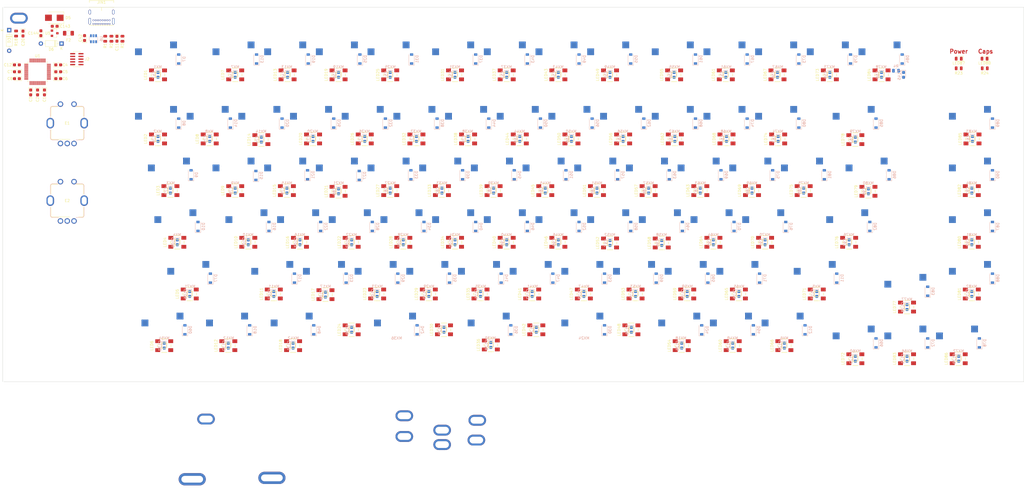
<source format=kicad_pcb>
(kicad_pcb (version 20171130) (host pcbnew "(5.1.6)-1")
  (layers (0 F.Cu signal) (31 B.Cu signal) (34 B.Paste user) (35 F.Paste user) (36 B.SilkS user) (37 F.SilkS user) (38 B.Mask user hide) (39 F.Mask user hide) (44 Edge.Cuts user))
  (net 0 "")
  (net 1 GND)
  (net 2 Case)
  (net 3 "Net-(C20-Pad1)")
  (net 4 5V_1000u)
  (net 5 Keeb_3.3V)
  (net 6 VBUS)
  (net 7 "Net-(JIN1-PadA5)")
  (net 8 DBUS+)
  (net 9 DBUS-)
  (net 10 "Net-(JIN1-PadA8)")
  (net 11 "Net-(JIN1-PadB8)")
  (net 12 "Net-(JIN1-PadB5)")
  (net 13 "Net-(C11-Pad1)")
  (net 14 "Net-(LED1-Pad4)")
  (net 15 "Net-(LED1-Pad2)")
  (net 16 "Net-(LED2-Pad4)")
  (net 17 "Net-(LED2-Pad2)")
  (net 18 "Net-(LED3-Pad4)")
  (net 19 "Net-(LED3-Pad2)")
  (net 20 "Net-(LED10-Pad2)")
  (net 21 "Net-(LED4-Pad2)")
  (net 22 "Net-(LED11-Pad2)")
  (net 23 "Net-(LED5-Pad2)")
  (net 24 "Net-(LED12-Pad2)")
  (net 25 "Net-(LED6-Pad2)")
  (net 26 "Net-(LED13-Pad2)")
  (net 27 "Net-(LED14-Pad2)")
  (net 28 "Net-(LED15-Pad2)")
  (net 29 "Net-(LED10-Pad4)")
  (net 30 "Net-(LED11-Pad4)")
  (net 31 "Net-(LED12-Pad4)")
  (net 32 "Net-(LED13-Pad4)")
  (net 33 "Net-(LED14-Pad4)")
  (net 34 "Net-(LED15-Pad4)")
  (net 35 "Net-(LED16-Pad4)")
  (net 36 "Net-(LED17-Pad4)")
  (net 37 "Net-(LED18-Pad4)")
  (net 38 "Net-(LED19-Pad4)")
  (net 39 "Net-(LED20-Pad4)")
  (net 40 "Net-(LED21-Pad4)")
  (net 41 "Net-(LED22-Pad4)")
  (net 42 "Net-(LED23-Pad4)")
  (net 43 "Net-(LED24-Pad4)")
  (net 44 "Net-(LED25-Pad4)")
  (net 45 "Net-(LED26-Pad4)")
  (net 46 "Net-(LED27-Pad4)")
  (net 47 "Net-(LED28-Pad4)")
  (net 48 "Net-(LED29-Pad4)")
  (net 49 "Net-(LED30-Pad4)")
  (net 50 "Net-(LED31-Pad4)")
  (net 51 "Net-(LED32-Pad4)")
  (net 52 "Net-(LED33-Pad4)")
  (net 53 "Net-(LED34-Pad4)")
  (net 54 "Net-(LED35-Pad4)")
  (net 55 "Net-(LED36-Pad4)")
  (net 56 "Net-(LED37-Pad4)")
  (net 57 "Net-(LED38-Pad4)")
  (net 58 "Net-(LED39-Pad4)")
  (net 59 "Net-(LED40-Pad4)")
  (net 60 "Net-(LED41-Pad4)")
  (net 61 "Net-(LED42-Pad4)")
  (net 62 "Net-(LED43-Pad4)")
  (net 63 "Net-(LED44-Pad4)")
  (net 64 "Net-(LED45-Pad4)")
  (net 65 "Net-(LED46-Pad4)")
  (net 66 "Net-(LED47-Pad4)")
  (net 67 "Net-(LED48-Pad4)")
  (net 68 "Net-(LED49-Pad4)")
  (net 69 "Net-(LED50-Pad4)")
  (net 70 "Net-(LED51-Pad4)")
  (net 71 "Net-(LED52-Pad4)")
  (net 72 "Net-(LED53-Pad4)")
  (net 73 "Net-(LED54-Pad4)")
  (net 74 "Net-(LED55-Pad4)")
  (net 75 "Net-(LED56-Pad4)")
  (net 76 "Net-(LED57-Pad4)")
  (net 77 "Net-(LED58-Pad4)")
  (net 78 "Net-(LED59-Pad4)")
  (net 79 "Net-(LED60-Pad4)")
  (net 80 "Net-(LED61-Pad4)")
  (net 81 "Net-(LED62-Pad4)")
  (net 82 "Net-(LED63-Pad4)")
  (net 83 "Net-(LED64-Pad4)")
  (net 84 "Net-(LED65-Pad4)")
  (net 85 "Net-(LED66-Pad4)")
  (net 86 "Net-(LED67-Pad4)")
  (net 87 "Net-(LED68-Pad4)")
  (net 88 "Net-(LED69-Pad4)")
  (net 89 "Net-(LED70-Pad4)")
  (net 90 "Net-(LED71-Pad4)")
  (net 91 "Net-(LED73-Pad4)")
  (net 92 "Net-(LED74-Pad4)")
  (net 93 "Net-(LED75-Pad4)")
  (net 94 "Net-(LED76-Pad4)")
  (net 95 "Net-(LED77-Pad4)")
  (net 96 "Net-(LED79-Pad4)")
  (net 97 "Net-(D7-Pad2)")
  (net 98 col1)
  (net 99 "Net-(D8-Pad2)")
  (net 100 "Net-(D9-Pad2)")
  (net 101 "Net-(D10-Pad2)")
  (net 102 "Net-(D11-Pad2)")
  (net 103 "Net-(D12-Pad2)")
  (net 104 "Net-(D13-Pad2)")
  (net 105 "Net-(D14-Pad2)")
  (net 106 "Net-(D15-Pad2)")
  (net 107 "Net-(D16-Pad2)")
  (net 108 "Net-(D17-Pad2)")
  (net 109 "Net-(D18-Pad2)")
  (net 110 "Net-(D19-Pad2)")
  (net 111 col2)
  (net 112 "Net-(D20-Pad2)")
  (net 113 "Net-(D21-Pad2)")
  (net 114 "Net-(D22-Pad2)")
  (net 115 "Net-(D23-Pad2)")
  (net 116 "Net-(D24-Pad2)")
  (net 117 "Net-(D25-Pad2)")
  (net 118 "Net-(D26-Pad2)")
  (net 119 "Net-(D27-Pad2)")
  (net 120 "Net-(D28-Pad2)")
  (net 121 "Net-(D29-Pad2)")
  (net 122 "Net-(D30-Pad2)")
  (net 123 "Net-(D31-Pad2)")
  (net 124 col3)
  (net 125 "Net-(D32-Pad2)")
  (net 126 "Net-(D33-Pad2)")
  (net 127 "Net-(D34-Pad2)")
  (net 128 "Net-(D35-Pad2)")
  (net 129 "Net-(D37-Pad2)")
  (net 130 "Net-(D38-Pad2)")
  (net 131 "Net-(D39-Pad2)")
  (net 132 "Net-(D40-Pad2)")
  (net 133 "Net-(D41-Pad2)")
  (net 134 "Net-(D42-Pad2)")
  (net 135 "Net-(D43-Pad2)")
  (net 136 col4)
  (net 137 "Net-(D44-Pad2)")
  (net 138 "Net-(D45-Pad2)")
  (net 139 "Net-(D46-Pad2)")
  (net 140 "Net-(D47-Pad2)")
  (net 141 "Net-(D48-Pad2)")
  (net 142 "Net-(D49-Pad2)")
  (net 143 "Net-(D50-Pad2)")
  (net 144 "Net-(D51-Pad2)")
  (net 145 "Net-(D52-Pad2)")
  (net 146 "Net-(D53-Pad2)")
  (net 147 "Net-(D54-Pad2)")
  (net 148 "Net-(D55-Pad2)")
  (net 149 col5)
  (net 150 "Net-(D56-Pad2)")
  (net 151 "Net-(D57-Pad2)")
  (net 152 "Net-(D58-Pad2)")
  (net 153 "Net-(D59-Pad2)")
  (net 154 "Net-(D60-Pad2)")
  (net 155 "Net-(D61-Pad2)")
  (net 156 "Net-(D62-Pad2)")
  (net 157 "Net-(D63-Pad2)")
  (net 158 "Net-(D64-Pad2)")
  (net 159 "Net-(D65-Pad2)")
  (net 160 "Net-(D66-Pad2)")
  (net 161 "Net-(D67-Pad2)")
  (net 162 col6)
  (net 163 "Net-(D68-Pad2)")
  (net 164 "Net-(D69-Pad2)")
  (net 165 "Net-(D70-Pad2)")
  (net 166 "Net-(D71-Pad2)")
  (net 167 "Net-(D72-Pad2)")
  (net 168 "Net-(D73-Pad2)")
  (net 169 "Net-(D74-Pad2)")
  (net 170 "Net-(D75-Pad2)")
  (net 171 "Net-(D76-Pad2)")
  (net 172 "Net-(D77-Pad2)")
  (net 173 "Net-(D78-Pad2)")
  (net 174 "Net-(D79-Pad2)")
  (net 175 col7)
  (net 176 "Net-(D80-Pad2)")
  (net 177 "Net-(D81-Pad2)")
  (net 178 "Net-(D82-Pad2)")
  (net 179 "Net-(D83-Pad2)")
  (net 180 "Net-(D84-Pad2)")
  (net 181 "Net-(D85-Pad2)")
  (net 182 "Net-(D86-Pad2)")
  (net 183 "Net-(D87-Pad2)")
  (net 184 "Net-(D88-Pad2)")
  (net 185 RGB_LED)
  (net 186 row10)
  (net 187 row9)
  (net 188 BOOT0)
  (net 189 row8)
  (net 190 row7)
  (net 191 row6)
  (net 192 row5)
  (net 193 row4)
  (net 194 SWCLK)
  (net 195 SWDIO)
  (net 196 E_Button)
  (net 197 E_CCW)
  (net 198 row12)
  (net 199 row11)
  (net 200 row3)
  (net 201 row2)
  (net 202 row1)
  (net 203 E_CW)
  (net 204 NRST)
  (net 205 "Net-(U1-Pad6)")
  (net 206 "Net-(U1-Pad5)")
  (net 207 "Net-(U1-Pad4)")
  (net 208 "Net-(U1-Pad3)")
  (net 209 D-)
  (net 210 D+)
  (net 211 E_CW2)
  (net 212 E_CCW2)
  (net 213 E_Button2)
  (net 214 "Net-(D36-Pad2)")
  (net 215 "Net-(D89-Pad2)")
  (net 216 "Net-(D90-Pad2)")
  (net 217 "Net-(LED72-Pad4)")
  (net 218 "Net-(LED84-Pad4)")
  (net 219 col8)
  (net 220 "Net-(LED83-Pad4)")
  (net 221 "Net-(LED78-Pad4)")
  (net 222 IndicatorLED)
  (net 223 "Net-(LED87-Pad1)")
  (net 224 "Net-(J2-Pad8)")
  (net 225 "Net-(J2-Pad7)")
  (net 226 "Net-(J2-Pad6)")
  (net 227 CASE)
  (net 228 capsLockLED)
  (net 229 "Net-(LED88-Pad1)")
  (module Resistor_SMD:R_0805_2012Metric (layer F.Cu) (at 325.57442 22.48408)
    (fp_text reference R24 (at 0 1.778) (layer F.SilkS))
    (fp_text value 68)
    (pad 2 smd roundrect (at 0.9375 0) (size 0.975 1.4) (layers F.Cu F.Paste F.Mask) (net 229 "Net-(LED88-Pad1)"))
    (pad 1 smd roundrect (at -0.9375 0) (size 0.975 1.4) (layers F.Cu F.Paste F.Mask) (net 1 GND))
  )
  (module LED_SMD:LED_0805_2012Metric (layer F.Cu) (at 325.49592 18.92808 180)
    (fp_text reference LED88 (at 0 -1.65) (layer F.SilkS))
    (fp_text value LED)
    (pad 2 smd roundrect (at 0.9375 0 180) (size 0.975 1.4) (layers F.Cu F.Paste F.Mask) (net 228 capsLockLED))
    (pad 1 smd roundrect (at -0.9375 0 180) (size 0.975 1.4) (layers F.Cu F.Paste F.Mask) (net 229 "Net-(LED88-Pad1)"))
  )
  (module LED_SMD:LED_0805_2012Metric (layer F.Cu) (at 315.97092 18.92808 180)
    (fp_text reference LED87 (at 0 -1.65) (layer F.SilkS))
    (fp_text value LED)
    (pad 2 smd roundrect (at 0.9375 0 180) (size 0.975 1.4) (layers F.Cu F.Paste F.Mask) (net 222 IndicatorLED))
    (pad 1 smd roundrect (at -0.9375 0 180) (size 0.975 1.4) (layers F.Cu F.Paste F.Mask) (net 223 "Net-(LED87-Pad1)"))
  )
  (module acheron_Hardware:ALPS_EC11E (layer F.Cu) (at -12.64158 71.26558)
    (fp_text reference E2 (at 0 0) (layer F.SilkS))
    (fp_text value Rotary_Encoder_Switch_Chassis)
    (pad B thru_hole circle (at 2.5 7.5) (size 2.032 2.032) (drill 1.27) (layers *.Cu F.Mask) (net 203 E_CW))
    (pad A thru_hole circle (at -2.5 7.5) (size 2.032 2.032) (drill 1.27) (layers *.Cu F.Mask) (net 197 E_CCW))
    (pad C thru_hole circle (at 0 7.5) (size 2.032 2.032) (drill 1.27) (layers *.Cu F.Mask) (net 1 GND))
    (pad S1 thru_hole circle (at -2.5 -7) (size 2.032 2.032) (drill 1.27) (layers *.Cu F.Mask) (net 196 E_Button))
    (pad S2 thru_hole circle (at 2.5 -7) (size 2.032 2.032) (drill 1.27) (layers *.Cu F.Mask) (net 1 GND))
    (pad "" thru_hole oval (at -6.25 0) (size 2.799999 3.9) (drill oval 1.8 2.899999) (layers *.Cu F.Mask))
    (pad "" thru_hole oval (at 6.25 0) (size 2.799999 3.9) (drill oval 1.8 2.899999) (layers *.Cu F.Mask))
  )
  (module acheron_Hardware:ALPS_EC11E (layer F.Cu) (at -12.64158 42.69058)
    (fp_text reference E1 (at 0 0) (layer F.SilkS))
    (fp_text value Rotary_Encoder_Switch_Chassis)
    (pad B thru_hole circle (at 2.5 7.5) (size 2.032 2.032) (drill 1.27) (layers *.Cu F.Mask) (net 211 E_CW2))
    (pad A thru_hole circle (at -2.5 7.5) (size 2.032 2.032) (drill 1.27) (layers *.Cu F.Mask) (net 212 E_CCW2))
    (pad C thru_hole circle (at 0 7.5) (size 2.032 2.032) (drill 1.27) (layers *.Cu F.Mask) (net 1 GND))
    (pad S1 thru_hole circle (at -2.5 -7) (size 2.032 2.032) (drill 1.27) (layers *.Cu F.Mask) (net 213 E_Button2))
    (pad S2 thru_hole circle (at 2.5 -7) (size 2.032 2.032) (drill 1.27) (layers *.Cu F.Mask) (net 1 GND))
    (pad "" thru_hole oval (at -6.25 0) (size 2.799999 3.9) (drill oval 1.8 2.899999) (layers *.Cu F.Mask))
    (pad "" thru_hole oval (at 6.25 0) (size 2.799999 3.9) (drill oval 1.8 2.899999) (layers *.Cu F.Mask))
  )
  (module acheron_MountingHoles:MoutingHole_Oval_7mm_5.0x2.5mm (layer F.Cu) (at 111.6076 158.20136)
    (fp_text reference H10 hide)
    (fp_text value MountingHole hide)
    (pad 1 thru_hole oval (at 0 0) (size 6.5 4) (drill oval 5 2.5) (layers *.Cu *.Mask))
  )
  (module acheron_MountingHoles:MoutingHole_Oval_7mm_5.0x2.5mm (layer F.Cu) (at 111.6076 150.56104)
    (fp_text reference H9 hide)
    (fp_text value MountingHole hide)
    (pad 1 thru_hole oval (at 0 0) (size 6.5 4) (drill oval 5 2.5) (layers *.Cu *.Mask))
  )
  (module acheron_MountingHoles:MoutingHole_Oval_7mm_5.0x2.5mm (layer F.Cu) (at 125.5522 161.1884)
    (fp_text reference H8 hide)
    (fp_text value MountingHole hide)
    (pad 1 thru_hole oval (at 0 0) (size 6.5 4) (drill oval 5 2.5) (layers *.Cu *.Mask))
  )
  (module acheron_MountingHoles:MoutingHole_Oval_7mm_5.0x2.5mm (layer F.Cu) (at 138.5062 152.2222)
    (fp_text reference H7 hide)
    (fp_text value MountingHole hide)
    (pad 1 thru_hole oval (at 0 0) (size 6.5 4) (drill oval 5 2.5) (layers *.Cu *.Mask))
  )
  (module acheron_MountingHoles:MoutingHole_Oval_7mm_5.0x2.5mm (layer F.Cu) (at 125.5522 155.87472)
    (fp_text reference H6 hide)
    (fp_text value MountingHole hide)
    (pad 1 thru_hole oval (at 0 0) (size 6.5 4) (drill oval 5 2.5) (layers *.Cu *.Mask))
  )
  (module acheron_MountingHoles:MoutingHole_Oval_7mm_5.0x2.5mm (layer F.Cu) (at 138.17092 159.52724)
    (fp_text reference H5 hide)
    (fp_text value MountingHole hide)
    (pad 1 thru_hole oval (at 0 0) (size 6.5 4) (drill oval 5 2.5) (layers *.Cu *.Mask))
  )
  (module acheron_MountingHoles:halfSideHole (layer F.Cu) (at 62.79896 173.4566)
    (fp_text reference H4 hide)
    (fp_text value MountingHole hide)
    (pad "" thru_hole oval (at 0 0) (size 10 4.5) (drill oval 8 2.5) (layers *.Cu *.Mask))
  )
  (module acheron_MountingHoles:halfSideHole (layer F.Cu) (at 33.42696 173.9646)
    (fp_text reference H3 hide)
    (fp_text value MountingHole hide)
    (pad "" thru_hole oval (at 0 0) (size 10 4.5) (drill oval 8 2.5) (layers *.Cu *.Mask))
  )
  (module acheron_MountingHoles:MoutingHole_Oval_7mm_5.0x2.5mm (layer F.Cu) (at 38.51148 151.78024)
    (fp_text reference H2 hide)
    (fp_text value MountingHole hide)
    (pad 1 thru_hole oval (at 0 0) (size 6.5 4) (drill oval 5 2.5) (layers *.Cu *.Mask))
  )
  (module acheron_MountingHoles:MoutingHole_Oval_7mm_5.0x2.5mm (layer F.Cu) (at -30.45408 4.00508)
    (fp_text reference H1 hide)
    (fp_text value MountingHole_Pad hide)
    (pad 1 thru_hole oval (at 0 0) (size 6.5 4) (drill oval 5 2.5) (layers *.Cu *.Mask) (net 227 CASE))
  )
  (module Connector_PinSocket_1.00mm:PinSocket_2x05_P1.00mm_Vertical_SMD (layer F.Cu) (at -9.11352 19.1008 180)
    (fp_text reference J2 (at -3.81508 0) (layer F.SilkS))
    (fp_text value Conn_ARM_JTAG_SWD_10)
    (pad 10 smd rect (at -1.525 2 180) (size 1.85 0.5) (layers F.Cu F.Paste F.Mask) (net 204 NRST))
    (pad 9 smd rect (at 1.525 2 180) (size 1.85 0.5) (layers F.Cu F.Paste F.Mask) (net 1 GND))
    (pad 8 smd rect (at -1.525 1 180) (size 1.85 0.5) (layers F.Cu F.Paste F.Mask) (net 224 "Net-(J2-Pad8)"))
    (pad 7 smd rect (at 1.525 1 180) (size 1.85 0.5) (layers F.Cu F.Paste F.Mask) (net 225 "Net-(J2-Pad7)"))
    (pad 6 smd rect (at -1.525 0 180) (size 1.85 0.5) (layers F.Cu F.Paste F.Mask) (net 226 "Net-(J2-Pad6)"))
    (pad 5 smd rect (at 1.525 0 180) (size 1.85 0.5) (layers F.Cu F.Paste F.Mask) (net 1 GND))
    (pad 4 smd rect (at -1.525 -1 180) (size 1.85 0.5) (layers F.Cu F.Paste F.Mask) (net 194 SWCLK))
    (pad 3 smd rect (at 1.525 -1 180) (size 1.85 0.5) (layers F.Cu F.Paste F.Mask) (net 1 GND))
    (pad 2 smd rect (at -1.525 -2 180) (size 1.85 0.5) (layers F.Cu F.Paste F.Mask) (net 195 SWDIO))
    (pad 1 smd rect (at 1.525 -2 180) (size 1.85 0.5) (layers F.Cu F.Paste F.Mask) (net 5 Keeb_3.3V))
  )
  (module Resistor_SMD:R_0805_2012Metric (layer F.Cu) (at 315.97092 22.48408)
    (fp_text reference R23 (at 0 1.778) (layer F.SilkS))
    (fp_text value 68)
    (pad 2 smd roundrect (at 0.9375 0) (size 0.975 1.4) (layers F.Cu F.Paste F.Mask) (net 223 "Net-(LED87-Pad1)"))
    (pad 1 smd roundrect (at -0.9375 0) (size 0.975 1.4) (layers F.Cu F.Paste F.Mask) (net 1 GND))
  )
  (module MX_Only:MXOnly-1U-Hotswap (layer F.Cu) (at 251.67717 118.89058)
    (fp_text reference MX6)
    (fp_text value "Right Ctrl")
    (fp_text user %R (at 0 3.048) (layer B.SilkS) (effects (justify mirror)))
    (pad 2 smd rect (at 5.842 -5.08) (size 2.55 2.5) (layers B.Cu B.Paste B.Mask) (net 103 "Net-(D12-Pad2)"))
    (pad 1 smd rect (at -7.085 -2.54) (size 2.55 2.5) (layers B.Cu B.Paste B.Mask) (net 98 col1))
    (pad "" np_thru_hole circle (at 5.08 0 48.0996) (size 1.75 1.75) (drill 1.75) (layers *.Cu *.Mask))
    (pad "" np_thru_hole circle (at -5.08 0 48.0996) (size 1.75 1.75) (drill 1.75) (layers *.Cu *.Mask))
    (pad "" np_thru_hole circle (at -3.81 -2.54) (size 3 3) (drill 3) (layers *.Cu *.Mask))
    (pad "" np_thru_hole circle (at 0 0) (size 3.9878 3.9878) (drill 3.9878) (layers *.Cu *.Mask))
    (pad "" np_thru_hole circle (at 2.54 -5.08) (size 3 3) (drill 3) (layers *.Cu *.Mask))
  )
  (module MX_Only:MXOnly-1U-Hotswap (layer F.Cu) (at 320.73342 61.74058)
    (fp_text reference MX84)
    (fp_text value End)
    (fp_text user %R (at 0 3.048) (layer B.SilkS) (effects (justify mirror)))
    (pad 2 smd rect (at 5.842 -5.08) (size 2.55 2.5) (layers B.Cu B.Paste B.Mask) (net 216 "Net-(D90-Pad2)"))
    (pad 1 smd rect (at -7.085 -2.54) (size 2.55 2.5) (layers B.Cu B.Paste B.Mask) (net 219 col8))
    (pad "" np_thru_hole circle (at 5.08 0 48.0996) (size 1.75 1.75) (drill 1.75) (layers *.Cu *.Mask))
    (pad "" np_thru_hole circle (at -5.08 0 48.0996) (size 1.75 1.75) (drill 1.75) (layers *.Cu *.Mask))
    (pad "" np_thru_hole circle (at -3.81 -2.54) (size 3 3) (drill 3) (layers *.Cu *.Mask))
    (pad "" np_thru_hole circle (at 0 0) (size 3.9878 3.9878) (drill 3.9878) (layers *.Cu *.Mask))
    (pad "" np_thru_hole circle (at 2.54 -5.08) (size 3 3) (drill 3) (layers *.Cu *.Mask))
  )
  (module MX_Only:MXOnly-1U-Hotswap (layer F.Cu) (at 320.73342 42.69058)
    (fp_text reference MX83)
    (fp_text value Home)
    (fp_text user %R (at 0 3.048) (layer B.SilkS) (effects (justify mirror)))
    (pad 2 smd rect (at 5.842 -5.08) (size 2.55 2.5) (layers B.Cu B.Paste B.Mask) (net 215 "Net-(D89-Pad2)"))
    (pad 1 smd rect (at -7.085 -2.54) (size 2.55 2.5) (layers B.Cu B.Paste B.Mask) (net 219 col8))
    (pad "" np_thru_hole circle (at 5.08 0 48.0996) (size 1.75 1.75) (drill 1.75) (layers *.Cu *.Mask))
    (pad "" np_thru_hole circle (at -5.08 0 48.0996) (size 1.75 1.75) (drill 1.75) (layers *.Cu *.Mask))
    (pad "" np_thru_hole circle (at -3.81 -2.54) (size 3 3) (drill 3) (layers *.Cu *.Mask))
    (pad "" np_thru_hole circle (at 0 0) (size 3.9878 3.9878) (drill 3.9878) (layers *.Cu *.Mask))
    (pad "" np_thru_hole circle (at 2.54 -5.08) (size 3 3) (drill 3) (layers *.Cu *.Mask))
  )
  (module MX_Only:MXOnly-1U-Hotswap (layer F.Cu) (at 320.73342 99.84058)
    (fp_text reference MX82)
    (fp_text value "Page Down")
    (fp_text user %R (at 0 3.048) (layer B.SilkS) (effects (justify mirror)))
    (pad 2 smd rect (at 5.842 -5.08) (size 2.55 2.5) (layers B.Cu B.Paste B.Mask) (net 184 "Net-(D88-Pad2)"))
    (pad 1 smd rect (at -7.085 -2.54) (size 2.55 2.5) (layers B.Cu B.Paste B.Mask) (net 175 col7))
    (pad "" np_thru_hole circle (at 5.08 0 48.0996) (size 1.75 1.75) (drill 1.75) (layers *.Cu *.Mask))
    (pad "" np_thru_hole circle (at -5.08 0 48.0996) (size 1.75 1.75) (drill 1.75) (layers *.Cu *.Mask))
    (pad "" np_thru_hole circle (at -3.81 -2.54) (size 3 3) (drill 3) (layers *.Cu *.Mask))
    (pad "" np_thru_hole circle (at 0 0) (size 3.9878 3.9878) (drill 3.9878) (layers *.Cu *.Mask))
    (pad "" np_thru_hole circle (at 2.54 -5.08) (size 3 3) (drill 3) (layers *.Cu *.Mask))
  )
  (module MX_Only:MXOnly-1U-Hotswap (layer F.Cu) (at 320.73342 80.79058)
    (fp_text reference MX81)
    (fp_text value "Page Up")
    (fp_text user %R (at 0 3.048) (layer B.SilkS) (effects (justify mirror)))
    (pad 2 smd rect (at 5.842 -5.08) (size 2.55 2.5) (layers B.Cu B.Paste B.Mask) (net 183 "Net-(D87-Pad2)"))
    (pad 1 smd rect (at -7.085 -2.54) (size 2.55 2.5) (layers B.Cu B.Paste B.Mask) (net 175 col7))
    (pad "" np_thru_hole circle (at 5.08 0 48.0996) (size 1.75 1.75) (drill 1.75) (layers *.Cu *.Mask))
    (pad "" np_thru_hole circle (at -5.08 0 48.0996) (size 1.75 1.75) (drill 1.75) (layers *.Cu *.Mask))
    (pad "" np_thru_hole circle (at -3.81 -2.54) (size 3 3) (drill 3) (layers *.Cu *.Mask))
    (pad "" np_thru_hole circle (at 0 0) (size 3.9878 3.9878) (drill 3.9878) (layers *.Cu *.Mask))
    (pad "" np_thru_hole circle (at 2.54 -5.08) (size 3 3) (drill 3) (layers *.Cu *.Mask))
  )
  (module MX_Only:MXOnly-1U-Hotswap (layer F.Cu) (at 287.39592 18.92808)
    (fp_text reference MX78)
    (fp_text value Delete)
    (fp_text user %R (at 0 3.048) (layer B.SilkS) (effects (justify mirror)))
    (pad 2 smd rect (at 5.842 -5.08) (size 2.55 2.5) (layers B.Cu B.Paste B.Mask) (net 180 "Net-(D84-Pad2)"))
    (pad 1 smd rect (at -7.085 -2.54) (size 2.55 2.5) (layers B.Cu B.Paste B.Mask) (net 175 col7))
    (pad "" np_thru_hole circle (at 5.08 0 48.0996) (size 1.75 1.75) (drill 1.75) (layers *.Cu *.Mask))
    (pad "" np_thru_hole circle (at -5.08 0 48.0996) (size 1.75 1.75) (drill 1.75) (layers *.Cu *.Mask))
    (pad "" np_thru_hole circle (at -3.81 -2.54) (size 3 3) (drill 3) (layers *.Cu *.Mask))
    (pad "" np_thru_hole circle (at 0 0) (size 3.9878 3.9878) (drill 3.9878) (layers *.Cu *.Mask))
    (pad "" np_thru_hole circle (at 2.54 -5.08) (size 3 3) (drill 3) (layers *.Cu *.Mask))
  )
  (module MX_Only:MXOnly-1U-Hotswap (layer F.Cu) (at 296.92092 104.60308)
    (fp_text reference MX77)
    (fp_text value Up)
    (fp_text user %R (at 0 3.048) (layer B.SilkS) (effects (justify mirror)))
    (pad 2 smd rect (at 5.842 -5.08) (size 2.55 2.5) (layers B.Cu B.Paste B.Mask) (net 179 "Net-(D83-Pad2)"))
    (pad 1 smd rect (at -7.085 -2.54) (size 2.55 2.5) (layers B.Cu B.Paste B.Mask) (net 175 col7))
    (pad "" np_thru_hole circle (at 5.08 0 48.0996) (size 1.75 1.75) (drill 1.75) (layers *.Cu *.Mask))
    (pad "" np_thru_hole circle (at -5.08 0 48.0996) (size 1.75 1.75) (drill 1.75) (layers *.Cu *.Mask))
    (pad "" np_thru_hole circle (at -3.81 -2.54) (size 3 3) (drill 3) (layers *.Cu *.Mask))
    (pad "" np_thru_hole circle (at 0 0) (size 3.9878 3.9878) (drill 3.9878) (layers *.Cu *.Mask))
    (pad "" np_thru_hole circle (at 2.54 -5.08) (size 3 3) (drill 3) (layers *.Cu *.Mask))
  )
  (module MX_Only:MXOnly-1U-Hotswap (layer F.Cu) (at 258.82092 61.74058)
    (fp_text reference MX75)
    (fp_text value ])
    (fp_text user %R (at 0 3.048) (layer B.SilkS) (effects (justify mirror)))
    (pad 2 smd rect (at 5.842 -5.08) (size 2.55 2.5) (layers B.Cu B.Paste B.Mask) (net 177 "Net-(D81-Pad2)"))
    (pad 1 smd rect (at -7.085 -2.54) (size 2.55 2.5) (layers B.Cu B.Paste B.Mask) (net 175 col7))
    (pad "" np_thru_hole circle (at 5.08 0 48.0996) (size 1.75 1.75) (drill 1.75) (layers *.Cu *.Mask))
    (pad "" np_thru_hole circle (at -5.08 0 48.0996) (size 1.75 1.75) (drill 1.75) (layers *.Cu *.Mask))
    (pad "" np_thru_hole circle (at -3.81 -2.54) (size 3 3) (drill 3) (layers *.Cu *.Mask))
    (pad "" np_thru_hole circle (at 0 0) (size 3.9878 3.9878) (drill 3.9878) (layers *.Cu *.Mask))
    (pad "" np_thru_hole circle (at 2.54 -5.08) (size 3 3) (drill 3) (layers *.Cu *.Mask))
  )
  (module MX_Only:MXOnly-1U-Hotswap (layer F.Cu) (at 249.29592 42.69058)
    (fp_text reference MX74)
    (fp_text value =)
    (fp_text user %R (at 0 3.048) (layer B.SilkS) (effects (justify mirror)))
    (pad 2 smd rect (at 5.842 -5.08) (size 2.55 2.5) (layers B.Cu B.Paste B.Mask) (net 176 "Net-(D80-Pad2)"))
    (pad 1 smd rect (at -7.085 -2.54) (size 2.55 2.5) (layers B.Cu B.Paste B.Mask) (net 175 col7))
    (pad "" np_thru_hole circle (at 5.08 0 48.0996) (size 1.75 1.75) (drill 1.75) (layers *.Cu *.Mask))
    (pad "" np_thru_hole circle (at -5.08 0 48.0996) (size 1.75 1.75) (drill 1.75) (layers *.Cu *.Mask))
    (pad "" np_thru_hole circle (at -3.81 -2.54) (size 3 3) (drill 3) (layers *.Cu *.Mask))
    (pad "" np_thru_hole circle (at 0 0) (size 3.9878 3.9878) (drill 3.9878) (layers *.Cu *.Mask))
    (pad "" np_thru_hole circle (at 2.54 -5.08) (size 3 3) (drill 3) (layers *.Cu *.Mask))
  )
  (module MX_Only:MXOnly-1U-Hotswap (layer F.Cu) (at 268.34592 18.92808)
    (fp_text reference MX73)
    (fp_text value F12)
    (fp_text user %R (at 0 3.048) (layer B.SilkS) (effects (justify mirror)))
    (pad 2 smd rect (at 5.842 -5.08) (size 2.55 2.5) (layers B.Cu B.Paste B.Mask) (net 174 "Net-(D79-Pad2)"))
    (pad 1 smd rect (at -7.085 -2.54) (size 2.55 2.5) (layers B.Cu B.Paste B.Mask) (net 175 col7))
    (pad "" np_thru_hole circle (at 5.08 0 48.0996) (size 1.75 1.75) (drill 1.75) (layers *.Cu *.Mask))
    (pad "" np_thru_hole circle (at -5.08 0 48.0996) (size 1.75 1.75) (drill 1.75) (layers *.Cu *.Mask))
    (pad "" np_thru_hole circle (at -3.81 -2.54) (size 3 3) (drill 3) (layers *.Cu *.Mask))
    (pad "" np_thru_hole circle (at 0 0) (size 3.9878 3.9878) (drill 3.9878) (layers *.Cu *.Mask))
    (pad "" np_thru_hole circle (at 2.54 -5.08) (size 3 3) (drill 3) (layers *.Cu *.Mask))
  )
  (module MX_Only:MXOnly-1U-Hotswap (layer F.Cu) (at 315.97092 123.65308)
    (fp_text reference MX72)
    (fp_text value Right)
    (fp_text user %R (at 0 3.048) (layer B.SilkS) (effects (justify mirror)))
    (pad 2 smd rect (at 5.842 -5.08) (size 2.55 2.5) (layers B.Cu B.Paste B.Mask) (net 173 "Net-(D78-Pad2)"))
    (pad 1 smd rect (at -7.085 -2.54) (size 2.55 2.5) (layers B.Cu B.Paste B.Mask) (net 162 col6))
    (pad "" np_thru_hole circle (at 5.08 0 48.0996) (size 1.75 1.75) (drill 1.75) (layers *.Cu *.Mask))
    (pad "" np_thru_hole circle (at -5.08 0 48.0996) (size 1.75 1.75) (drill 1.75) (layers *.Cu *.Mask))
    (pad "" np_thru_hole circle (at -3.81 -2.54) (size 3 3) (drill 3) (layers *.Cu *.Mask))
    (pad "" np_thru_hole circle (at 0 0) (size 3.9878 3.9878) (drill 3.9878) (layers *.Cu *.Mask))
    (pad "" np_thru_hole circle (at 2.54 -5.08) (size 3 3) (drill 3) (layers *.Cu *.Mask))
  )
  (module MX_Only:MXOnly-1U-Hotswap (layer F.Cu) (at 244.53342 80.79058)
    (fp_text reference MX70)
    (fp_text value ')
    (fp_text user %R (at 0 3.048) (layer B.SilkS) (effects (justify mirror)))
    (pad 2 smd rect (at 5.842 -5.08) (size 2.55 2.5) (layers B.Cu B.Paste B.Mask) (net 171 "Net-(D76-Pad2)"))
    (pad 1 smd rect (at -7.085 -2.54) (size 2.55 2.5) (layers B.Cu B.Paste B.Mask) (net 162 col6))
    (pad "" np_thru_hole circle (at 5.08 0 48.0996) (size 1.75 1.75) (drill 1.75) (layers *.Cu *.Mask))
    (pad "" np_thru_hole circle (at -5.08 0 48.0996) (size 1.75 1.75) (drill 1.75) (layers *.Cu *.Mask))
    (pad "" np_thru_hole circle (at -3.81 -2.54) (size 3 3) (drill 3) (layers *.Cu *.Mask))
    (pad "" np_thru_hole circle (at 0 0) (size 3.9878 3.9878) (drill 3.9878) (layers *.Cu *.Mask))
    (pad "" np_thru_hole circle (at 2.54 -5.08) (size 3 3) (drill 3) (layers *.Cu *.Mask))
  )
  (module MX_Only:MXOnly-1U-Hotswap (layer F.Cu) (at 239.77092 61.74058)
    (fp_text reference MX69)
    (fp_text value [)
    (fp_text user %R (at 0 3.048) (layer B.SilkS) (effects (justify mirror)))
    (pad 2 smd rect (at 5.842 -5.08) (size 2.55 2.5) (layers B.Cu B.Paste B.Mask) (net 170 "Net-(D75-Pad2)"))
    (pad 1 smd rect (at -7.085 -2.54) (size 2.55 2.5) (layers B.Cu B.Paste B.Mask) (net 162 col6))
    (pad "" np_thru_hole circle (at 5.08 0 48.0996) (size 1.75 1.75) (drill 1.75) (layers *.Cu *.Mask))
    (pad "" np_thru_hole circle (at -5.08 0 48.0996) (size 1.75 1.75) (drill 1.75) (layers *.Cu *.Mask))
    (pad "" np_thru_hole circle (at -3.81 -2.54) (size 3 3) (drill 3) (layers *.Cu *.Mask))
    (pad "" np_thru_hole circle (at 0 0) (size 3.9878 3.9878) (drill 3.9878) (layers *.Cu *.Mask))
    (pad "" np_thru_hole circle (at 2.54 -5.08) (size 3 3) (drill 3) (layers *.Cu *.Mask))
  )
  (module MX_Only:MXOnly-1U-Hotswap (layer F.Cu) (at 230.24592 42.69058)
    (fp_text reference MX68)
    (fp_text value -)
    (fp_text user %R (at 0 3.048) (layer B.SilkS) (effects (justify mirror)))
    (pad 2 smd rect (at 5.842 -5.08) (size 2.55 2.5) (layers B.Cu B.Paste B.Mask) (net 169 "Net-(D74-Pad2)"))
    (pad 1 smd rect (at -7.085 -2.54) (size 2.55 2.5) (layers B.Cu B.Paste B.Mask) (net 162 col6))
    (pad "" np_thru_hole circle (at 5.08 0 48.0996) (size 1.75 1.75) (drill 1.75) (layers *.Cu *.Mask))
    (pad "" np_thru_hole circle (at -5.08 0 48.0996) (size 1.75 1.75) (drill 1.75) (layers *.Cu *.Mask))
    (pad "" np_thru_hole circle (at -3.81 -2.54) (size 3 3) (drill 3) (layers *.Cu *.Mask))
    (pad "" np_thru_hole circle (at 0 0) (size 3.9878 3.9878) (drill 3.9878) (layers *.Cu *.Mask))
    (pad "" np_thru_hole circle (at 2.54 -5.08) (size 3 3) (drill 3) (layers *.Cu *.Mask))
  )
  (module MX_Only:MXOnly-1U-Hotswap (layer F.Cu) (at 249.29592 18.92808)
    (fp_text reference MX67)
    (fp_text value F11)
    (fp_text user %R (at 0 3.048) (layer B.SilkS) (effects (justify mirror)))
    (pad 2 smd rect (at 5.842 -5.08) (size 2.55 2.5) (layers B.Cu B.Paste B.Mask) (net 168 "Net-(D73-Pad2)"))
    (pad 1 smd rect (at -7.085 -2.54) (size 2.55 2.5) (layers B.Cu B.Paste B.Mask) (net 162 col6))
    (pad "" np_thru_hole circle (at 5.08 0 48.0996) (size 1.75 1.75) (drill 1.75) (layers *.Cu *.Mask))
    (pad "" np_thru_hole circle (at -5.08 0 48.0996) (size 1.75 1.75) (drill 1.75) (layers *.Cu *.Mask))
    (pad "" np_thru_hole circle (at -3.81 -2.54) (size 3 3) (drill 3) (layers *.Cu *.Mask))
    (pad "" np_thru_hole circle (at 0 0) (size 3.9878 3.9878) (drill 3.9878) (layers *.Cu *.Mask))
    (pad "" np_thru_hole circle (at 2.54 -5.08) (size 3 3) (drill 3) (layers *.Cu *.Mask))
  )
  (module MX_Only:MXOnly-1U-Hotswap (layer F.Cu) (at 296.92092 123.65308)
    (fp_text reference MX66)
    (fp_text value Down)
    (fp_text user %R (at 0 3.048) (layer B.SilkS) (effects (justify mirror)))
    (pad 2 smd rect (at 5.842 -5.08) (size 2.55 2.5) (layers B.Cu B.Paste B.Mask) (net 167 "Net-(D72-Pad2)"))
    (pad 1 smd rect (at -7.085 -2.54) (size 2.55 2.5) (layers B.Cu B.Paste B.Mask) (net 162 col6))
    (pad "" np_thru_hole circle (at 5.08 0 48.0996) (size 1.75 1.75) (drill 1.75) (layers *.Cu *.Mask))
    (pad "" np_thru_hole circle (at -5.08 0 48.0996) (size 1.75 1.75) (drill 1.75) (layers *.Cu *.Mask))
    (pad "" np_thru_hole circle (at -3.81 -2.54) (size 3 3) (drill 3) (layers *.Cu *.Mask))
    (pad "" np_thru_hole circle (at 0 0) (size 3.9878 3.9878) (drill 3.9878) (layers *.Cu *.Mask))
    (pad "" np_thru_hole circle (at 2.54 -5.08) (size 3 3) (drill 3) (layers *.Cu *.Mask))
  )
  (module MX_Only:MXOnly-1U-Hotswap (layer F.Cu) (at 235.00842 99.84058)
    (fp_text reference MX65)
    (fp_text value /)
    (fp_text user %R (at 0 3.048) (layer B.SilkS) (effects (justify mirror)))
    (pad 2 smd rect (at 5.842 -5.08) (size 2.55 2.5) (layers B.Cu B.Paste B.Mask) (net 166 "Net-(D71-Pad2)"))
    (pad 1 smd rect (at -7.085 -2.54) (size 2.55 2.5) (layers B.Cu B.Paste B.Mask) (net 162 col6))
    (pad "" np_thru_hole circle (at 5.08 0 48.0996) (size 1.75 1.75) (drill 1.75) (layers *.Cu *.Mask))
    (pad "" np_thru_hole circle (at -5.08 0 48.0996) (size 1.75 1.75) (drill 1.75) (layers *.Cu *.Mask))
    (pad "" np_thru_hole circle (at -3.81 -2.54) (size 3 3) (drill 3) (layers *.Cu *.Mask))
    (pad "" np_thru_hole circle (at 0 0) (size 3.9878 3.9878) (drill 3.9878) (layers *.Cu *.Mask))
    (pad "" np_thru_hole circle (at 2.54 -5.08) (size 3 3) (drill 3) (layers *.Cu *.Mask))
  )
  (module MX_Only:MXOnly-1U-Hotswap (layer F.Cu) (at 225.48342 80.79058)
    (fp_text reference MX64)
    (fp_text value ;)
    (fp_text user %R (at 0 3.048) (layer B.SilkS) (effects (justify mirror)))
    (pad 2 smd rect (at 5.842 -5.08) (size 2.55 2.5) (layers B.Cu B.Paste B.Mask) (net 165 "Net-(D70-Pad2)"))
    (pad 1 smd rect (at -7.085 -2.54) (size 2.55 2.5) (layers B.Cu B.Paste B.Mask) (net 162 col6))
    (pad "" np_thru_hole circle (at 5.08 0 48.0996) (size 1.75 1.75) (drill 1.75) (layers *.Cu *.Mask))
    (pad "" np_thru_hole circle (at -5.08 0 48.0996) (size 1.75 1.75) (drill 1.75) (layers *.Cu *.Mask))
    (pad "" np_thru_hole circle (at -3.81 -2.54) (size 3 3) (drill 3) (layers *.Cu *.Mask))
    (pad "" np_thru_hole circle (at 0 0) (size 3.9878 3.9878) (drill 3.9878) (layers *.Cu *.Mask))
    (pad "" np_thru_hole circle (at 2.54 -5.08) (size 3 3) (drill 3) (layers *.Cu *.Mask))
  )
  (module MX_Only:MXOnly-1U-Hotswap (layer F.Cu) (at 220.72092 61.74058)
    (fp_text reference MX63)
    (fp_text value P)
    (fp_text user %R (at 0 3.048) (layer B.SilkS) (effects (justify mirror)))
    (pad 2 smd rect (at 5.842 -5.08) (size 2.55 2.5) (layers B.Cu B.Paste B.Mask) (net 164 "Net-(D69-Pad2)"))
    (pad 1 smd rect (at -7.085 -2.54) (size 2.55 2.5) (layers B.Cu B.Paste B.Mask) (net 162 col6))
    (pad "" np_thru_hole circle (at 5.08 0 48.0996) (size 1.75 1.75) (drill 1.75) (layers *.Cu *.Mask))
    (pad "" np_thru_hole circle (at -5.08 0 48.0996) (size 1.75 1.75) (drill 1.75) (layers *.Cu *.Mask))
    (pad "" np_thru_hole circle (at -3.81 -2.54) (size 3 3) (drill 3) (layers *.Cu *.Mask))
    (pad "" np_thru_hole circle (at 0 0) (size 3.9878 3.9878) (drill 3.9878) (layers *.Cu *.Mask))
    (pad "" np_thru_hole circle (at 2.54 -5.08) (size 3 3) (drill 3) (layers *.Cu *.Mask))
  )
  (module MX_Only:MXOnly-1U-Hotswap (layer F.Cu) (at 211.19592 42.69058)
    (fp_text reference MX62)
    (fp_text value 0)
    (fp_text user %R (at 0 3.048) (layer B.SilkS) (effects (justify mirror)))
    (pad 2 smd rect (at 5.842 -5.08) (size 2.55 2.5) (layers B.Cu B.Paste B.Mask) (net 163 "Net-(D68-Pad2)"))
    (pad 1 smd rect (at -7.085 -2.54) (size 2.55 2.5) (layers B.Cu B.Paste B.Mask) (net 162 col6))
    (pad "" np_thru_hole circle (at 5.08 0 48.0996) (size 1.75 1.75) (drill 1.75) (layers *.Cu *.Mask))
    (pad "" np_thru_hole circle (at -5.08 0 48.0996) (size 1.75 1.75) (drill 1.75) (layers *.Cu *.Mask))
    (pad "" np_thru_hole circle (at -3.81 -2.54) (size 3 3) (drill 3) (layers *.Cu *.Mask))
    (pad "" np_thru_hole circle (at 0 0) (size 3.9878 3.9878) (drill 3.9878) (layers *.Cu *.Mask))
    (pad "" np_thru_hole circle (at 2.54 -5.08) (size 3 3) (drill 3) (layers *.Cu *.Mask))
  )
  (module MX_Only:MXOnly-1U-Hotswap (layer F.Cu) (at 230.24592 18.92808)
    (fp_text reference MX61)
    (fp_text value F10)
    (fp_text user %R (at 0 3.048) (layer B.SilkS) (effects (justify mirror)))
    (pad 2 smd rect (at 5.842 -5.08) (size 2.55 2.5) (layers B.Cu B.Paste B.Mask) (net 161 "Net-(D67-Pad2)"))
    (pad 1 smd rect (at -7.085 -2.54) (size 2.55 2.5) (layers B.Cu B.Paste B.Mask) (net 162 col6))
    (pad "" np_thru_hole circle (at 5.08 0 48.0996) (size 1.75 1.75) (drill 1.75) (layers *.Cu *.Mask))
    (pad "" np_thru_hole circle (at -5.08 0 48.0996) (size 1.75 1.75) (drill 1.75) (layers *.Cu *.Mask))
    (pad "" np_thru_hole circle (at -3.81 -2.54) (size 3 3) (drill 3) (layers *.Cu *.Mask))
    (pad "" np_thru_hole circle (at 0 0) (size 3.9878 3.9878) (drill 3.9878) (layers *.Cu *.Mask))
    (pad "" np_thru_hole circle (at 2.54 -5.08) (size 3 3) (drill 3) (layers *.Cu *.Mask))
  )
  (module MX_Only:MXOnly-1U-Hotswap (layer F.Cu) (at 277.87092 123.65308)
    (fp_text reference MX60)
    (fp_text value Left)
    (fp_text user %R (at 0 3.048) (layer B.SilkS) (effects (justify mirror)))
    (pad 2 smd rect (at 5.842 -5.08) (size 2.55 2.5) (layers B.Cu B.Paste B.Mask) (net 160 "Net-(D66-Pad2)"))
    (pad 1 smd rect (at -7.085 -2.54) (size 2.55 2.5) (layers B.Cu B.Paste B.Mask) (net 149 col5))
    (pad "" np_thru_hole circle (at 5.08 0 48.0996) (size 1.75 1.75) (drill 1.75) (layers *.Cu *.Mask))
    (pad "" np_thru_hole circle (at -5.08 0 48.0996) (size 1.75 1.75) (drill 1.75) (layers *.Cu *.Mask))
    (pad "" np_thru_hole circle (at -3.81 -2.54) (size 3 3) (drill 3) (layers *.Cu *.Mask))
    (pad "" np_thru_hole circle (at 0 0) (size 3.9878 3.9878) (drill 3.9878) (layers *.Cu *.Mask))
    (pad "" np_thru_hole circle (at 2.54 -5.08) (size 3 3) (drill 3) (layers *.Cu *.Mask))
  )
  (module MX_Only:MXOnly-1U-Hotswap (layer F.Cu) (at 215.95842 99.84058)
    (fp_text reference MX59)
    (fp_text value .)
    (fp_text user %R (at 0 3.048) (layer B.SilkS) (effects (justify mirror)))
    (pad 2 smd rect (at 5.842 -5.08) (size 2.55 2.5) (layers B.Cu B.Paste B.Mask) (net 159 "Net-(D65-Pad2)"))
    (pad 1 smd rect (at -7.085 -2.54) (size 2.55 2.5) (layers B.Cu B.Paste B.Mask) (net 149 col5))
    (pad "" np_thru_hole circle (at 5.08 0 48.0996) (size 1.75 1.75) (drill 1.75) (layers *.Cu *.Mask))
    (pad "" np_thru_hole circle (at -5.08 0 48.0996) (size 1.75 1.75) (drill 1.75) (layers *.Cu *.Mask))
    (pad "" np_thru_hole circle (at -3.81 -2.54) (size 3 3) (drill 3) (layers *.Cu *.Mask))
    (pad "" np_thru_hole circle (at 0 0) (size 3.9878 3.9878) (drill 3.9878) (layers *.Cu *.Mask))
    (pad "" np_thru_hole circle (at 2.54 -5.08) (size 3 3) (drill 3) (layers *.Cu *.Mask))
  )
  (module MX_Only:MXOnly-1U-Hotswap (layer F.Cu) (at 206.43342 80.79058)
    (fp_text reference MX58)
    (fp_text value L)
    (fp_text user %R (at 0 3.048) (layer B.SilkS) (effects (justify mirror)))
    (pad 2 smd rect (at 5.842 -5.08) (size 2.55 2.5) (layers B.Cu B.Paste B.Mask) (net 158 "Net-(D64-Pad2)"))
    (pad 1 smd rect (at -7.085 -2.54) (size 2.55 2.5) (layers B.Cu B.Paste B.Mask) (net 149 col5))
    (pad "" np_thru_hole circle (at 5.08 0 48.0996) (size 1.75 1.75) (drill 1.75) (layers *.Cu *.Mask))
    (pad "" np_thru_hole circle (at -5.08 0 48.0996) (size 1.75 1.75) (drill 1.75) (layers *.Cu *.Mask))
    (pad "" np_thru_hole circle (at -3.81 -2.54) (size 3 3) (drill 3) (layers *.Cu *.Mask))
    (pad "" np_thru_hole circle (at 0 0) (size 3.9878 3.9878) (drill 3.9878) (layers *.Cu *.Mask))
    (pad "" np_thru_hole circle (at 2.54 -5.08) (size 3 3) (drill 3) (layers *.Cu *.Mask))
  )
  (module MX_Only:MXOnly-1U-Hotswap (layer F.Cu) (at 201.67092 61.74058)
    (fp_text reference MX57)
    (fp_text value O)
    (fp_text user %R (at 0 3.048) (layer B.SilkS) (effects (justify mirror)))
    (pad 2 smd rect (at 5.842 -5.08) (size 2.55 2.5) (layers B.Cu B.Paste B.Mask) (net 157 "Net-(D63-Pad2)"))
    (pad 1 smd rect (at -7.085 -2.54) (size 2.55 2.5) (layers B.Cu B.Paste B.Mask) (net 149 col5))
    (pad "" np_thru_hole circle (at 5.08 0 48.0996) (size 1.75 1.75) (drill 1.75) (layers *.Cu *.Mask))
    (pad "" np_thru_hole circle (at -5.08 0 48.0996) (size 1.75 1.75) (drill 1.75) (layers *.Cu *.Mask))
    (pad "" np_thru_hole circle (at -3.81 -2.54) (size 3 3) (drill 3) (layers *.Cu *.Mask))
    (pad "" np_thru_hole circle (at 0 0) (size 3.9878 3.9878) (drill 3.9878) (layers *.Cu *.Mask))
    (pad "" np_thru_hole circle (at 2.54 -5.08) (size 3 3) (drill 3) (layers *.Cu *.Mask))
  )
  (module MX_Only:MXOnly-1U-Hotswap (layer F.Cu) (at 192.14592 42.69058)
    (fp_text reference MX56)
    (fp_text value 9)
    (fp_text user %R (at 0 3.048) (layer B.SilkS) (effects (justify mirror)))
    (pad 2 smd rect (at 5.842 -5.08) (size 2.55 2.5) (layers B.Cu B.Paste B.Mask) (net 156 "Net-(D62-Pad2)"))
    (pad 1 smd rect (at -7.085 -2.54) (size 2.55 2.5) (layers B.Cu B.Paste B.Mask) (net 149 col5))
    (pad "" np_thru_hole circle (at 5.08 0 48.0996) (size 1.75 1.75) (drill 1.75) (layers *.Cu *.Mask))
    (pad "" np_thru_hole circle (at -5.08 0 48.0996) (size 1.75 1.75) (drill 1.75) (layers *.Cu *.Mask))
    (pad "" np_thru_hole circle (at -3.81 -2.54) (size 3 3) (drill 3) (layers *.Cu *.Mask))
    (pad "" np_thru_hole circle (at 0 0) (size 3.9878 3.9878) (drill 3.9878) (layers *.Cu *.Mask))
    (pad "" np_thru_hole circle (at 2.54 -5.08) (size 3 3) (drill 3) (layers *.Cu *.Mask))
  )
  (module MX_Only:MXOnly-1U-Hotswap (layer F.Cu) (at 211.19592 18.92808)
    (fp_text reference MX55)
    (fp_text value F9)
    (fp_text user %R (at 0 3.048) (layer B.SilkS) (effects (justify mirror)))
    (pad 2 smd rect (at 5.842 -5.08) (size 2.55 2.5) (layers B.Cu B.Paste B.Mask) (net 155 "Net-(D61-Pad2)"))
    (pad 1 smd rect (at -7.085 -2.54) (size 2.55 2.5) (layers B.Cu B.Paste B.Mask) (net 149 col5))
    (pad "" np_thru_hole circle (at 5.08 0 48.0996) (size 1.75 1.75) (drill 1.75) (layers *.Cu *.Mask))
    (pad "" np_thru_hole circle (at -5.08 0 48.0996) (size 1.75 1.75) (drill 1.75) (layers *.Cu *.Mask))
    (pad "" np_thru_hole circle (at -3.81 -2.54) (size 3 3) (drill 3) (layers *.Cu *.Mask))
    (pad "" np_thru_hole circle (at 0 0) (size 3.9878 3.9878) (drill 3.9878) (layers *.Cu *.Mask))
    (pad "" np_thru_hole circle (at 2.54 -5.08) (size 3 3) (drill 3) (layers *.Cu *.Mask))
  )
  (module MX_Only:MXOnly-1U-Hotswap (layer F.Cu) (at 196.90842 99.84058)
    (fp_text reference MX53)
    (fp_text value ,)
    (fp_text user %R (at 0 3.048) (layer B.SilkS) (effects (justify mirror)))
    (pad 2 smd rect (at 5.842 -5.08) (size 2.55 2.5) (layers B.Cu B.Paste B.Mask) (net 153 "Net-(D59-Pad2)"))
    (pad 1 smd rect (at -7.085 -2.54) (size 2.55 2.5) (layers B.Cu B.Paste B.Mask) (net 149 col5))
    (pad "" np_thru_hole circle (at 5.08 0 48.0996) (size 1.75 1.75) (drill 1.75) (layers *.Cu *.Mask))
    (pad "" np_thru_hole circle (at -5.08 0 48.0996) (size 1.75 1.75) (drill 1.75) (layers *.Cu *.Mask))
    (pad "" np_thru_hole circle (at -3.81 -2.54) (size 3 3) (drill 3) (layers *.Cu *.Mask))
    (pad "" np_thru_hole circle (at 0 0) (size 3.9878 3.9878) (drill 3.9878) (layers *.Cu *.Mask))
    (pad "" np_thru_hole circle (at 2.54 -5.08) (size 3 3) (drill 3) (layers *.Cu *.Mask))
  )
  (module MX_Only:MXOnly-1U-Hotswap (layer F.Cu) (at 187.38342 80.79058)
    (fp_text reference MX52)
    (fp_text value K)
    (fp_text user %R (at 0 3.048) (layer B.SilkS) (effects (justify mirror)))
    (pad 2 smd rect (at 5.842 -5.08) (size 2.55 2.5) (layers B.Cu B.Paste B.Mask) (net 152 "Net-(D58-Pad2)"))
    (pad 1 smd rect (at -7.085 -2.54) (size 2.55 2.5) (layers B.Cu B.Paste B.Mask) (net 149 col5))
    (pad "" np_thru_hole circle (at 5.08 0 48.0996) (size 1.75 1.75) (drill 1.75) (layers *.Cu *.Mask))
    (pad "" np_thru_hole circle (at -5.08 0 48.0996) (size 1.75 1.75) (drill 1.75) (layers *.Cu *.Mask))
    (pad "" np_thru_hole circle (at -3.81 -2.54) (size 3 3) (drill 3) (layers *.Cu *.Mask))
    (pad "" np_thru_hole circle (at 0 0) (size 3.9878 3.9878) (drill 3.9878) (layers *.Cu *.Mask))
    (pad "" np_thru_hole circle (at 2.54 -5.08) (size 3 3) (drill 3) (layers *.Cu *.Mask))
  )
  (module MX_Only:MXOnly-1U-Hotswap (layer F.Cu) (at 182.62092 61.74058)
    (fp_text reference MX51)
    (fp_text value I)
    (fp_text user %R (at 0 3.048) (layer B.SilkS) (effects (justify mirror)))
    (pad 2 smd rect (at 5.842 -5.08) (size 2.55 2.5) (layers B.Cu B.Paste B.Mask) (net 151 "Net-(D57-Pad2)"))
    (pad 1 smd rect (at -7.085 -2.54) (size 2.55 2.5) (layers B.Cu B.Paste B.Mask) (net 149 col5))
    (pad "" np_thru_hole circle (at 5.08 0 48.0996) (size 1.75 1.75) (drill 1.75) (layers *.Cu *.Mask))
    (pad "" np_thru_hole circle (at -5.08 0 48.0996) (size 1.75 1.75) (drill 1.75) (layers *.Cu *.Mask))
    (pad "" np_thru_hole circle (at -3.81 -2.54) (size 3 3) (drill 3) (layers *.Cu *.Mask))
    (pad "" np_thru_hole circle (at 0 0) (size 3.9878 3.9878) (drill 3.9878) (layers *.Cu *.Mask))
    (pad "" np_thru_hole circle (at 2.54 -5.08) (size 3 3) (drill 3) (layers *.Cu *.Mask))
  )
  (module MX_Only:MXOnly-1U-Hotswap (layer F.Cu) (at 173.09592 42.69058)
    (fp_text reference MX50)
    (fp_text value 8)
    (fp_text user %R (at 0 3.048) (layer B.SilkS) (effects (justify mirror)))
    (pad 2 smd rect (at 5.842 -5.08) (size 2.55 2.5) (layers B.Cu B.Paste B.Mask) (net 150 "Net-(D56-Pad2)"))
    (pad 1 smd rect (at -7.085 -2.54) (size 2.55 2.5) (layers B.Cu B.Paste B.Mask) (net 149 col5))
    (pad "" np_thru_hole circle (at 5.08 0 48.0996) (size 1.75 1.75) (drill 1.75) (layers *.Cu *.Mask))
    (pad "" np_thru_hole circle (at -5.08 0 48.0996) (size 1.75 1.75) (drill 1.75) (layers *.Cu *.Mask))
    (pad "" np_thru_hole circle (at -3.81 -2.54) (size 3 3) (drill 3) (layers *.Cu *.Mask))
    (pad "" np_thru_hole circle (at 0 0) (size 3.9878 3.9878) (drill 3.9878) (layers *.Cu *.Mask))
    (pad "" np_thru_hole circle (at 2.54 -5.08) (size 3 3) (drill 3) (layers *.Cu *.Mask))
  )
  (module MX_Only:MXOnly-1U-Hotswap (layer F.Cu) (at 187.38342 18.92808)
    (fp_text reference MX49)
    (fp_text value F8)
    (fp_text user %R (at 0 3.048) (layer B.SilkS) (effects (justify mirror)))
    (pad 2 smd rect (at 5.842 -5.08) (size 2.55 2.5) (layers B.Cu B.Paste B.Mask) (net 148 "Net-(D55-Pad2)"))
    (pad 1 smd rect (at -7.085 -2.54) (size 2.55 2.5) (layers B.Cu B.Paste B.Mask) (net 149 col5))
    (pad "" np_thru_hole circle (at 5.08 0 48.0996) (size 1.75 1.75) (drill 1.75) (layers *.Cu *.Mask))
    (pad "" np_thru_hole circle (at -5.08 0 48.0996) (size 1.75 1.75) (drill 1.75) (layers *.Cu *.Mask))
    (pad "" np_thru_hole circle (at -3.81 -2.54) (size 3 3) (drill 3) (layers *.Cu *.Mask))
    (pad "" np_thru_hole circle (at 0 0) (size 3.9878 3.9878) (drill 3.9878) (layers *.Cu *.Mask))
    (pad "" np_thru_hole circle (at 2.54 -5.08) (size 3 3) (drill 3) (layers *.Cu *.Mask))
  )
  (module MX_Only:MXOnly-1U-Hotswap (layer F.Cu) (at 232.62717 118.89058)
    (fp_text reference MX48)
    (fp_text value Fn)
    (fp_text user %R (at 0 3.048) (layer B.SilkS) (effects (justify mirror)))
    (pad 2 smd rect (at 5.842 -5.08) (size 2.55 2.5) (layers B.Cu B.Paste B.Mask) (net 147 "Net-(D54-Pad2)"))
    (pad 1 smd rect (at -7.085 -2.54) (size 2.55 2.5) (layers B.Cu B.Paste B.Mask) (net 136 col4))
    (pad "" np_thru_hole circle (at 5.08 0 48.0996) (size 1.75 1.75) (drill 1.75) (layers *.Cu *.Mask))
    (pad "" np_thru_hole circle (at -5.08 0 48.0996) (size 1.75 1.75) (drill 1.75) (layers *.Cu *.Mask))
    (pad "" np_thru_hole circle (at -3.81 -2.54) (size 3 3) (drill 3) (layers *.Cu *.Mask))
    (pad "" np_thru_hole circle (at 0 0) (size 3.9878 3.9878) (drill 3.9878) (layers *.Cu *.Mask))
    (pad "" np_thru_hole circle (at 2.54 -5.08) (size 3 3) (drill 3) (layers *.Cu *.Mask))
  )
  (module MX_Only:MXOnly-1U-Hotswap (layer F.Cu) (at 177.85842 99.84058)
    (fp_text reference MX47)
    (fp_text value M)
    (fp_text user %R (at 0 3.048) (layer B.SilkS) (effects (justify mirror)))
    (pad 2 smd rect (at 5.842 -5.08) (size 2.55 2.5) (layers B.Cu B.Paste B.Mask) (net 146 "Net-(D53-Pad2)"))
    (pad 1 smd rect (at -7.085 -2.54) (size 2.55 2.5) (layers B.Cu B.Paste B.Mask) (net 136 col4))
    (pad "" np_thru_hole circle (at 5.08 0 48.0996) (size 1.75 1.75) (drill 1.75) (layers *.Cu *.Mask))
    (pad "" np_thru_hole circle (at -5.08 0 48.0996) (size 1.75 1.75) (drill 1.75) (layers *.Cu *.Mask))
    (pad "" np_thru_hole circle (at -3.81 -2.54) (size 3 3) (drill 3) (layers *.Cu *.Mask))
    (pad "" np_thru_hole circle (at 0 0) (size 3.9878 3.9878) (drill 3.9878) (layers *.Cu *.Mask))
    (pad "" np_thru_hole circle (at 2.54 -5.08) (size 3 3) (drill 3) (layers *.Cu *.Mask))
  )
  (module MX_Only:MXOnly-1U-Hotswap (layer F.Cu) (at 168.33342 80.79058)
    (fp_text reference MX46)
    (fp_text value J)
    (fp_text user %R (at 0 3.048) (layer B.SilkS) (effects (justify mirror)))
    (pad 2 smd rect (at 5.842 -5.08) (size 2.55 2.5) (layers B.Cu B.Paste B.Mask) (net 145 "Net-(D52-Pad2)"))
    (pad 1 smd rect (at -7.085 -2.54) (size 2.55 2.5) (layers B.Cu B.Paste B.Mask) (net 136 col4))
    (pad "" np_thru_hole circle (at 5.08 0 48.0996) (size 1.75 1.75) (drill 1.75) (layers *.Cu *.Mask))
    (pad "" np_thru_hole circle (at -5.08 0 48.0996) (size 1.75 1.75) (drill 1.75) (layers *.Cu *.Mask))
    (pad "" np_thru_hole circle (at -3.81 -2.54) (size 3 3) (drill 3) (layers *.Cu *.Mask))
    (pad "" np_thru_hole circle (at 0 0) (size 3.9878 3.9878) (drill 3.9878) (layers *.Cu *.Mask))
    (pad "" np_thru_hole circle (at 2.54 -5.08) (size 3 3) (drill 3) (layers *.Cu *.Mask))
  )
  (module MX_Only:MXOnly-1U-Hotswap (layer F.Cu) (at 163.57092 61.74058)
    (fp_text reference MX45)
    (fp_text value U)
    (fp_text user %R (at 0 3.048) (layer B.SilkS) (effects (justify mirror)))
    (pad 2 smd rect (at 5.842 -5.08) (size 2.55 2.5) (layers B.Cu B.Paste B.Mask) (net 144 "Net-(D51-Pad2)"))
    (pad 1 smd rect (at -7.085 -2.54) (size 2.55 2.5) (layers B.Cu B.Paste B.Mask) (net 136 col4))
    (pad "" np_thru_hole circle (at 5.08 0 48.0996) (size 1.75 1.75) (drill 1.75) (layers *.Cu *.Mask))
    (pad "" np_thru_hole circle (at -5.08 0 48.0996) (size 1.75 1.75) (drill 1.75) (layers *.Cu *.Mask))
    (pad "" np_thru_hole circle (at -3.81 -2.54) (size 3 3) (drill 3) (layers *.Cu *.Mask))
    (pad "" np_thru_hole circle (at 0 0) (size 3.9878 3.9878) (drill 3.9878) (layers *.Cu *.Mask))
    (pad "" np_thru_hole circle (at 2.54 -5.08) (size 3 3) (drill 3) (layers *.Cu *.Mask))
  )
  (module MX_Only:MXOnly-1U-Hotswap (layer F.Cu) (at 154.04592 42.69058)
    (fp_text reference MX44)
    (fp_text value 7)
    (fp_text user %R (at 0 3.048) (layer B.SilkS) (effects (justify mirror)))
    (pad 2 smd rect (at 5.842 -5.08) (size 2.55 2.5) (layers B.Cu B.Paste B.Mask) (net 143 "Net-(D50-Pad2)"))
    (pad 1 smd rect (at -7.085 -2.54) (size 2.55 2.5) (layers B.Cu B.Paste B.Mask) (net 136 col4))
    (pad "" np_thru_hole circle (at 5.08 0 48.0996) (size 1.75 1.75) (drill 1.75) (layers *.Cu *.Mask))
    (pad "" np_thru_hole circle (at -5.08 0 48.0996) (size 1.75 1.75) (drill 1.75) (layers *.Cu *.Mask))
    (pad "" np_thru_hole circle (at -3.81 -2.54) (size 3 3) (drill 3) (layers *.Cu *.Mask))
    (pad "" np_thru_hole circle (at 0 0) (size 3.9878 3.9878) (drill 3.9878) (layers *.Cu *.Mask))
    (pad "" np_thru_hole circle (at 2.54 -5.08) (size 3 3) (drill 3) (layers *.Cu *.Mask))
  )
  (module MX_Only:MXOnly-1U-Hotswap (layer F.Cu) (at 168.33342 18.92808)
    (fp_text reference MX43)
    (fp_text value F7)
    (fp_text user %R (at 0 3.048) (layer B.SilkS) (effects (justify mirror)))
    (pad 2 smd rect (at 5.842 -5.08) (size 2.55 2.5) (layers B.Cu B.Paste B.Mask) (net 142 "Net-(D49-Pad2)"))
    (pad 1 smd rect (at -7.085 -2.54) (size 2.55 2.5) (layers B.Cu B.Paste B.Mask) (net 136 col4))
    (pad "" np_thru_hole circle (at 5.08 0 48.0996) (size 1.75 1.75) (drill 1.75) (layers *.Cu *.Mask))
    (pad "" np_thru_hole circle (at -5.08 0 48.0996) (size 1.75 1.75) (drill 1.75) (layers *.Cu *.Mask))
    (pad "" np_thru_hole circle (at -3.81 -2.54) (size 3 3) (drill 3) (layers *.Cu *.Mask))
    (pad "" np_thru_hole circle (at 0 0) (size 3.9878 3.9878) (drill 3.9878) (layers *.Cu *.Mask))
    (pad "" np_thru_hole circle (at 2.54 -5.08) (size 3 3) (drill 3) (layers *.Cu *.Mask))
  )
  (module MX_Only:MXOnly-1U-Hotswap (layer F.Cu) (at 158.80842 99.84058)
    (fp_text reference MX41)
    (fp_text value N)
    (fp_text user %R (at 0 3.048) (layer B.SilkS) (effects (justify mirror)))
    (pad 2 smd rect (at 5.842 -5.08) (size 2.55 2.5) (layers B.Cu B.Paste B.Mask) (net 140 "Net-(D47-Pad2)"))
    (pad 1 smd rect (at -7.085 -2.54) (size 2.55 2.5) (layers B.Cu B.Paste B.Mask) (net 136 col4))
    (pad "" np_thru_hole circle (at 5.08 0 48.0996) (size 1.75 1.75) (drill 1.75) (layers *.Cu *.Mask))
    (pad "" np_thru_hole circle (at -5.08 0 48.0996) (size 1.75 1.75) (drill 1.75) (layers *.Cu *.Mask))
    (pad "" np_thru_hole circle (at -3.81 -2.54) (size 3 3) (drill 3) (layers *.Cu *.Mask))
    (pad "" np_thru_hole circle (at 0 0) (size 3.9878 3.9878) (drill 3.9878) (layers *.Cu *.Mask))
    (pad "" np_thru_hole circle (at 2.54 -5.08) (size 3 3) (drill 3) (layers *.Cu *.Mask))
  )
  (module MX_Only:MXOnly-1U-Hotswap (layer F.Cu) (at 149.28342 80.79058)
    (fp_text reference MX40)
    (fp_text value H)
    (fp_text user %R (at 0 3.048) (layer B.SilkS) (effects (justify mirror)))
    (pad 2 smd rect (at 5.842 -5.08) (size 2.55 2.5) (layers B.Cu B.Paste B.Mask) (net 139 "Net-(D46-Pad2)"))
    (pad 1 smd rect (at -7.085 -2.54) (size 2.55 2.5) (layers B.Cu B.Paste B.Mask) (net 136 col4))
    (pad "" np_thru_hole circle (at 5.08 0 48.0996) (size 1.75 1.75) (drill 1.75) (layers *.Cu *.Mask))
    (pad "" np_thru_hole circle (at -5.08 0 48.0996) (size 1.75 1.75) (drill 1.75) (layers *.Cu *.Mask))
    (pad "" np_thru_hole circle (at -3.81 -2.54) (size 3 3) (drill 3) (layers *.Cu *.Mask))
    (pad "" np_thru_hole circle (at 0 0) (size 3.9878 3.9878) (drill 3.9878) (layers *.Cu *.Mask))
    (pad "" np_thru_hole circle (at 2.54 -5.08) (size 3 3) (drill 3) (layers *.Cu *.Mask))
  )
  (module MX_Only:MXOnly-1U-Hotswap (layer F.Cu) (at 144.52092 61.74058)
    (fp_text reference MX39)
    (fp_text value Y)
    (fp_text user %R (at 0 3.048) (layer B.SilkS) (effects (justify mirror)))
    (pad 2 smd rect (at 5.842 -5.08) (size 2.55 2.5) (layers B.Cu B.Paste B.Mask) (net 138 "Net-(D45-Pad2)"))
    (pad 1 smd rect (at -7.085 -2.54) (size 2.55 2.5) (layers B.Cu B.Paste B.Mask) (net 136 col4))
    (pad "" np_thru_hole circle (at 5.08 0 48.0996) (size 1.75 1.75) (drill 1.75) (layers *.Cu *.Mask))
    (pad "" np_thru_hole circle (at -5.08 0 48.0996) (size 1.75 1.75) (drill 1.75) (layers *.Cu *.Mask))
    (pad "" np_thru_hole circle (at -3.81 -2.54) (size 3 3) (drill 3) (layers *.Cu *.Mask))
    (pad "" np_thru_hole circle (at 0 0) (size 3.9878 3.9878) (drill 3.9878) (layers *.Cu *.Mask))
    (pad "" np_thru_hole circle (at 2.54 -5.08) (size 3 3) (drill 3) (layers *.Cu *.Mask))
  )
  (module MX_Only:MXOnly-1U-Hotswap (layer F.Cu) (at 134.99592 42.69058)
    (fp_text reference MX38)
    (fp_text value 6)
    (fp_text user %R (at 0 3.048) (layer B.SilkS) (effects (justify mirror)))
    (pad 2 smd rect (at 5.842 -5.08) (size 2.55 2.5) (layers B.Cu B.Paste B.Mask) (net 137 "Net-(D44-Pad2)"))
    (pad 1 smd rect (at -7.085 -2.54) (size 2.55 2.5) (layers B.Cu B.Paste B.Mask) (net 136 col4))
    (pad "" np_thru_hole circle (at 5.08 0 48.0996) (size 1.75 1.75) (drill 1.75) (layers *.Cu *.Mask))
    (pad "" np_thru_hole circle (at -5.08 0 48.0996) (size 1.75 1.75) (drill 1.75) (layers *.Cu *.Mask))
    (pad "" np_thru_hole circle (at -3.81 -2.54) (size 3 3) (drill 3) (layers *.Cu *.Mask))
    (pad "" np_thru_hole circle (at 0 0) (size 3.9878 3.9878) (drill 3.9878) (layers *.Cu *.Mask))
    (pad "" np_thru_hole circle (at 2.54 -5.08) (size 3 3) (drill 3) (layers *.Cu *.Mask))
  )
  (module MX_Only:MXOnly-1U-Hotswap (layer F.Cu) (at 149.28342 18.92808)
    (fp_text reference MX37)
    (fp_text value F6)
    (fp_text user %R (at 0 3.048) (layer B.SilkS) (effects (justify mirror)))
    (pad 2 smd rect (at 5.842 -5.08) (size 2.55 2.5) (layers B.Cu B.Paste B.Mask) (net 135 "Net-(D43-Pad2)"))
    (pad 1 smd rect (at -7.085 -2.54) (size 2.55 2.5) (layers B.Cu B.Paste B.Mask) (net 136 col4))
    (pad "" np_thru_hole circle (at 5.08 0 48.0996) (size 1.75 1.75) (drill 1.75) (layers *.Cu *.Mask))
    (pad "" np_thru_hole circle (at -5.08 0 48.0996) (size 1.75 1.75) (drill 1.75) (layers *.Cu *.Mask))
    (pad "" np_thru_hole circle (at -3.81 -2.54) (size 3 3) (drill 3) (layers *.Cu *.Mask))
    (pad "" np_thru_hole circle (at 0 0) (size 3.9878 3.9878) (drill 3.9878) (layers *.Cu *.Mask))
    (pad "" np_thru_hole circle (at 2.54 -5.08) (size 3 3) (drill 3) (layers *.Cu *.Mask))
  )
  (module MX_Only:MXOnly-1U-Hotswap (layer F.Cu) (at 139.75842 99.84058)
    (fp_text reference MX35)
    (fp_text value B)
    (fp_text user %R (at 0 3.048) (layer B.SilkS) (effects (justify mirror)))
    (pad 2 smd rect (at 5.842 -5.08) (size 2.55 2.5) (layers B.Cu B.Paste B.Mask) (net 133 "Net-(D41-Pad2)"))
    (pad 1 smd rect (at -7.085 -2.54) (size 2.55 2.5) (layers B.Cu B.Paste B.Mask) (net 124 col3))
    (pad "" np_thru_hole circle (at 5.08 0 48.0996) (size 1.75 1.75) (drill 1.75) (layers *.Cu *.Mask))
    (pad "" np_thru_hole circle (at -5.08 0 48.0996) (size 1.75 1.75) (drill 1.75) (layers *.Cu *.Mask))
    (pad "" np_thru_hole circle (at -3.81 -2.54) (size 3 3) (drill 3) (layers *.Cu *.Mask))
    (pad "" np_thru_hole circle (at 0 0) (size 3.9878 3.9878) (drill 3.9878) (layers *.Cu *.Mask))
    (pad "" np_thru_hole circle (at 2.54 -5.08) (size 3 3) (drill 3) (layers *.Cu *.Mask))
  )
  (module MX_Only:MXOnly-1U-Hotswap (layer F.Cu) (at 130.23342 80.79058)
    (fp_text reference MX34)
    (fp_text value G)
    (fp_text user %R (at 0 3.048) (layer B.SilkS) (effects (justify mirror)))
    (pad 2 smd rect (at 5.842 -5.08) (size 2.55 2.5) (layers B.Cu B.Paste B.Mask) (net 132 "Net-(D40-Pad2)"))
    (pad 1 smd rect (at -7.085 -2.54) (size 2.55 2.5) (layers B.Cu B.Paste B.Mask) (net 124 col3))
    (pad "" np_thru_hole circle (at 5.08 0 48.0996) (size 1.75 1.75) (drill 1.75) (layers *.Cu *.Mask))
    (pad "" np_thru_hole circle (at -5.08 0 48.0996) (size 1.75 1.75) (drill 1.75) (layers *.Cu *.Mask))
    (pad "" np_thru_hole circle (at -3.81 -2.54) (size 3 3) (drill 3) (layers *.Cu *.Mask))
    (pad "" np_thru_hole circle (at 0 0) (size 3.9878 3.9878) (drill 3.9878) (layers *.Cu *.Mask))
    (pad "" np_thru_hole circle (at 2.54 -5.08) (size 3 3) (drill 3) (layers *.Cu *.Mask))
  )
  (module MX_Only:MXOnly-1U-Hotswap (layer F.Cu) (at 125.47092 61.74058)
    (fp_text reference MX33)
    (fp_text value T)
    (fp_text user %R (at 0 3.048) (layer B.SilkS) (effects (justify mirror)))
    (pad 2 smd rect (at 5.842 -5.08) (size 2.55 2.5) (layers B.Cu B.Paste B.Mask) (net 131 "Net-(D39-Pad2)"))
    (pad 1 smd rect (at -7.085 -2.54) (size 2.55 2.5) (layers B.Cu B.Paste B.Mask) (net 124 col3))
    (pad "" np_thru_hole circle (at 5.08 0 48.0996) (size 1.75 1.75) (drill 1.75) (layers *.Cu *.Mask))
    (pad "" np_thru_hole circle (at -5.08 0 48.0996) (size 1.75 1.75) (drill 1.75) (layers *.Cu *.Mask))
    (pad "" np_thru_hole circle (at -3.81 -2.54) (size 3 3) (drill 3) (layers *.Cu *.Mask))
    (pad "" np_thru_hole circle (at 0 0) (size 3.9878 3.9878) (drill 3.9878) (layers *.Cu *.Mask))
    (pad "" np_thru_hole circle (at 2.54 -5.08) (size 3 3) (drill 3) (layers *.Cu *.Mask))
  )
  (module MX_Only:MXOnly-1U-Hotswap (layer F.Cu) (at 115.94592 42.69058)
    (fp_text reference MX32)
    (fp_text value 5)
    (fp_text user %R (at 0 3.048) (layer B.SilkS) (effects (justify mirror)))
    (pad 2 smd rect (at 5.842 -5.08) (size 2.55 2.5) (layers B.Cu B.Paste B.Mask) (net 130 "Net-(D38-Pad2)"))
    (pad 1 smd rect (at -7.085 -2.54) (size 2.55 2.5) (layers B.Cu B.Paste B.Mask) (net 124 col3))
    (pad "" np_thru_hole circle (at 5.08 0 48.0996) (size 1.75 1.75) (drill 1.75) (layers *.Cu *.Mask))
    (pad "" np_thru_hole circle (at -5.08 0 48.0996) (size 1.75 1.75) (drill 1.75) (layers *.Cu *.Mask))
    (pad "" np_thru_hole circle (at -3.81 -2.54) (size 3 3) (drill 3) (layers *.Cu *.Mask))
    (pad "" np_thru_hole circle (at 0 0) (size 3.9878 3.9878) (drill 3.9878) (layers *.Cu *.Mask))
    (pad "" np_thru_hole circle (at 2.54 -5.08) (size 3 3) (drill 3) (layers *.Cu *.Mask))
  )
  (module MX_Only:MXOnly-1U-Hotswap (layer F.Cu) (at 130.23342 18.92808)
    (fp_text reference MX31)
    (fp_text value F5)
    (fp_text user %R (at 0 3.048) (layer B.SilkS) (effects (justify mirror)))
    (pad 2 smd rect (at 5.842 -5.08) (size 2.55 2.5) (layers B.Cu B.Paste B.Mask) (net 129 "Net-(D37-Pad2)"))
    (pad 1 smd rect (at -7.085 -2.54) (size 2.55 2.5) (layers B.Cu B.Paste B.Mask) (net 124 col3))
    (pad "" np_thru_hole circle (at 5.08 0 48.0996) (size 1.75 1.75) (drill 1.75) (layers *.Cu *.Mask))
    (pad "" np_thru_hole circle (at -5.08 0 48.0996) (size 1.75 1.75) (drill 1.75) (layers *.Cu *.Mask))
    (pad "" np_thru_hole circle (at -3.81 -2.54) (size 3 3) (drill 3) (layers *.Cu *.Mask))
    (pad "" np_thru_hole circle (at 0 0) (size 3.9878 3.9878) (drill 3.9878) (layers *.Cu *.Mask))
    (pad "" np_thru_hole circle (at 2.54 -5.08) (size 3 3) (drill 3) (layers *.Cu *.Mask))
  )
  (module MX_Only:MXOnly-1U-Hotswap (layer F.Cu) (at 120.70842 99.84058)
    (fp_text reference MX29)
    (fp_text value V)
    (fp_text user %R (at 0 3.048) (layer B.SilkS) (effects (justify mirror)))
    (pad 2 smd rect (at 5.842 -5.08) (size 2.55 2.5) (layers B.Cu B.Paste B.Mask) (net 128 "Net-(D35-Pad2)"))
    (pad 1 smd rect (at -7.085 -2.54) (size 2.55 2.5) (layers B.Cu B.Paste B.Mask) (net 124 col3))
    (pad "" np_thru_hole circle (at 5.08 0 48.0996) (size 1.75 1.75) (drill 1.75) (layers *.Cu *.Mask))
    (pad "" np_thru_hole circle (at -5.08 0 48.0996) (size 1.75 1.75) (drill 1.75) (layers *.Cu *.Mask))
    (pad "" np_thru_hole circle (at -3.81 -2.54) (size 3 3) (drill 3) (layers *.Cu *.Mask))
    (pad "" np_thru_hole circle (at 0 0) (size 3.9878 3.9878) (drill 3.9878) (layers *.Cu *.Mask))
    (pad "" np_thru_hole circle (at 2.54 -5.08) (size 3 3) (drill 3) (layers *.Cu *.Mask))
  )
  (module MX_Only:MXOnly-1U-Hotswap (layer F.Cu) (at 111.18342 80.79058)
    (fp_text reference MX28)
    (fp_text value F)
    (fp_text user %R (at 0 3.048) (layer B.SilkS) (effects (justify mirror)))
    (pad 2 smd rect (at 5.842 -5.08) (size 2.55 2.5) (layers B.Cu B.Paste B.Mask) (net 127 "Net-(D34-Pad2)"))
    (pad 1 smd rect (at -7.085 -2.54) (size 2.55 2.5) (layers B.Cu B.Paste B.Mask) (net 124 col3))
    (pad "" np_thru_hole circle (at 5.08 0 48.0996) (size 1.75 1.75) (drill 1.75) (layers *.Cu *.Mask))
    (pad "" np_thru_hole circle (at -5.08 0 48.0996) (size 1.75 1.75) (drill 1.75) (layers *.Cu *.Mask))
    (pad "" np_thru_hole circle (at -3.81 -2.54) (size 3 3) (drill 3) (layers *.Cu *.Mask))
    (pad "" np_thru_hole circle (at 0 0) (size 3.9878 3.9878) (drill 3.9878) (layers *.Cu *.Mask))
    (pad "" np_thru_hole circle (at 2.54 -5.08) (size 3 3) (drill 3) (layers *.Cu *.Mask))
  )
  (module MX_Only:MXOnly-1U-Hotswap (layer F.Cu) (at 106.42092 61.74058)
    (fp_text reference MX27)
    (fp_text value R)
    (fp_text user %R (at 0 3.048) (layer B.SilkS) (effects (justify mirror)))
    (pad 2 smd rect (at 5.842 -5.08) (size 2.55 2.5) (layers B.Cu B.Paste B.Mask) (net 126 "Net-(D33-Pad2)"))
    (pad 1 smd rect (at -7.085 -2.54) (size 2.55 2.5) (layers B.Cu B.Paste B.Mask) (net 124 col3))
    (pad "" np_thru_hole circle (at 5.08 0 48.0996) (size 1.75 1.75) (drill 1.75) (layers *.Cu *.Mask))
    (pad "" np_thru_hole circle (at -5.08 0 48.0996) (size 1.75 1.75) (drill 1.75) (layers *.Cu *.Mask))
    (pad "" np_thru_hole circle (at -3.81 -2.54) (size 3 3) (drill 3) (layers *.Cu *.Mask))
    (pad "" np_thru_hole circle (at 0 0) (size 3.9878 3.9878) (drill 3.9878) (layers *.Cu *.Mask))
    (pad "" np_thru_hole circle (at 2.54 -5.08) (size 3 3) (drill 3) (layers *.Cu *.Mask))
  )
  (module MX_Only:MXOnly-1U-Hotswap (layer F.Cu) (at 96.89592 42.69058)
    (fp_text reference MX26)
    (fp_text value 4)
    (fp_text user %R (at 0 3.048) (layer B.SilkS) (effects (justify mirror)))
    (pad 2 smd rect (at 5.842 -5.08) (size 2.55 2.5) (layers B.Cu B.Paste B.Mask) (net 125 "Net-(D32-Pad2)"))
    (pad 1 smd rect (at -7.085 -2.54) (size 2.55 2.5) (layers B.Cu B.Paste B.Mask) (net 124 col3))
    (pad "" np_thru_hole circle (at 5.08 0 48.0996) (size 1.75 1.75) (drill 1.75) (layers *.Cu *.Mask))
    (pad "" np_thru_hole circle (at -5.08 0 48.0996) (size 1.75 1.75) (drill 1.75) (layers *.Cu *.Mask))
    (pad "" np_thru_hole circle (at -3.81 -2.54) (size 3 3) (drill 3) (layers *.Cu *.Mask))
    (pad "" np_thru_hole circle (at 0 0) (size 3.9878 3.9878) (drill 3.9878) (layers *.Cu *.Mask))
    (pad "" np_thru_hole circle (at 2.54 -5.08) (size 3 3) (drill 3) (layers *.Cu *.Mask))
  )
  (module MX_Only:MXOnly-1U-Hotswap (layer F.Cu) (at 106.42092 18.92808)
    (fp_text reference MX25)
    (fp_text value F4)
    (fp_text user %R (at 0 3.048) (layer B.SilkS) (effects (justify mirror)))
    (pad 2 smd rect (at 5.842 -5.08) (size 2.55 2.5) (layers B.Cu B.Paste B.Mask) (net 123 "Net-(D31-Pad2)"))
    (pad 1 smd rect (at -7.085 -2.54) (size 2.55 2.5) (layers B.Cu B.Paste B.Mask) (net 124 col3))
    (pad "" np_thru_hole circle (at 5.08 0 48.0996) (size 1.75 1.75) (drill 1.75) (layers *.Cu *.Mask))
    (pad "" np_thru_hole circle (at -5.08 0 48.0996) (size 1.75 1.75) (drill 1.75) (layers *.Cu *.Mask))
    (pad "" np_thru_hole circle (at -3.81 -2.54) (size 3 3) (drill 3) (layers *.Cu *.Mask))
    (pad "" np_thru_hole circle (at 0 0) (size 3.9878 3.9878) (drill 3.9878) (layers *.Cu *.Mask))
    (pad "" np_thru_hole circle (at 2.54 -5.08) (size 3 3) (drill 3) (layers *.Cu *.Mask))
  )
  (module MX_Only:MXOnly-1U-Hotswap (layer F.Cu) (at 101.65842 99.84058)
    (fp_text reference MX23)
    (fp_text value C)
    (fp_text user %R (at 0 3.048) (layer B.SilkS) (effects (justify mirror)))
    (pad 2 smd rect (at 5.842 -5.08) (size 2.55 2.5) (layers B.Cu B.Paste B.Mask) (net 121 "Net-(D29-Pad2)"))
    (pad 1 smd rect (at -7.085 -2.54) (size 2.55 2.5) (layers B.Cu B.Paste B.Mask) (net 111 col2))
    (pad "" np_thru_hole circle (at 5.08 0 48.0996) (size 1.75 1.75) (drill 1.75) (layers *.Cu *.Mask))
    (pad "" np_thru_hole circle (at -5.08 0 48.0996) (size 1.75 1.75) (drill 1.75) (layers *.Cu *.Mask))
    (pad "" np_thru_hole circle (at -3.81 -2.54) (size 3 3) (drill 3) (layers *.Cu *.Mask))
    (pad "" np_thru_hole circle (at 0 0) (size 3.9878 3.9878) (drill 3.9878) (layers *.Cu *.Mask))
    (pad "" np_thru_hole circle (at 2.54 -5.08) (size 3 3) (drill 3) (layers *.Cu *.Mask))
  )
  (module MX_Only:MXOnly-1U-Hotswap (layer F.Cu) (at 92.13342 80.79058)
    (fp_text reference MX22)
    (fp_text value D)
    (fp_text user %R (at 0 3.048) (layer B.SilkS) (effects (justify mirror)))
    (pad 2 smd rect (at 5.842 -5.08) (size 2.55 2.5) (layers B.Cu B.Paste B.Mask) (net 120 "Net-(D28-Pad2)"))
    (pad 1 smd rect (at -7.085 -2.54) (size 2.55 2.5) (layers B.Cu B.Paste B.Mask) (net 111 col2))
    (pad "" np_thru_hole circle (at 5.08 0 48.0996) (size 1.75 1.75) (drill 1.75) (layers *.Cu *.Mask))
    (pad "" np_thru_hole circle (at -5.08 0 48.0996) (size 1.75 1.75) (drill 1.75) (layers *.Cu *.Mask))
    (pad "" np_thru_hole circle (at -3.81 -2.54) (size 3 3) (drill 3) (layers *.Cu *.Mask))
    (pad "" np_thru_hole circle (at 0 0) (size 3.9878 3.9878) (drill 3.9878) (layers *.Cu *.Mask))
    (pad "" np_thru_hole circle (at 2.54 -5.08) (size 3 3) (drill 3) (layers *.Cu *.Mask))
  )
  (module MX_Only:MXOnly-1U-Hotswap (layer F.Cu) (at 87.37092 61.74058)
    (fp_text reference MX21)
    (fp_text value E)
    (fp_text user %R (at 0 3.048) (layer B.SilkS) (effects (justify mirror)))
    (pad 2 smd rect (at 5.842 -5.08) (size 2.55 2.5) (layers B.Cu B.Paste B.Mask) (net 119 "Net-(D27-Pad2)"))
    (pad 1 smd rect (at -7.085 -2.54) (size 2.55 2.5) (layers B.Cu B.Paste B.Mask) (net 111 col2))
    (pad "" np_thru_hole circle (at 5.08 0 48.0996) (size 1.75 1.75) (drill 1.75) (layers *.Cu *.Mask))
    (pad "" np_thru_hole circle (at -5.08 0 48.0996) (size 1.75 1.75) (drill 1.75) (layers *.Cu *.Mask))
    (pad "" np_thru_hole circle (at -3.81 -2.54) (size 3 3) (drill 3) (layers *.Cu *.Mask))
    (pad "" np_thru_hole circle (at 0 0) (size 3.9878 3.9878) (drill 3.9878) (layers *.Cu *.Mask))
    (pad "" np_thru_hole circle (at 2.54 -5.08) (size 3 3) (drill 3) (layers *.Cu *.Mask))
  )
  (module MX_Only:MXOnly-1U-Hotswap (layer F.Cu) (at 77.84592 42.69058)
    (fp_text reference MX20)
    (fp_text value 3)
    (fp_text user %R (at 0 3.048) (layer B.SilkS) (effects (justify mirror)))
    (pad 2 smd rect (at 5.842 -5.08) (size 2.55 2.5) (layers B.Cu B.Paste B.Mask) (net 118 "Net-(D26-Pad2)"))
    (pad 1 smd rect (at -7.085 -2.54) (size 2.55 2.5) (layers B.Cu B.Paste B.Mask) (net 111 col2))
    (pad "" np_thru_hole circle (at 5.08 0 48.0996) (size 1.75 1.75) (drill 1.75) (layers *.Cu *.Mask))
    (pad "" np_thru_hole circle (at -5.08 0 48.0996) (size 1.75 1.75) (drill 1.75) (layers *.Cu *.Mask))
    (pad "" np_thru_hole circle (at -3.81 -2.54) (size 3 3) (drill 3) (layers *.Cu *.Mask))
    (pad "" np_thru_hole circle (at 0 0) (size 3.9878 3.9878) (drill 3.9878) (layers *.Cu *.Mask))
    (pad "" np_thru_hole circle (at 2.54 -5.08) (size 3 3) (drill 3) (layers *.Cu *.Mask))
  )
  (module MX_Only:MXOnly-1U-Hotswap (layer F.Cu) (at 87.37092 18.92808)
    (fp_text reference MX19)
    (fp_text value F3)
    (fp_text user %R (at 0 3.048) (layer B.SilkS) (effects (justify mirror)))
    (pad 2 smd rect (at 5.842 -5.08) (size 2.55 2.5) (layers B.Cu B.Paste B.Mask) (net 117 "Net-(D25-Pad2)"))
    (pad 1 smd rect (at -7.085 -2.54) (size 2.55 2.5) (layers B.Cu B.Paste B.Mask) (net 111 col2))
    (pad "" np_thru_hole circle (at 5.08 0 48.0996) (size 1.75 1.75) (drill 1.75) (layers *.Cu *.Mask))
    (pad "" np_thru_hole circle (at -5.08 0 48.0996) (size 1.75 1.75) (drill 1.75) (layers *.Cu *.Mask))
    (pad "" np_thru_hole circle (at -3.81 -2.54) (size 3 3) (drill 3) (layers *.Cu *.Mask))
    (pad "" np_thru_hole circle (at 0 0) (size 3.9878 3.9878) (drill 3.9878) (layers *.Cu *.Mask))
    (pad "" np_thru_hole circle (at 2.54 -5.08) (size 3 3) (drill 3) (layers *.Cu *.Mask))
  )
  (module MX_Only:MXOnly-1U-Hotswap (layer F.Cu) (at 213.57717 118.89058)
    (fp_text reference MX18)
    (fp_text value "Right Alt")
    (fp_text user %R (at 0 3.048) (layer B.SilkS) (effects (justify mirror)))
    (pad 2 smd rect (at 5.842 -5.08) (size 2.55 2.5) (layers B.Cu B.Paste B.Mask) (net 116 "Net-(D24-Pad2)"))
    (pad 1 smd rect (at -7.085 -2.54) (size 2.55 2.5) (layers B.Cu B.Paste B.Mask) (net 111 col2))
    (pad "" np_thru_hole circle (at 5.08 0 48.0996) (size 1.75 1.75) (drill 1.75) (layers *.Cu *.Mask))
    (pad "" np_thru_hole circle (at -5.08 0 48.0996) (size 1.75 1.75) (drill 1.75) (layers *.Cu *.Mask))
    (pad "" np_thru_hole circle (at -3.81 -2.54) (size 3 3) (drill 3) (layers *.Cu *.Mask))
    (pad "" np_thru_hole circle (at 0 0) (size 3.9878 3.9878) (drill 3.9878) (layers *.Cu *.Mask))
    (pad "" np_thru_hole circle (at 2.54 -5.08) (size 3 3) (drill 3) (layers *.Cu *.Mask))
  )
  (module MX_Only:MXOnly-1U-Hotswap (layer F.Cu) (at 82.60842 99.84058)
    (fp_text reference MX17)
    (fp_text value X)
    (fp_text user %R (at 0 3.048) (layer B.SilkS) (effects (justify mirror)))
    (pad 2 smd rect (at 5.842 -5.08) (size 2.55 2.5) (layers B.Cu B.Paste B.Mask) (net 115 "Net-(D23-Pad2)"))
    (pad 1 smd rect (at -7.085 -2.54) (size 2.55 2.5) (layers B.Cu B.Paste B.Mask) (net 111 col2))
    (pad "" np_thru_hole circle (at 5.08 0 48.0996) (size 1.75 1.75) (drill 1.75) (layers *.Cu *.Mask))
    (pad "" np_thru_hole circle (at -5.08 0 48.0996) (size 1.75 1.75) (drill 1.75) (layers *.Cu *.Mask))
    (pad "" np_thru_hole circle (at -3.81 -2.54) (size 3 3) (drill 3) (layers *.Cu *.Mask))
    (pad "" np_thru_hole circle (at 0 0) (size 3.9878 3.9878) (drill 3.9878) (layers *.Cu *.Mask))
    (pad "" np_thru_hole circle (at 2.54 -5.08) (size 3 3) (drill 3) (layers *.Cu *.Mask))
  )
  (module MX_Only:MXOnly-1U-Hotswap (layer F.Cu) (at 73.08342 80.79058)
    (fp_text reference MX16)
    (fp_text value S)
    (fp_text user %R (at 0 3.048) (layer B.SilkS) (effects (justify mirror)))
    (pad 2 smd rect (at 5.842 -5.08) (size 2.55 2.5) (layers B.Cu B.Paste B.Mask) (net 114 "Net-(D22-Pad2)"))
    (pad 1 smd rect (at -7.085 -2.54) (size 2.55 2.5) (layers B.Cu B.Paste B.Mask) (net 111 col2))
    (pad "" np_thru_hole circle (at 5.08 0 48.0996) (size 1.75 1.75) (drill 1.75) (layers *.Cu *.Mask))
    (pad "" np_thru_hole circle (at -5.08 0 48.0996) (size 1.75 1.75) (drill 1.75) (layers *.Cu *.Mask))
    (pad "" np_thru_hole circle (at -3.81 -2.54) (size 3 3) (drill 3) (layers *.Cu *.Mask))
    (pad "" np_thru_hole circle (at 0 0) (size 3.9878 3.9878) (drill 3.9878) (layers *.Cu *.Mask))
    (pad "" np_thru_hole circle (at 2.54 -5.08) (size 3 3) (drill 3) (layers *.Cu *.Mask))
  )
  (module MX_Only:MXOnly-1U-Hotswap (layer F.Cu) (at 68.32092 61.74058)
    (fp_text reference MX15)
    (fp_text value W)
    (fp_text user %R (at 0 3.048) (layer B.SilkS) (effects (justify mirror)))
    (pad 2 smd rect (at 5.842 -5.08) (size 2.55 2.5) (layers B.Cu B.Paste B.Mask) (net 113 "Net-(D21-Pad2)"))
    (pad 1 smd rect (at -7.085 -2.54) (size 2.55 2.5) (layers B.Cu B.Paste B.Mask) (net 111 col2))
    (pad "" np_thru_hole circle (at 5.08 0 48.0996) (size 1.75 1.75) (drill 1.75) (layers *.Cu *.Mask))
    (pad "" np_thru_hole circle (at -5.08 0 48.0996) (size 1.75 1.75) (drill 1.75) (layers *.Cu *.Mask))
    (pad "" np_thru_hole circle (at -3.81 -2.54) (size 3 3) (drill 3) (layers *.Cu *.Mask))
    (pad "" np_thru_hole circle (at 0 0) (size 3.9878 3.9878) (drill 3.9878) (layers *.Cu *.Mask))
    (pad "" np_thru_hole circle (at 2.54 -5.08) (size 3 3) (drill 3) (layers *.Cu *.Mask))
  )
  (module MX_Only:MXOnly-1U-Hotswap (layer F.Cu) (at 58.79592 42.69058)
    (fp_text reference MX14)
    (fp_text value 2)
    (fp_text user %R (at 0 3.048) (layer B.SilkS) (effects (justify mirror)))
    (pad 2 smd rect (at 5.842 -5.08) (size 2.55 2.5) (layers B.Cu B.Paste B.Mask) (net 112 "Net-(D20-Pad2)"))
    (pad 1 smd rect (at -7.085 -2.54) (size 2.55 2.5) (layers B.Cu B.Paste B.Mask) (net 111 col2))
    (pad "" np_thru_hole circle (at 5.08 0 48.0996) (size 1.75 1.75) (drill 1.75) (layers *.Cu *.Mask))
    (pad "" np_thru_hole circle (at -5.08 0 48.0996) (size 1.75 1.75) (drill 1.75) (layers *.Cu *.Mask))
    (pad "" np_thru_hole circle (at -3.81 -2.54) (size 3 3) (drill 3) (layers *.Cu *.Mask))
    (pad "" np_thru_hole circle (at 0 0) (size 3.9878 3.9878) (drill 3.9878) (layers *.Cu *.Mask))
    (pad "" np_thru_hole circle (at 2.54 -5.08) (size 3 3) (drill 3) (layers *.Cu *.Mask))
  )
  (module MX_Only:MXOnly-1U-Hotswap (layer F.Cu) (at 68.32092 18.92808)
    (fp_text reference MX13)
    (fp_text value F2)
    (fp_text user %R (at 0 3.048) (layer B.SilkS) (effects (justify mirror)))
    (pad 2 smd rect (at 5.842 -5.08) (size 2.55 2.5) (layers B.Cu B.Paste B.Mask) (net 110 "Net-(D19-Pad2)"))
    (pad 1 smd rect (at -7.085 -2.54) (size 2.55 2.5) (layers B.Cu B.Paste B.Mask) (net 111 col2))
    (pad "" np_thru_hole circle (at 5.08 0 48.0996) (size 1.75 1.75) (drill 1.75) (layers *.Cu *.Mask))
    (pad "" np_thru_hole circle (at -5.08 0 48.0996) (size 1.75 1.75) (drill 1.75) (layers *.Cu *.Mask))
    (pad "" np_thru_hole circle (at -3.81 -2.54) (size 3 3) (drill 3) (layers *.Cu *.Mask))
    (pad "" np_thru_hole circle (at 0 0) (size 3.9878 3.9878) (drill 3.9878) (layers *.Cu *.Mask))
    (pad "" np_thru_hole circle (at 2.54 -5.08) (size 3 3) (drill 3) (layers *.Cu *.Mask))
  )
  (module MX_Only:MXOnly-1U-Hotswap (layer F.Cu) (at 63.55842 99.84058)
    (fp_text reference MX11)
    (fp_text value Z)
    (fp_text user %R (at 0 3.048) (layer B.SilkS) (effects (justify mirror)))
    (pad 2 smd rect (at 5.842 -5.08) (size 2.55 2.5) (layers B.Cu B.Paste B.Mask) (net 108 "Net-(D17-Pad2)"))
    (pad 1 smd rect (at -7.085 -2.54) (size 2.55 2.5) (layers B.Cu B.Paste B.Mask) (net 98 col1))
    (pad "" np_thru_hole circle (at 5.08 0 48.0996) (size 1.75 1.75) (drill 1.75) (layers *.Cu *.Mask))
    (pad "" np_thru_hole circle (at -5.08 0 48.0996) (size 1.75 1.75) (drill 1.75) (layers *.Cu *.Mask))
    (pad "" np_thru_hole circle (at -3.81 -2.54) (size 3 3) (drill 3) (layers *.Cu *.Mask))
    (pad "" np_thru_hole circle (at 0 0) (size 3.9878 3.9878) (drill 3.9878) (layers *.Cu *.Mask))
    (pad "" np_thru_hole circle (at 2.54 -5.08) (size 3 3) (drill 3) (layers *.Cu *.Mask))
  )
  (module MX_Only:MXOnly-1U-Hotswap (layer F.Cu) (at 54.03342 80.79058)
    (fp_text reference MX10)
    (fp_text value A)
    (fp_text user %R (at 0 3.048) (layer B.SilkS) (effects (justify mirror)))
    (pad 2 smd rect (at 5.842 -5.08) (size 2.55 2.5) (layers B.Cu B.Paste B.Mask) (net 107 "Net-(D16-Pad2)"))
    (pad 1 smd rect (at -7.085 -2.54) (size 2.55 2.5) (layers B.Cu B.Paste B.Mask) (net 98 col1))
    (pad "" np_thru_hole circle (at 5.08 0 48.0996) (size 1.75 1.75) (drill 1.75) (layers *.Cu *.Mask))
    (pad "" np_thru_hole circle (at -5.08 0 48.0996) (size 1.75 1.75) (drill 1.75) (layers *.Cu *.Mask))
    (pad "" np_thru_hole circle (at -3.81 -2.54) (size 3 3) (drill 3) (layers *.Cu *.Mask))
    (pad "" np_thru_hole circle (at 0 0) (size 3.9878 3.9878) (drill 3.9878) (layers *.Cu *.Mask))
    (pad "" np_thru_hole circle (at 2.54 -5.08) (size 3 3) (drill 3) (layers *.Cu *.Mask))
  )
  (module MX_Only:MXOnly-1U-Hotswap (layer F.Cu) (at 49.27092 61.74058)
    (fp_text reference MX9)
    (fp_text value Q)
    (fp_text user %R (at 0 3.048) (layer B.SilkS) (effects (justify mirror)))
    (pad 2 smd rect (at 5.842 -5.08) (size 2.55 2.5) (layers B.Cu B.Paste B.Mask) (net 106 "Net-(D15-Pad2)"))
    (pad 1 smd rect (at -7.085 -2.54) (size 2.55 2.5) (layers B.Cu B.Paste B.Mask) (net 98 col1))
    (pad "" np_thru_hole circle (at 5.08 0 48.0996) (size 1.75 1.75) (drill 1.75) (layers *.Cu *.Mask))
    (pad "" np_thru_hole circle (at -5.08 0 48.0996) (size 1.75 1.75) (drill 1.75) (layers *.Cu *.Mask))
    (pad "" np_thru_hole circle (at -3.81 -2.54) (size 3 3) (drill 3) (layers *.Cu *.Mask))
    (pad "" np_thru_hole circle (at 0 0) (size 3.9878 3.9878) (drill 3.9878) (layers *.Cu *.Mask))
    (pad "" np_thru_hole circle (at 2.54 -5.08) (size 3 3) (drill 3) (layers *.Cu *.Mask))
  )
  (module MX_Only:MXOnly-1U-Hotswap (layer F.Cu) (at 39.74592 42.69058)
    (fp_text reference MX8)
    (fp_text value 1)
    (fp_text user %R (at 0 3.048) (layer B.SilkS) (effects (justify mirror)))
    (pad 2 smd rect (at 5.842 -5.08) (size 2.55 2.5) (layers B.Cu B.Paste B.Mask) (net 105 "Net-(D14-Pad2)"))
    (pad 1 smd rect (at -7.085 -2.54) (size 2.55 2.5) (layers B.Cu B.Paste B.Mask) (net 98 col1))
    (pad "" np_thru_hole circle (at 5.08 0 48.0996) (size 1.75 1.75) (drill 1.75) (layers *.Cu *.Mask))
    (pad "" np_thru_hole circle (at -5.08 0 48.0996) (size 1.75 1.75) (drill 1.75) (layers *.Cu *.Mask))
    (pad "" np_thru_hole circle (at -3.81 -2.54) (size 3 3) (drill 3) (layers *.Cu *.Mask))
    (pad "" np_thru_hole circle (at 0 0) (size 3.9878 3.9878) (drill 3.9878) (layers *.Cu *.Mask))
    (pad "" np_thru_hole circle (at 2.54 -5.08) (size 3 3) (drill 3) (layers *.Cu *.Mask))
  )
  (module MX_Only:MXOnly-1U-Hotswap (layer F.Cu) (at 49.27092 18.92808)
    (fp_text reference MX7)
    (fp_text value F1)
    (fp_text user %R (at 0 3.048) (layer B.SilkS) (effects (justify mirror)))
    (pad 2 smd rect (at 5.842 -5.08) (size 2.55 2.5) (layers B.Cu B.Paste B.Mask) (net 104 "Net-(D13-Pad2)"))
    (pad 1 smd rect (at -7.085 -2.54) (size 2.55 2.5) (layers B.Cu B.Paste B.Mask) (net 98 col1))
    (pad "" np_thru_hole circle (at 5.08 0 48.0996) (size 1.75 1.75) (drill 1.75) (layers *.Cu *.Mask))
    (pad "" np_thru_hole circle (at -5.08 0 48.0996) (size 1.75 1.75) (drill 1.75) (layers *.Cu *.Mask))
    (pad "" np_thru_hole circle (at -3.81 -2.54) (size 3 3) (drill 3) (layers *.Cu *.Mask))
    (pad "" np_thru_hole circle (at 0 0) (size 3.9878 3.9878) (drill 3.9878) (layers *.Cu *.Mask))
    (pad "" np_thru_hole circle (at 2.54 -5.08) (size 3 3) (drill 3) (layers *.Cu *.Mask))
  )
  (module MX_Only:MXOnly-1U-Hotswap (layer F.Cu) (at 20.69592 42.69058)
    (fp_text reference MX2)
    (fp_text value `)
    (fp_text user %R (at 0 3.048) (layer B.SilkS) (effects (justify mirror)))
    (pad 2 smd rect (at 5.842 -5.08) (size 2.55 2.5) (layers B.Cu B.Paste B.Mask) (net 99 "Net-(D8-Pad2)"))
    (pad 1 smd rect (at -7.085 -2.54) (size 2.55 2.5) (layers B.Cu B.Paste B.Mask) (net 98 col1))
    (pad "" np_thru_hole circle (at 5.08 0 48.0996) (size 1.75 1.75) (drill 1.75) (layers *.Cu *.Mask))
    (pad "" np_thru_hole circle (at -5.08 0 48.0996) (size 1.75 1.75) (drill 1.75) (layers *.Cu *.Mask))
    (pad "" np_thru_hole circle (at -3.81 -2.54) (size 3 3) (drill 3) (layers *.Cu *.Mask))
    (pad "" np_thru_hole circle (at 0 0) (size 3.9878 3.9878) (drill 3.9878) (layers *.Cu *.Mask))
    (pad "" np_thru_hole circle (at 2.54 -5.08) (size 3 3) (drill 3) (layers *.Cu *.Mask))
  )
  (module MX_Only:MXOnly-1U-Hotswap (layer F.Cu) (at 20.69592 18.92808)
    (fp_text reference MX1)
    (fp_text value ESC)
    (fp_text user %R (at 0 3.048) (layer B.SilkS) (effects (justify mirror)))
    (pad 2 smd rect (at 5.842 -5.08) (size 2.55 2.5) (layers B.Cu B.Paste B.Mask) (net 97 "Net-(D7-Pad2)"))
    (pad 1 smd rect (at -7.085 -2.54) (size 2.55 2.5) (layers B.Cu B.Paste B.Mask) (net 98 col1))
    (pad "" np_thru_hole circle (at 5.08 0 48.0996) (size 1.75 1.75) (drill 1.75) (layers *.Cu *.Mask))
    (pad "" np_thru_hole circle (at -5.08 0 48.0996) (size 1.75 1.75) (drill 1.75) (layers *.Cu *.Mask))
    (pad "" np_thru_hole circle (at -3.81 -2.54) (size 3 3) (drill 3) (layers *.Cu *.Mask))
    (pad "" np_thru_hole circle (at 0 0) (size 3.9878 3.9878) (drill 3.9878) (layers *.Cu *.Mask))
    (pad "" np_thru_hole circle (at 2.54 -5.08) (size 3 3) (drill 3) (layers *.Cu *.Mask))
  )
  (module WS2812B:WS2812B (layer F.Cu) (at 315.97092 129.54508 90)
    (fp_text reference LED86 (at 0 -4.572 90) (layer F.SilkS))
    (fp_text value right hide)
    (pad 4 smd rect (at 1.65 2.4 90) (size 1.4 1.8) (layers F.Cu F.Paste F.Mask) (net 23 "Net-(LED5-Pad2)"))
    (pad 3 smd rect (at -1.65 2.4 90) (size 1.4 1.8) (layers F.Cu F.Paste F.Mask) (net 1 GND))
    (pad 2 smd rect (at -1.65 -2.4 90) (size 1.4 1.8) (layers F.Cu F.Paste F.Mask) (net 220 "Net-(LED83-Pad4)"))
    (pad 1 smd rect (at 1.65 -2.4 90) (size 1.4 1.8) (layers F.Cu F.Paste F.Mask) (net 4 5V_1000u))
  )
  (module WS2812B:WS2812B (layer F.Cu) (at 321.05092 48.51908 90)
    (fp_text reference LED85 (at 0 -4.572 90) (layer F.SilkS))
    (fp_text value Home hide)
    (pad 4 smd rect (at 1.65 2.4 90) (size 1.4 1.8) (layers F.Cu F.Paste F.Mask) (net 15 "Net-(LED1-Pad2)"))
    (pad 3 smd rect (at -1.65 2.4 90) (size 1.4 1.8) (layers F.Cu F.Paste F.Mask) (net 1 GND))
    (pad 2 smd rect (at -1.65 -2.4 90) (size 1.4 1.8) (layers F.Cu F.Paste F.Mask) (net 221 "Net-(LED78-Pad4)"))
    (pad 1 smd rect (at 1.65 -2.4 90) (size 1.4 1.8) (layers F.Cu F.Paste F.Mask) (net 4 5V_1000u))
  )
  (module WS2812B:WS2812B (layer F.Cu) (at 287.52292 24.89708 90)
    (fp_text reference LED84 (at 0 -4.572 90) (layer F.SilkS))
    (fp_text value DEL hide)
    (pad 4 smd rect (at 1.65 2.4 90) (size 1.4 1.8) (layers F.Cu F.Paste F.Mask) (net 218 "Net-(LED84-Pad4)"))
    (pad 3 smd rect (at -1.65 2.4 90) (size 1.4 1.8) (layers F.Cu F.Paste F.Mask) (net 1 GND))
    (pad 2 smd rect (at -1.65 -2.4 90) (size 1.4 1.8) (layers F.Cu F.Paste F.Mask) (net 91 "Net-(LED73-Pad4)"))
    (pad 1 smd rect (at 1.65 -2.4 90) (size 1.4 1.8) (layers F.Cu F.Paste F.Mask) (net 4 5V_1000u))
  )
  (module WS2812B:WS2812B (layer F.Cu) (at 296.92092 129.54508 90)
    (fp_text reference LED83 (at 0 -4.572 90) (layer F.SilkS))
    (fp_text value down hide)
    (pad 4 smd rect (at 1.65 2.4 90) (size 1.4 1.8) (layers F.Cu F.Paste F.Mask) (net 220 "Net-(LED83-Pad4)"))
    (pad 3 smd rect (at -1.65 2.4 90) (size 1.4 1.8) (layers F.Cu F.Paste F.Mask) (net 1 GND))
    (pad 2 smd rect (at -1.65 -2.4 90) (size 1.4 1.8) (layers F.Cu F.Paste F.Mask) (net 217 "Net-(LED72-Pad4)"))
    (pad 1 smd rect (at 1.65 -2.4 90) (size 1.4 1.8) (layers F.Cu F.Paste F.Mask) (net 4 5V_1000u))
  )
  (module Diode_SMD:D_SOD-123 (layer B.Cu) (at 328.41692 61.72708 90)
    (fp_text reference D90 (at 0 2 90) (layer B.SilkS) (effects (justify mirror)))
    (fp_text value D)
    (pad 2 smd rect (at 1.65 0 90) (size 0.9 1.2) (layers B.Cu B.Paste B.Mask) (net 216 "Net-(D90-Pad2)"))
    (pad 1 smd rect (at -1.65 0 90) (size 0.9 1.2) (layers B.Cu B.Paste B.Mask) (net 192 row5))
  )
  (module Diode_SMD:D_SOD-123 (layer B.Cu) (at 328.41692 42.67708 90)
    (fp_text reference D89 (at 0 2 270) (layer B.SilkS) (effects (justify mirror)))
    (fp_text value D)
    (pad 2 smd rect (at 1.65 0 90) (size 0.9 1.2) (layers B.Cu B.Paste B.Mask) (net 215 "Net-(D89-Pad2)"))
    (pad 1 smd rect (at -1.65 0 90) (size 0.9 1.2) (layers B.Cu B.Paste B.Mask) (net 200 row3))
  )
  (module MX_Only:MXOnly-6.25U-Hotswap (layer F.Cu) (at 143.330295 118.89058)
    (fp_text reference MX30)
    (fp_text value Space)
    (fp_text user %R (at 0 3.048) (layer B.SilkS) (effects (justify mirror)))
    (pad "" np_thru_hole circle (at -49.9999 8.255) (size 3.9878 3.9878) (drill 3.9878) (layers *.Cu *.Mask))
    (pad "" np_thru_hole circle (at 49.9999 8.255) (size 3.9878 3.9878) (drill 3.9878) (layers *.Cu *.Mask))
    (pad "" np_thru_hole circle (at -49.9999 -6.985) (size 3.048 3.048) (drill 3.048) (layers *.Cu *.Mask))
    (pad "" np_thru_hole circle (at 49.9999 -6.985) (size 3.048 3.048) (drill 3.048) (layers *.Cu *.Mask))
    (pad 2 smd rect (at 5.842 -5.08) (size 2.55 2.5) (layers B.Cu B.Paste B.Mask) (net 214 "Net-(D36-Pad2)"))
    (pad 1 smd rect (at -7.085 -2.54) (size 2.55 2.5) (layers B.Cu B.Paste B.Mask) (net 124 col3))
    (pad "" np_thru_hole circle (at 5.08 0 48.0996) (size 1.75 1.75) (drill 1.75) (layers *.Cu *.Mask))
    (pad "" np_thru_hole circle (at -5.08 0 48.0996) (size 1.75 1.75) (drill 1.75) (layers *.Cu *.Mask))
    (pad "" np_thru_hole circle (at -3.81 -2.54) (size 3 3) (drill 3) (layers *.Cu *.Mask))
    (pad "" np_thru_hole circle (at 0 0) (size 3.9878 3.9878) (drill 3.9878) (layers *.Cu *.Mask))
    (pad "" np_thru_hole circle (at 2.54 -5.08) (size 3 3) (drill 3) (layers *.Cu *.Mask))
  )
  (module Diode_SMD:D_SOD-123 (layer B.Cu) (at 150.87092 118.87708 90)
    (fp_text reference D36 (at 0 2 90) (layer B.SilkS) (effects (justify mirror)))
    (fp_text value D)
    (pad 2 smd rect (at 1.65 0 90) (size 0.9 1.2) (layers B.Cu B.Paste B.Mask) (net 214 "Net-(D36-Pad2)"))
    (pad 1 smd rect (at -1.65 0 90) (size 0.9 1.2) (layers B.Cu B.Paste B.Mask) (net 199 row11))
  )
  (module Package_TO_SOT_SMD:SOT-23-6 (layer B.Cu) (at -2.96164 11.57732 90)
    (fp_text reference U6 (at 0 2.9 270) (layer B.SilkS) (effects (justify mirror)))
    (fp_text value USBLC6-2SC6)
    (pad 5 smd rect (at 1.1 0 90) (size 1.06 0.65) (layers B.Cu B.Paste B.Mask) (net 6 VBUS))
    (pad 6 smd rect (at 1.1 0.95 90) (size 1.06 0.65) (layers B.Cu B.Paste B.Mask) (net 9 DBUS-))
    (pad 4 smd rect (at 1.1 -0.95 90) (size 1.06 0.65) (layers B.Cu B.Paste B.Mask) (net 8 DBUS+))
    (pad 3 smd rect (at -1.1 -0.95 90) (size 1.06 0.65) (layers B.Cu B.Paste B.Mask) (net 210 D+))
    (pad 2 smd rect (at -1.1 0 90) (size 1.06 0.65) (layers B.Cu B.Paste B.Mask) (net 1 GND))
    (pad 1 smd rect (at -1.1 0.95 90) (size 1.06 0.65) (layers B.Cu B.Paste B.Mask) (net 209 D-))
  )
  (module Package_TO_SOT_SMD:SOT-23 (layer F.Cu) (at -17.28216 9.5504)
    (fp_text reference U5 (at -2.54 0) (layer F.SilkS))
    (fp_text value MCP1700-3302E_SOT23)
    (pad 3 smd rect (at 1 0) (size 0.9 0.8) (layers F.Cu F.Paste F.Mask) (net 4 5V_1000u))
    (pad 2 smd rect (at -1 0.95) (size 0.9 0.8) (layers F.Cu F.Paste F.Mask) (net 5 Keeb_3.3V))
    (pad 1 smd rect (at -1 -0.95) (size 0.9 0.8) (layers F.Cu F.Paste F.Mask) (net 1 GND))
  )
  (module Package_QFP:LQFP-48_7x7mm_P0.5mm (layer F.Cu) (at -23.58136 23.75408)
    (fp_text reference U1 (at 0 -5.85) (layer F.SilkS))
    (fp_text value STM32F072CBTx)
    (pad 48 smd roundrect (at -2.75 -4.1625) (size 0.3 1.475) (layers F.Cu F.Paste F.Mask) (net 5 Keeb_3.3V))
    (pad 47 smd roundrect (at -2.25 -4.1625) (size 0.3 1.475) (layers F.Cu F.Paste F.Mask) (net 1 GND))
    (pad 46 smd roundrect (at -1.75 -4.1625) (size 0.3 1.475) (layers F.Cu F.Paste F.Mask) (net 186 row10))
    (pad 45 smd roundrect (at -1.25 -4.1625) (size 0.3 1.475) (layers F.Cu F.Paste F.Mask) (net 187 row9))
    (pad 44 smd roundrect (at -0.75 -4.1625) (size 0.3 1.475) (layers F.Cu F.Paste F.Mask) (net 188 BOOT0))
    (pad 43 smd roundrect (at -0.25 -4.1625) (size 0.3 1.475) (layers F.Cu F.Paste F.Mask) (net 189 row8))
    (pad 42 smd roundrect (at 0.25 -4.1625) (size 0.3 1.475) (layers F.Cu F.Paste F.Mask) (net 190 row7))
    (pad 41 smd roundrect (at 0.75 -4.1625) (size 0.3 1.475) (layers F.Cu F.Paste F.Mask) (net 191 row6))
    (pad 40 smd roundrect (at 1.25 -4.1625) (size 0.3 1.475) (layers F.Cu F.Paste F.Mask) (net 192 row5))
    (pad 39 smd roundrect (at 1.75 -4.1625) (size 0.3 1.475) (layers F.Cu F.Paste F.Mask) (net 193 row4))
    (pad 38 smd roundrect (at 2.25 -4.1625) (size 0.3 1.475) (layers F.Cu F.Paste F.Mask) (net 222 IndicatorLED))
    (pad 37 smd roundrect (at 2.75 -4.1625) (size 0.3 1.475) (layers F.Cu F.Paste F.Mask) (net 194 SWCLK))
    (pad 36 smd roundrect (at 4.1625 -2.75) (size 1.475 0.3) (layers F.Cu F.Paste F.Mask) (net 5 Keeb_3.3V))
    (pad 35 smd roundrect (at 4.1625 -2.25) (size 1.475 0.3) (layers F.Cu F.Paste F.Mask) (net 1 GND))
    (pad 34 smd roundrect (at 4.1625 -1.75) (size 1.475 0.3) (layers F.Cu F.Paste F.Mask) (net 195 SWDIO))
    (pad 33 smd roundrect (at 4.1625 -1.25) (size 1.475 0.3) (layers F.Cu F.Paste F.Mask) (net 210 D+))
    (pad 32 smd roundrect (at 4.1625 -0.75) (size 1.475 0.3) (layers F.Cu F.Paste F.Mask) (net 209 D-))
    (pad 31 smd roundrect (at 4.1625 -0.25) (size 1.475 0.3) (layers F.Cu F.Paste F.Mask) (net 196 E_Button))
    (pad 30 smd roundrect (at 4.1625 0.25) (size 1.475 0.3) (layers F.Cu F.Paste F.Mask) (net 197 E_CCW))
    (pad 29 smd roundrect (at 4.1625 0.75) (size 1.475 0.3) (layers F.Cu F.Paste F.Mask) (net 203 E_CW))
    (pad 28 smd roundrect (at 4.1625 1.25) (size 1.475 0.3) (layers F.Cu F.Paste F.Mask) (net 211 E_CW2))
    (pad 27 smd roundrect (at 4.1625 1.75) (size 1.475 0.3) (layers F.Cu F.Paste F.Mask) (net 212 E_CCW2))
    (pad 26 smd roundrect (at 4.1625 2.25) (size 1.475 0.3) (layers F.Cu F.Paste F.Mask) (net 213 E_Button2))
    (pad 25 smd roundrect (at 4.1625 2.75) (size 1.475 0.3) (layers F.Cu F.Paste F.Mask) (net 185 RGB_LED))
    (pad 24 smd roundrect (at 2.75 4.1625) (size 0.3 1.475) (layers F.Cu F.Paste F.Mask) (net 5 Keeb_3.3V))
    (pad 23 smd roundrect (at 2.25 4.1625) (size 0.3 1.475) (layers F.Cu F.Paste F.Mask) (net 1 GND))
    (pad 22 smd roundrect (at 1.75 4.1625) (size 0.3 1.475) (layers F.Cu F.Paste F.Mask) (net 198 row12))
    (pad 21 smd roundrect (at 1.25 4.1625) (size 0.3 1.475) (layers F.Cu F.Paste F.Mask) (net 199 row11))
    (pad 20 smd roundrect (at 0.75 4.1625) (size 0.3 1.475) (layers F.Cu F.Paste F.Mask) (net 200 row3))
    (pad 19 smd roundrect (at 0.25 4.1625) (size 0.3 1.475) (layers F.Cu F.Paste F.Mask) (net 201 row2))
    (pad 18 smd roundrect (at -0.25 4.1625) (size 0.3 1.475) (layers F.Cu F.Paste F.Mask) (net 202 row1))
    (pad 17 smd roundrect (at -0.75 4.1625) (size 0.3 1.475) (layers F.Cu F.Paste F.Mask) (net 219 col8))
    (pad 16 smd roundrect (at -1.25 4.1625) (size 0.3 1.475) (layers F.Cu F.Paste F.Mask) (net 175 col7))
    (pad 15 smd roundrect (at -1.75 4.1625) (size 0.3 1.475) (layers F.Cu F.Paste F.Mask) (net 162 col6))
    (pad 14 smd roundrect (at -2.25 4.1625) (size 0.3 1.475) (layers F.Cu F.Paste F.Mask) (net 149 col5))
    (pad 13 smd roundrect (at -2.75 4.1625) (size 0.3 1.475) (layers F.Cu F.Paste F.Mask) (net 136 col4))
    (pad 12 smd roundrect (at -4.1625 2.75) (size 1.475 0.3) (layers F.Cu F.Paste F.Mask) (net 124 col3))
    (pad 11 smd roundrect (at -4.1625 2.25) (size 1.475 0.3) (layers F.Cu F.Paste F.Mask) (net 111 col2))
    (pad 10 smd roundrect (at -4.1625 1.75) (size 1.475 0.3) (layers F.Cu F.Paste F.Mask) (net 98 col1))
    (pad 9 smd roundrect (at -4.1625 1.25) (size 1.475 0.3) (layers F.Cu F.Paste F.Mask) (net 5 Keeb_3.3V))
    (pad 8 smd roundrect (at -4.1625 0.75) (size 1.475 0.3) (layers F.Cu F.Paste F.Mask) (net 1 GND))
    (pad 7 smd roundrect (at -4.1625 0.25) (size 1.475 0.3) (layers F.Cu F.Paste F.Mask) (net 204 NRST))
    (pad 6 smd roundrect (at -4.1625 -0.25) (size 1.475 0.3) (layers F.Cu F.Paste F.Mask) (net 205 "Net-(U1-Pad6)"))
    (pad 5 smd roundrect (at -4.1625 -0.75) (size 1.475 0.3) (layers F.Cu F.Paste F.Mask) (net 206 "Net-(U1-Pad5)"))
    (pad 4 smd roundrect (at -4.1625 -1.25) (size 1.475 0.3) (layers F.Cu F.Paste F.Mask) (net 207 "Net-(U1-Pad4)"))
    (pad 3 smd roundrect (at -4.1625 -1.75) (size 1.475 0.3) (layers F.Cu F.Paste F.Mask) (net 208 "Net-(U1-Pad3)"))
    (pad 2 smd roundrect (at -4.1625 -2.25) (size 1.475 0.3) (layers F.Cu F.Paste F.Mask) (net 228 capsLockLED))
    (pad 1 smd roundrect (at -4.1625 -2.75) (size 1.475 0.3) (layers F.Cu F.Paste F.Mask) (net 5 Keeb_3.3V))
  )
  (module Resistor_SMD:R_0805_2012Metric (layer F.Cu) (at -31.50108 9.66216 270)
    (fp_text reference R18 (at 3.19024 -0.0254 270) (layer F.SilkS))
    (fp_text value 1M)
    (pad 2 smd roundrect (at 0.9375 0 270) (size 0.975 1.4) (layers F.Cu F.Paste F.Mask) (net 1 GND))
    (pad 1 smd roundrect (at -0.9375 0 270) (size 0.975 1.4) (layers F.Cu F.Paste F.Mask) (net 3 "Net-(C20-Pad1)"))
  )
  (module Resistor_SMD:R_0805_2012Metric (layer B.Cu) (at 292.85692 23.37308 180)
    (fp_text reference R4 (at 0 1.65) (layer B.SilkS) (effects (justify mirror)))
    (fp_text value 500)
    (pad 2 smd roundrect (at 0.9375 0 180) (size 0.975 1.4) (layers B.Cu B.Paste B.Mask) (net 218 "Net-(LED84-Pad4)"))
    (pad 1 smd roundrect (at -0.9375 0 180) (size 0.975 1.4) (layers B.Cu B.Paste B.Mask) (net 185 RGB_LED))
  )
  (module Resistor_SMD:R_0805_2012Metric (layer F.Cu) (at 7.70636 11.57732 270)
    (fp_text reference R3 (at 2.54 0 90) (layer F.SilkS))
    (fp_text value 22k)
    (pad 2 smd roundrect (at 0.9375 0 270) (size 0.975 1.4) (layers F.Cu F.Paste F.Mask) (net 1 GND))
    (pad 1 smd roundrect (at -0.9375 0 270) (size 0.975 1.4) (layers F.Cu F.Paste F.Mask) (net 13 "Net-(C11-Pad1)"))
  )
  (module Resistor_SMD:R_0805_2012Metric (layer F.Cu) (at 3.64236 11.57732 90)
    (fp_text reference R2 (at -2.54 0 90) (layer F.SilkS))
    (fp_text value 5.1k)
    (pad 2 smd roundrect (at 0.9375 0 90) (size 0.975 1.4) (layers F.Cu F.Paste F.Mask) (net 12 "Net-(JIN1-PadB5)"))
    (pad 1 smd roundrect (at -0.9375 0 90) (size 0.975 1.4) (layers F.Cu F.Paste F.Mask) (net 1 GND))
  )
  (module Resistor_SMD:R_0805_2012Metric (layer F.Cu) (at 1.35636 11.57732 90)
    (fp_text reference R1 (at -2.54 0 90) (layer F.SilkS))
    (fp_text value 5.1k)
    (pad 2 smd roundrect (at 0.9375 0 90) (size 0.975 1.4) (layers F.Cu F.Paste F.Mask) (net 7 "Net-(JIN1-PadA5)"))
    (pad 1 smd roundrect (at -0.9375 0 90) (size 0.975 1.4) (layers F.Cu F.Paste F.Mask) (net 1 GND))
  )
  (module MX_Only:MXOnly-1.5U-Hotswap (layer F.Cu) (at 282.63342 61.74058)
    (fp_text reference MX80)
    (fp_text value \)
    (fp_text user %R (at 0 3.048) (layer B.SilkS) (effects (justify mirror)))
    (pad 2 smd rect (at 5.842 -5.08) (size 2.55 2.5) (layers B.Cu B.Paste B.Mask) (net 182 "Net-(D86-Pad2)"))
    (pad 1 smd rect (at -7.085 -2.54) (size 2.55 2.5) (layers B.Cu B.Paste B.Mask) (net 175 col7))
    (pad "" np_thru_hole circle (at 5.08 0 48.0996) (size 1.75 1.75) (drill 1.75) (layers *.Cu *.Mask))
    (pad "" np_thru_hole circle (at -5.08 0 48.0996) (size 1.75 1.75) (drill 1.75) (layers *.Cu *.Mask))
    (pad "" np_thru_hole circle (at -3.81 -2.54) (size 3 3) (drill 3) (layers *.Cu *.Mask))
    (pad "" np_thru_hole circle (at 0 0) (size 3.9878 3.9878) (drill 3.9878) (layers *.Cu *.Mask))
    (pad "" np_thru_hole circle (at 2.54 -5.08) (size 3 3) (drill 3) (layers *.Cu *.Mask))
  )
  (module MX_Only:MXOnly-2U-Hotswap (layer F.Cu) (at 277.87092 42.69058)
    (fp_text reference MX79)
    (fp_text value Backspace)
    (fp_text user %R (at 0 3.048) (layer B.SilkS) (effects (justify mirror)))
    (pad "" np_thru_hole circle (at -11.938 8.255) (size 3.9878 3.9878) (drill 3.9878) (layers *.Cu *.Mask))
    (pad "" np_thru_hole circle (at 11.938 8.255) (size 3.9878 3.9878) (drill 3.9878) (layers *.Cu *.Mask))
    (pad "" np_thru_hole circle (at -11.938 -6.985) (size 3.048 3.048) (drill 3.048) (layers *.Cu *.Mask))
    (pad "" np_thru_hole circle (at 11.938 -6.985) (size 3.048 3.048) (drill 3.048) (layers *.Cu *.Mask))
    (pad 2 smd rect (at 5.842 -5.08) (size 2.55 2.5) (layers B.Cu B.Paste B.Mask) (net 181 "Net-(D85-Pad2)"))
    (pad 1 smd rect (at -7.085 -2.54) (size 2.55 2.5) (layers B.Cu B.Paste B.Mask) (net 175 col7))
    (pad "" np_thru_hole circle (at 5.08 0 48.0996) (size 1.75 1.75) (drill 1.75) (layers *.Cu *.Mask))
    (pad "" np_thru_hole circle (at -5.08 0 48.0996) (size 1.75 1.75) (drill 1.75) (layers *.Cu *.Mask))
    (pad "" np_thru_hole circle (at -3.81 -2.54) (size 3 3) (drill 3) (layers *.Cu *.Mask))
    (pad "" np_thru_hole circle (at 0 0) (size 3.9878 3.9878) (drill 3.9878) (layers *.Cu *.Mask))
    (pad "" np_thru_hole circle (at 2.54 -5.08) (size 3 3) (drill 3) (layers *.Cu *.Mask))
  )
  (module MX_Only:MXOnly-2.25U-Hotswap (layer F.Cu) (at 275.48967 80.79058)
    (fp_text reference MX76)
    (fp_text value Enter)
    (fp_text user %R (at 0 3.048) (layer B.SilkS) (effects (justify mirror)))
    (pad "" np_thru_hole circle (at -11.938 8.255) (size 3.9878 3.9878) (drill 3.9878) (layers *.Cu *.Mask))
    (pad "" np_thru_hole circle (at 11.938 8.255) (size 3.9878 3.9878) (drill 3.9878) (layers *.Cu *.Mask))
    (pad "" np_thru_hole circle (at -11.938 -6.985) (size 3.048 3.048) (drill 3.048) (layers *.Cu *.Mask))
    (pad "" np_thru_hole circle (at 11.938 -6.985) (size 3.048 3.048) (drill 3.048) (layers *.Cu *.Mask))
    (pad 2 smd rect (at 5.842 -5.08) (size 2.55 2.5) (layers B.Cu B.Paste B.Mask) (net 178 "Net-(D82-Pad2)"))
    (pad 1 smd rect (at -7.085 -2.54) (size 2.55 2.5) (layers B.Cu B.Paste B.Mask) (net 175 col7))
    (pad "" np_thru_hole circle (at 5.08 0 48.0996) (size 1.75 1.75) (drill 1.75) (layers *.Cu *.Mask))
    (pad "" np_thru_hole circle (at -5.08 0 48.0996) (size 1.75 1.75) (drill 1.75) (layers *.Cu *.Mask))
    (pad "" np_thru_hole circle (at -3.81 -2.54) (size 3 3) (drill 3) (layers *.Cu *.Mask))
    (pad "" np_thru_hole circle (at 0 0) (size 3.9878 3.9878) (drill 3.9878) (layers *.Cu *.Mask))
    (pad "" np_thru_hole circle (at 2.54 -5.08) (size 3 3) (drill 3) (layers *.Cu *.Mask))
  )
  (module MX_Only:MXOnly-2.25U-Hotswap (layer F.Cu) (at 32.60217 99.84058)
    (fp_text reference MX71)
    (fp_text value "Left Shift")
    (fp_text user %R (at 0 3.048) (layer B.SilkS) (effects (justify mirror)))
    (pad "" np_thru_hole circle (at -11.938 8.255) (size 3.9878 3.9878) (drill 3.9878) (layers *.Cu *.Mask))
    (pad "" np_thru_hole circle (at 11.938 8.255) (size 3.9878 3.9878) (drill 3.9878) (layers *.Cu *.Mask))
    (pad "" np_thru_hole circle (at -11.938 -6.985) (size 3.048 3.048) (drill 3.048) (layers *.Cu *.Mask))
    (pad "" np_thru_hole circle (at 11.938 -6.985) (size 3.048 3.048) (drill 3.048) (layers *.Cu *.Mask))
    (pad 2 smd rect (at 5.842 -5.08) (size 2.55 2.5) (layers B.Cu B.Paste B.Mask) (net 172 "Net-(D77-Pad2)"))
    (pad 1 smd rect (at -7.085 -2.54) (size 2.55 2.5) (layers B.Cu B.Paste B.Mask) (net 162 col6))
    (pad "" np_thru_hole circle (at 5.08 0 48.0996) (size 1.75 1.75) (drill 1.75) (layers *.Cu *.Mask))
    (pad "" np_thru_hole circle (at -5.08 0 48.0996) (size 1.75 1.75) (drill 1.75) (layers *.Cu *.Mask))
    (pad "" np_thru_hole circle (at -3.81 -2.54) (size 3 3) (drill 3) (layers *.Cu *.Mask))
    (pad "" np_thru_hole circle (at 0 0) (size 3.9878 3.9878) (drill 3.9878) (layers *.Cu *.Mask))
    (pad "" np_thru_hole circle (at 2.54 -5.08) (size 3 3) (drill 3) (layers *.Cu *.Mask))
  )
  (module MX_Only:MXOnly-1.25U-Hotswap (layer F.Cu) (at 23.07717 118.89058)
    (fp_text reference MX54)
    (fp_text value "Left Ctrl")
    (fp_text user %R (at 0 3.048) (layer B.SilkS) (effects (justify mirror)))
    (pad 2 smd rect (at 5.842 -5.08) (size 2.55 2.5) (layers B.Cu B.Paste B.Mask) (net 154 "Net-(D60-Pad2)"))
    (pad 1 smd rect (at -7.085 -2.54) (size 2.55 2.5) (layers B.Cu B.Paste B.Mask) (net 149 col5))
    (pad "" np_thru_hole circle (at 5.08 0 48.0996) (size 1.75 1.75) (drill 1.75) (layers *.Cu *.Mask))
    (pad "" np_thru_hole circle (at -5.08 0 48.0996) (size 1.75 1.75) (drill 1.75) (layers *.Cu *.Mask))
    (pad "" np_thru_hole circle (at -3.81 -2.54) (size 3 3) (drill 3) (layers *.Cu *.Mask))
    (pad "" np_thru_hole circle (at 0 0) (size 3.9878 3.9878) (drill 3.9878) (layers *.Cu *.Mask))
    (pad "" np_thru_hole circle (at 2.54 -5.08) (size 3 3) (drill 3) (layers *.Cu *.Mask))
  )
  (module MX_Only:MXOnly-1.25U-Hotswap (layer F.Cu) (at 70.70217 118.89058)
    (fp_text reference MX42)
    (fp_text value "Left Alt")
    (fp_text user %R (at 0 3.048) (layer B.SilkS) (effects (justify mirror)))
    (pad 2 smd rect (at 5.842 -5.08) (size 2.55 2.5) (layers B.Cu B.Paste B.Mask) (net 141 "Net-(D48-Pad2)"))
    (pad 1 smd rect (at -7.085 -2.54) (size 2.55 2.5) (layers B.Cu B.Paste B.Mask) (net 136 col4))
    (pad "" np_thru_hole circle (at 5.08 0 48.0996) (size 1.75 1.75) (drill 1.75) (layers *.Cu *.Mask))
    (pad "" np_thru_hole circle (at -5.08 0 48.0996) (size 1.75 1.75) (drill 1.75) (layers *.Cu *.Mask))
    (pad "" np_thru_hole circle (at -3.81 -2.54) (size 3 3) (drill 3) (layers *.Cu *.Mask))
    (pad "" np_thru_hole circle (at 0 0) (size 3.9878 3.9878) (drill 3.9878) (layers *.Cu *.Mask))
    (pad "" np_thru_hole circle (at 2.54 -5.08) (size 3 3) (drill 3) (layers *.Cu *.Mask))
  )
  (module MX_Only:MXOnly-2.75U-Hotswap (layer F.Cu) (at 108.80217 118.89058)
    (fp_text reference MX36)
    (fp_text value "Left Space")
    (fp_text user %R (at 0 3.048) (layer B.SilkS) (effects (justify mirror)))
    (pad "" np_thru_hole circle (at -11.938 8.255) (size 3.9878 3.9878) (drill 3.9878) (layers *.Cu *.Mask))
    (pad "" np_thru_hole circle (at 11.938 8.255) (size 3.9878 3.9878) (drill 3.9878) (layers *.Cu *.Mask))
    (pad "" np_thru_hole circle (at -11.938 -6.985) (size 3.048 3.048) (drill 3.048) (layers *.Cu *.Mask))
    (pad "" np_thru_hole circle (at 11.938 -6.985) (size 3.048 3.048) (drill 3.048) (layers *.Cu *.Mask))
    (pad 2 smd rect (at 5.842 -5.08) (size 2.55 2.5) (layers B.Cu B.Paste B.Mask) (net 134 "Net-(D42-Pad2)"))
    (pad 1 smd rect (at -7.085 -2.54) (size 2.55 2.5) (layers B.Cu B.Paste B.Mask) (net 124 col3))
    (pad "" np_thru_hole circle (at 5.08 0 48.0996) (size 1.75 1.75) (drill 1.75) (layers *.Cu *.Mask))
    (pad "" np_thru_hole circle (at -5.08 0 48.0996) (size 1.75 1.75) (drill 1.75) (layers *.Cu *.Mask))
    (pad "" np_thru_hole circle (at -3.81 -2.54) (size 3 3) (drill 3) (layers *.Cu *.Mask))
    (pad "" np_thru_hole circle (at 0 0) (size 3.9878 3.9878) (drill 3.9878) (layers *.Cu *.Mask))
    (pad "" np_thru_hole circle (at 2.54 -5.08) (size 3 3) (drill 3) (layers *.Cu *.Mask))
  )
  (module MX_Only:MXOnly-2.75U-Hotswap (layer F.Cu) (at 177.85842 118.89058)
    (fp_text reference MX24)
    (fp_text value "Right Space")
    (fp_text user %R (at 0 3.048) (layer B.SilkS) (effects (justify mirror)))
    (pad "" np_thru_hole circle (at -11.938 8.255) (size 3.9878 3.9878) (drill 3.9878) (layers *.Cu *.Mask))
    (pad "" np_thru_hole circle (at 11.938 8.255) (size 3.9878 3.9878) (drill 3.9878) (layers *.Cu *.Mask))
    (pad "" np_thru_hole circle (at -11.938 -6.985) (size 3.048 3.048) (drill 3.048) (layers *.Cu *.Mask))
    (pad "" np_thru_hole circle (at 11.938 -6.985) (size 3.048 3.048) (drill 3.048) (layers *.Cu *.Mask))
    (pad 2 smd rect (at 5.842 -5.08) (size 2.55 2.5) (layers B.Cu B.Paste B.Mask) (net 122 "Net-(D30-Pad2)"))
    (pad 1 smd rect (at -7.085 -2.54) (size 2.55 2.5) (layers B.Cu B.Paste B.Mask) (net 111 col2))
    (pad "" np_thru_hole circle (at 5.08 0 48.0996) (size 1.75 1.75) (drill 1.75) (layers *.Cu *.Mask))
    (pad "" np_thru_hole circle (at -5.08 0 48.0996) (size 1.75 1.75) (drill 1.75) (layers *.Cu *.Mask))
    (pad "" np_thru_hole circle (at -3.81 -2.54) (size 3 3) (drill 3) (layers *.Cu *.Mask))
    (pad "" np_thru_hole circle (at 0 0) (size 3.9878 3.9878) (drill 3.9878) (layers *.Cu *.Mask))
    (pad "" np_thru_hole circle (at 2.54 -5.08) (size 3 3) (drill 3) (layers *.Cu *.Mask))
  )
  (module MX_Only:MXOnly-1.25U-Hotswap (layer F.Cu) (at 46.88967 118.89058)
    (fp_text reference MX12)
    (fp_text value Super)
    (fp_text user %R (at 0 3.048) (layer B.SilkS) (effects (justify mirror)))
    (pad 2 smd rect (at 5.842 -5.08) (size 2.55 2.5) (layers B.Cu B.Paste B.Mask) (net 109 "Net-(D18-Pad2)"))
    (pad 1 smd rect (at -7.085 -2.54) (size 2.55 2.5) (layers B.Cu B.Paste B.Mask) (net 98 col1))
    (pad "" np_thru_hole circle (at 5.08 0 48.0996) (size 1.75 1.75) (drill 1.75) (layers *.Cu *.Mask))
    (pad "" np_thru_hole circle (at -5.08 0 48.0996) (size 1.75 1.75) (drill 1.75) (layers *.Cu *.Mask))
    (pad "" np_thru_hole circle (at -3.81 -2.54) (size 3 3) (drill 3) (layers *.Cu *.Mask))
    (pad "" np_thru_hole circle (at 0 0) (size 3.9878 3.9878) (drill 3.9878) (layers *.Cu *.Mask))
    (pad "" np_thru_hole circle (at 2.54 -5.08) (size 3 3) (drill 3) (layers *.Cu *.Mask))
  )
  (module MX_Only:MXOnly-2U-Hotswap (layer F.Cu) (at 263.52342 99.84058)
    (fp_text reference MX5)
    (fp_text value "Right Shift")
    (fp_text user %R (at 0 3.048) (layer B.SilkS) (effects (justify mirror)))
    (pad "" np_thru_hole circle (at -11.938 8.255) (size 3.9878 3.9878) (drill 3.9878) (layers *.Cu *.Mask))
    (pad "" np_thru_hole circle (at 11.938 8.255) (size 3.9878 3.9878) (drill 3.9878) (layers *.Cu *.Mask))
    (pad "" np_thru_hole circle (at -11.938 -6.985) (size 3.048 3.048) (drill 3.048) (layers *.Cu *.Mask))
    (pad "" np_thru_hole circle (at 11.938 -6.985) (size 3.048 3.048) (drill 3.048) (layers *.Cu *.Mask))
    (pad 2 smd rect (at 5.842 -5.08) (size 2.55 2.5) (layers B.Cu B.Paste B.Mask) (net 102 "Net-(D11-Pad2)"))
    (pad 1 smd rect (at -7.085 -2.54) (size 2.55 2.5) (layers B.Cu B.Paste B.Mask) (net 98 col1))
    (pad "" np_thru_hole circle (at 5.08 0 48.0996) (size 1.75 1.75) (drill 1.75) (layers *.Cu *.Mask))
    (pad "" np_thru_hole circle (at -5.08 0 48.0996) (size 1.75 1.75) (drill 1.75) (layers *.Cu *.Mask))
    (pad "" np_thru_hole circle (at -3.81 -2.54) (size 3 3) (drill 3) (layers *.Cu *.Mask))
    (pad "" np_thru_hole circle (at 0 0) (size 3.9878 3.9878) (drill 3.9878) (layers *.Cu *.Mask))
    (pad "" np_thru_hole circle (at 2.54 -5.08) (size 3 3) (drill 3) (layers *.Cu *.Mask))
  )
  (module MX_Only:MXOnly-1.75U-Hotswap (layer F.Cu) (at 27.83967 80.79058)
    (fp_text reference MX4)
    (fp_text value Caps)
    (fp_text user %R (at 0 3.048) (layer B.SilkS) (effects (justify mirror)))
    (pad 2 smd rect (at 5.842 -5.08) (size 2.55 2.5) (layers B.Cu B.Paste B.Mask) (net 101 "Net-(D10-Pad2)"))
    (pad 1 smd rect (at -7.085 -2.54) (size 2.55 2.5) (layers B.Cu B.Paste B.Mask) (net 98 col1))
    (pad "" np_thru_hole circle (at 5.08 0 48.0996) (size 1.75 1.75) (drill 1.75) (layers *.Cu *.Mask))
    (pad "" np_thru_hole circle (at -5.08 0 48.0996) (size 1.75 1.75) (drill 1.75) (layers *.Cu *.Mask))
    (pad "" np_thru_hole circle (at -3.81 -2.54) (size 3 3) (drill 3) (layers *.Cu *.Mask))
    (pad "" np_thru_hole circle (at 0 0) (size 3.9878 3.9878) (drill 3.9878) (layers *.Cu *.Mask))
    (pad "" np_thru_hole circle (at 2.54 -5.08) (size 3 3) (drill 3) (layers *.Cu *.Mask))
  )
  (module MX_Only:MXOnly-1.5U-Hotswap (layer F.Cu) (at 25.45842 61.74058)
    (fp_text reference MX3)
    (fp_text value Tab)
    (fp_text user %R (at 0 3.048) (layer B.SilkS) (effects (justify mirror)))
    (pad 2 smd rect (at 5.842 -5.08) (size 2.55 2.5) (layers B.Cu B.Paste B.Mask) (net 100 "Net-(D9-Pad2)"))
    (pad 1 smd rect (at -7.085 -2.54) (size 2.55 2.5) (layers B.Cu B.Paste B.Mask) (net 98 col1))
    (pad "" np_thru_hole circle (at 5.08 0 48.0996) (size 1.75 1.75) (drill 1.75) (layers *.Cu *.Mask))
    (pad "" np_thru_hole circle (at -5.08 0 48.0996) (size 1.75 1.75) (drill 1.75) (layers *.Cu *.Mask))
    (pad "" np_thru_hole circle (at -3.81 -2.54) (size 3 3) (drill 3) (layers *.Cu *.Mask))
    (pad "" np_thru_hole circle (at 0 0) (size 3.9878 3.9878) (drill 3.9878) (layers *.Cu *.Mask))
    (pad "" np_thru_hole circle (at 2.54 -5.08) (size 3 3) (drill 3) (layers *.Cu *.Mask))
  )
  (module WS2812B:WS2812B (layer F.Cu) (at 320.79692 67.56908 90)
    (fp_text reference LED82 (at 0 -4.572 90) (layer F.SilkS))
    (fp_text value End hide)
    (pad 4 smd rect (at 1.65 2.4 90) (size 1.4 1.8) (layers F.Cu F.Paste F.Mask) (net 17 "Net-(LED2-Pad2)"))
    (pad 3 smd rect (at -1.65 2.4 90) (size 1.4 1.8) (layers F.Cu F.Paste F.Mask) (net 1 GND))
    (pad 2 smd rect (at -1.65 -2.4 90) (size 1.4 1.8) (layers F.Cu F.Paste F.Mask) (net 96 "Net-(LED79-Pad4)"))
    (pad 1 smd rect (at 1.65 -2.4 90) (size 1.4 1.8) (layers F.Cu F.Paste F.Mask) (net 4 5V_1000u))
  )
  (module WS2812B:WS2812B (layer F.Cu) (at 320.79692 105.66908 90)
    (fp_text reference LED81 (at 0 -4.572 90) (layer F.SilkS))
    (fp_text value "page down" hide)
    (pad 4 smd rect (at 1.65 2.4 90) (size 1.4 1.8) (layers F.Cu F.Paste F.Mask) (net 21 "Net-(LED4-Pad2)"))
    (pad 3 smd rect (at -1.65 2.4 90) (size 1.4 1.8) (layers F.Cu F.Paste F.Mask) (net 1 GND))
    (pad 2 smd rect (at -1.65 -2.4 90) (size 1.4 1.8) (layers F.Cu F.Paste F.Mask) (net 95 "Net-(LED77-Pad4)"))
    (pad 1 smd rect (at 1.65 -2.4 90) (size 1.4 1.8) (layers F.Cu F.Paste F.Mask) (net 4 5V_1000u))
  )
  (module WS2812B:WS2812B (layer F.Cu) (at 320.79692 86.61908 90)
    (fp_text reference LED80 (at 0 -4.572 90) (layer F.SilkS))
    (fp_text value "page up" hide)
    (pad 4 smd rect (at 1.65 2.4 90) (size 1.4 1.8) (layers F.Cu F.Paste F.Mask) (net 19 "Net-(LED3-Pad2)"))
    (pad 3 smd rect (at -1.65 2.4 90) (size 1.4 1.8) (layers F.Cu F.Paste F.Mask) (net 1 GND))
    (pad 2 smd rect (at -1.65 -2.4 90) (size 1.4 1.8) (layers F.Cu F.Paste F.Mask) (net 94 "Net-(LED76-Pad4)"))
    (pad 1 smd rect (at 1.65 -2.4 90) (size 1.4 1.8) (layers F.Cu F.Paste F.Mask) (net 4 5V_1000u))
  )
  (module WS2812B:WS2812B (layer F.Cu) (at 282.69692 67.82308 90)
    (fp_text reference LED79 (at 0 -4.572 90) (layer F.SilkS))
    (fp_text value \ hide)
    (pad 4 smd rect (at 1.65 2.4 90) (size 1.4 1.8) (layers F.Cu F.Paste F.Mask) (net 96 "Net-(LED79-Pad4)"))
    (pad 3 smd rect (at -1.65 2.4 90) (size 1.4 1.8) (layers F.Cu F.Paste F.Mask) (net 1 GND))
    (pad 2 smd rect (at -1.65 -2.4 90) (size 1.4 1.8) (layers F.Cu F.Paste F.Mask) (net 93 "Net-(LED75-Pad4)"))
    (pad 1 smd rect (at 1.65 -2.4 90) (size 1.4 1.8) (layers F.Cu F.Paste F.Mask) (net 4 5V_1000u))
  )
  (module WS2812B:WS2812B (layer F.Cu) (at 277.87092 48.77308 90)
    (fp_text reference LED78 (at 0 -4.572 90) (layer F.SilkS))
    (fp_text value Backspace hide)
    (pad 4 smd rect (at 1.65 2.4 90) (size 1.4 1.8) (layers F.Cu F.Paste F.Mask) (net 221 "Net-(LED78-Pad4)"))
    (pad 3 smd rect (at -1.65 2.4 90) (size 1.4 1.8) (layers F.Cu F.Paste F.Mask) (net 1 GND))
    (pad 2 smd rect (at -1.65 -2.4 90) (size 1.4 1.8) (layers F.Cu F.Paste F.Mask) (net 92 "Net-(LED74-Pad4)"))
    (pad 1 smd rect (at 1.65 -2.4 90) (size 1.4 1.8) (layers F.Cu F.Paste F.Mask) (net 4 5V_1000u))
  )
  (module WS2812B:WS2812B (layer F.Cu) (at 296.92092 110.49508 90)
    (fp_text reference LED77 (at 0 -4.572 90) (layer F.SilkS))
    (fp_text value up hide)
    (pad 4 smd rect (at 1.65 2.4 90) (size 1.4 1.8) (layers F.Cu F.Paste F.Mask) (net 95 "Net-(LED77-Pad4)"))
    (pad 3 smd rect (at -1.65 2.4 90) (size 1.4 1.8) (layers F.Cu F.Paste F.Mask) (net 1 GND))
    (pad 2 smd rect (at -1.65 -2.4 90) (size 1.4 1.8) (layers F.Cu F.Paste F.Mask) (net 90 "Net-(LED71-Pad4)"))
    (pad 1 smd rect (at 1.65 -2.4 90) (size 1.4 1.8) (layers F.Cu F.Paste F.Mask) (net 4 5V_1000u))
  )
  (module WS2812B:WS2812B (layer F.Cu) (at 275.58492 86.61908 90)
    (fp_text reference LED76 (at 0 -4.572 90) (layer F.SilkS))
    (fp_text value enter hide)
    (pad 4 smd rect (at 1.65 2.4 90) (size 1.4 1.8) (layers F.Cu F.Paste F.Mask) (net 94 "Net-(LED76-Pad4)"))
    (pad 3 smd rect (at -1.65 2.4 90) (size 1.4 1.8) (layers F.Cu F.Paste F.Mask) (net 1 GND))
    (pad 2 smd rect (at -1.65 -2.4 90) (size 1.4 1.8) (layers F.Cu F.Paste F.Mask) (net 89 "Net-(LED70-Pad4)"))
    (pad 1 smd rect (at 1.65 -2.4 90) (size 1.4 1.8) (layers F.Cu F.Paste F.Mask) (net 4 5V_1000u))
  )
  (module WS2812B:WS2812B (layer F.Cu) (at 258.82092 67.56908 90)
    (fp_text reference LED75 (at 0 -4.572 90) (layer F.SilkS))
    (fp_text value ] hide)
    (pad 4 smd rect (at 1.65 2.4 90) (size 1.4 1.8) (layers F.Cu F.Paste F.Mask) (net 93 "Net-(LED75-Pad4)"))
    (pad 3 smd rect (at -1.65 2.4 90) (size 1.4 1.8) (layers F.Cu F.Paste F.Mask) (net 1 GND))
    (pad 2 smd rect (at -1.65 -2.4 90) (size 1.4 1.8) (layers F.Cu F.Paste F.Mask) (net 88 "Net-(LED69-Pad4)"))
    (pad 1 smd rect (at 1.65 -2.4 90) (size 1.4 1.8) (layers F.Cu F.Paste F.Mask) (net 4 5V_1000u))
  )
  (module WS2812B:WS2812B (layer F.Cu) (at 249.42292 48.51908 90)
    (fp_text reference LED74 (at 0 -4.572 90) (layer F.SilkS))
    (fp_text value = hide)
    (pad 4 smd rect (at 1.65 2.4 90) (size 1.4 1.8) (layers F.Cu F.Paste F.Mask) (net 92 "Net-(LED74-Pad4)"))
    (pad 3 smd rect (at -1.65 2.4 90) (size 1.4 1.8) (layers F.Cu F.Paste F.Mask) (net 1 GND))
    (pad 2 smd rect (at -1.65 -2.4 90) (size 1.4 1.8) (layers F.Cu F.Paste F.Mask) (net 87 "Net-(LED68-Pad4)"))
    (pad 1 smd rect (at 1.65 -2.4 90) (size 1.4 1.8) (layers F.Cu F.Paste F.Mask) (net 4 5V_1000u))
  )
  (module WS2812B:WS2812B (layer F.Cu) (at 268.47292 24.89708 90)
    (fp_text reference LED73 (at 0 -4.572 90) (layer F.SilkS))
    (fp_text value F12 hide)
    (pad 4 smd rect (at 1.65 2.4 90) (size 1.4 1.8) (layers F.Cu F.Paste F.Mask) (net 91 "Net-(LED73-Pad4)"))
    (pad 3 smd rect (at -1.65 2.4 90) (size 1.4 1.8) (layers F.Cu F.Paste F.Mask) (net 1 GND))
    (pad 2 smd rect (at -1.65 -2.4 90) (size 1.4 1.8) (layers F.Cu F.Paste F.Mask) (net 86 "Net-(LED67-Pad4)"))
    (pad 1 smd rect (at 1.65 -2.4 90) (size 1.4 1.8) (layers F.Cu F.Paste F.Mask) (net 4 5V_1000u))
  )
  (module WS2812B:WS2812B (layer F.Cu) (at 277.87092 129.54508 90)
    (fp_text reference LED72 (at 0 -4.572 90) (layer F.SilkS))
    (fp_text value left hide)
    (pad 4 smd rect (at 1.65 2.4 90) (size 1.4 1.8) (layers F.Cu F.Paste F.Mask) (net 217 "Net-(LED72-Pad4)"))
    (pad 3 smd rect (at -1.65 2.4 90) (size 1.4 1.8) (layers F.Cu F.Paste F.Mask) (net 1 GND))
    (pad 2 smd rect (at -1.65 -2.4 90) (size 1.4 1.8) (layers F.Cu F.Paste F.Mask) (net 85 "Net-(LED66-Pad4)"))
    (pad 1 smd rect (at 1.65 -2.4 90) (size 1.4 1.8) (layers F.Cu F.Paste F.Mask) (net 4 5V_1000u))
  )
  (module WS2812B:WS2812B (layer F.Cu) (at 263.64692 105.66908 90)
    (fp_text reference LED71 (at 0 -4.572 90) (layer F.SilkS))
    (fp_text value "right shift" hide)
    (pad 4 smd rect (at 1.65 2.4 90) (size 1.4 1.8) (layers F.Cu F.Paste F.Mask) (net 90 "Net-(LED71-Pad4)"))
    (pad 3 smd rect (at -1.65 2.4 90) (size 1.4 1.8) (layers F.Cu F.Paste F.Mask) (net 1 GND))
    (pad 2 smd rect (at -1.65 -2.4 90) (size 1.4 1.8) (layers F.Cu F.Paste F.Mask) (net 84 "Net-(LED65-Pad4)"))
    (pad 1 smd rect (at 1.65 -2.4 90) (size 1.4 1.8) (layers F.Cu F.Paste F.Mask) (net 4 5V_1000u))
  )
  (module WS2812B:WS2812B (layer F.Cu) (at 244.59692 86.61908 90)
    (fp_text reference LED70 (at 0 -4.572 90) (layer F.SilkS))
    (fp_text value ' hide)
    (pad 4 smd rect (at 1.65 2.4 90) (size 1.4 1.8) (layers F.Cu F.Paste F.Mask) (net 89 "Net-(LED70-Pad4)"))
    (pad 3 smd rect (at -1.65 2.4 90) (size 1.4 1.8) (layers F.Cu F.Paste F.Mask) (net 1 GND))
    (pad 2 smd rect (at -1.65 -2.4 90) (size 1.4 1.8) (layers F.Cu F.Paste F.Mask) (net 83 "Net-(LED64-Pad4)"))
    (pad 1 smd rect (at 1.65 -2.4 90) (size 1.4 1.8) (layers F.Cu F.Paste F.Mask) (net 4 5V_1000u))
  )
  (module WS2812B:WS2812B (layer F.Cu) (at 239.77092 67.56908 90)
    (fp_text reference LED69 (at 0 -4.572 90) (layer F.SilkS))
    (fp_text value [ hide)
    (pad 4 smd rect (at 1.65 2.4 90) (size 1.4 1.8) (layers F.Cu F.Paste F.Mask) (net 88 "Net-(LED69-Pad4)"))
    (pad 3 smd rect (at -1.65 2.4 90) (size 1.4 1.8) (layers F.Cu F.Paste F.Mask) (net 1 GND))
    (pad 2 smd rect (at -1.65 -2.4 90) (size 1.4 1.8) (layers F.Cu F.Paste F.Mask) (net 82 "Net-(LED63-Pad4)"))
    (pad 1 smd rect (at 1.65 -2.4 90) (size 1.4 1.8) (layers F.Cu F.Paste F.Mask) (net 4 5V_1000u))
  )
  (module WS2812B:WS2812B (layer F.Cu) (at 230.37292 48.51908 90)
    (fp_text reference LED68 (at 0 -4.572 90) (layer F.SilkS))
    (fp_text value - hide)
    (pad 4 smd rect (at 1.65 2.4 90) (size 1.4 1.8) (layers F.Cu F.Paste F.Mask) (net 87 "Net-(LED68-Pad4)"))
    (pad 3 smd rect (at -1.65 2.4 90) (size 1.4 1.8) (layers F.Cu F.Paste F.Mask) (net 1 GND))
    (pad 2 smd rect (at -1.65 -2.4 90) (size 1.4 1.8) (layers F.Cu F.Paste F.Mask) (net 81 "Net-(LED62-Pad4)"))
    (pad 1 smd rect (at 1.65 -2.4 90) (size 1.4 1.8) (layers F.Cu F.Paste F.Mask) (net 4 5V_1000u))
  )
  (module WS2812B:WS2812B (layer F.Cu) (at 249.16892 24.89708 90)
    (fp_text reference LED67 (at 0 -4.572 90) (layer F.SilkS))
    (fp_text value F11 hide)
    (pad 4 smd rect (at 1.65 2.4 90) (size 1.4 1.8) (layers F.Cu F.Paste F.Mask) (net 86 "Net-(LED67-Pad4)"))
    (pad 3 smd rect (at -1.65 2.4 90) (size 1.4 1.8) (layers F.Cu F.Paste F.Mask) (net 1 GND))
    (pad 2 smd rect (at -1.65 -2.4 90) (size 1.4 1.8) (layers F.Cu F.Paste F.Mask) (net 80 "Net-(LED61-Pad4)"))
    (pad 1 smd rect (at 1.65 -2.4 90) (size 1.4 1.8) (layers F.Cu F.Paste F.Mask) (net 4 5V_1000u))
  )
  (module WS2812B:WS2812B (layer F.Cu) (at 251.70892 124.71908 90)
    (fp_text reference LED66 (at 0 -4.572 90) (layer F.SilkS))
    (fp_text value "right ctrl" hide)
    (pad 4 smd rect (at 1.65 2.4 90) (size 1.4 1.8) (layers F.Cu F.Paste F.Mask) (net 85 "Net-(LED66-Pad4)"))
    (pad 3 smd rect (at -1.65 2.4 90) (size 1.4 1.8) (layers F.Cu F.Paste F.Mask) (net 1 GND))
    (pad 2 smd rect (at -1.65 -2.4 90) (size 1.4 1.8) (layers F.Cu F.Paste F.Mask) (net 79 "Net-(LED60-Pad4)"))
    (pad 1 smd rect (at 1.65 -2.4 90) (size 1.4 1.8) (layers F.Cu F.Paste F.Mask) (net 4 5V_1000u))
  )
  (module WS2812B:WS2812B (layer F.Cu) (at 234.94492 105.66908 90)
    (fp_text reference LED65 (at 0 -4.572 90) (layer F.SilkS))
    (fp_text value / hide)
    (pad 4 smd rect (at 1.65 2.4 90) (size 1.4 1.8) (layers F.Cu F.Paste F.Mask) (net 84 "Net-(LED65-Pad4)"))
    (pad 3 smd rect (at -1.65 2.4 90) (size 1.4 1.8) (layers F.Cu F.Paste F.Mask) (net 1 GND))
    (pad 2 smd rect (at -1.65 -2.4 90) (size 1.4 1.8) (layers F.Cu F.Paste F.Mask) (net 78 "Net-(LED59-Pad4)"))
    (pad 1 smd rect (at 1.65 -2.4 90) (size 1.4 1.8) (layers F.Cu F.Paste F.Mask) (net 4 5V_1000u))
  )
  (module WS2812B:WS2812B (layer F.Cu) (at 225.54692 86.61908 90)
    (fp_text reference LED64 (at 0 -4.572 90) (layer F.SilkS))
    (fp_text value ; hide)
    (pad 4 smd rect (at 1.65 2.4 90) (size 1.4 1.8) (layers F.Cu F.Paste F.Mask) (net 83 "Net-(LED64-Pad4)"))
    (pad 3 smd rect (at -1.65 2.4 90) (size 1.4 1.8) (layers F.Cu F.Paste F.Mask) (net 1 GND))
    (pad 2 smd rect (at -1.65 -2.4 90) (size 1.4 1.8) (layers F.Cu F.Paste F.Mask) (net 77 "Net-(LED58-Pad4)"))
    (pad 1 smd rect (at 1.65 -2.4 90) (size 1.4 1.8) (layers F.Cu F.Paste F.Mask) (net 4 5V_1000u))
  )
  (module WS2812B:WS2812B (layer F.Cu) (at 220.72092 67.56908 90)
    (fp_text reference LED63 (at 0 -4.572 90) (layer F.SilkS))
    (fp_text value p hide)
    (pad 4 smd rect (at 1.65 2.4 90) (size 1.4 1.8) (layers F.Cu F.Paste F.Mask) (net 82 "Net-(LED63-Pad4)"))
    (pad 3 smd rect (at -1.65 2.4 90) (size 1.4 1.8) (layers F.Cu F.Paste F.Mask) (net 1 GND))
    (pad 2 smd rect (at -1.65 -2.4 90) (size 1.4 1.8) (layers F.Cu F.Paste F.Mask) (net 76 "Net-(LED57-Pad4)"))
    (pad 1 smd rect (at 1.65 -2.4 90) (size 1.4 1.8) (layers F.Cu F.Paste F.Mask) (net 4 5V_1000u))
  )
  (module WS2812B:WS2812B (layer F.Cu) (at 211.32292 48.51908 90)
    (fp_text reference LED62 (at 0 -4.572 90) (layer F.SilkS))
    (fp_text value 0 hide)
    (pad 4 smd rect (at 1.65 2.4 90) (size 1.4 1.8) (layers F.Cu F.Paste F.Mask) (net 81 "Net-(LED62-Pad4)"))
    (pad 3 smd rect (at -1.65 2.4 90) (size 1.4 1.8) (layers F.Cu F.Paste F.Mask) (net 1 GND))
    (pad 2 smd rect (at -1.65 -2.4 90) (size 1.4 1.8) (layers F.Cu F.Paste F.Mask) (net 75 "Net-(LED56-Pad4)"))
    (pad 1 smd rect (at 1.65 -2.4 90) (size 1.4 1.8) (layers F.Cu F.Paste F.Mask) (net 4 5V_1000u))
  )
  (module WS2812B:WS2812B (layer F.Cu) (at 230.11892 24.89708 90)
    (fp_text reference LED61 (at 0 -4.572 90) (layer F.SilkS))
    (fp_text value F10 hide)
    (pad 4 smd rect (at 1.65 2.4 90) (size 1.4 1.8) (layers F.Cu F.Paste F.Mask) (net 80 "Net-(LED61-Pad4)"))
    (pad 3 smd rect (at -1.65 2.4 90) (size 1.4 1.8) (layers F.Cu F.Paste F.Mask) (net 1 GND))
    (pad 2 smd rect (at -1.65 -2.4 90) (size 1.4 1.8) (layers F.Cu F.Paste F.Mask) (net 74 "Net-(LED55-Pad4)"))
    (pad 1 smd rect (at 1.65 -2.4 90) (size 1.4 1.8) (layers F.Cu F.Paste F.Mask) (net 4 5V_1000u))
  )
  (module WS2812B:WS2812B (layer F.Cu) (at 232.65892 124.71908 90)
    (fp_text reference LED60 (at 0 -4.572 90) (layer F.SilkS))
    (fp_text value fn hide)
    (pad 4 smd rect (at 1.65 2.4 90) (size 1.4 1.8) (layers F.Cu F.Paste F.Mask) (net 79 "Net-(LED60-Pad4)"))
    (pad 3 smd rect (at -1.65 2.4 90) (size 1.4 1.8) (layers F.Cu F.Paste F.Mask) (net 1 GND))
    (pad 2 smd rect (at -1.65 -2.4 90) (size 1.4 1.8) (layers F.Cu F.Paste F.Mask) (net 73 "Net-(LED54-Pad4)"))
    (pad 1 smd rect (at 1.65 -2.4 90) (size 1.4 1.8) (layers F.Cu F.Paste F.Mask) (net 4 5V_1000u))
  )
  (module WS2812B:WS2812B (layer F.Cu) (at 215.89492 105.66908 90)
    (fp_text reference LED59 (at 0 -4.572 90) (layer F.SilkS))
    (fp_text value . hide)
    (pad 4 smd rect (at 1.65 2.4 90) (size 1.4 1.8) (layers F.Cu F.Paste F.Mask) (net 78 "Net-(LED59-Pad4)"))
    (pad 3 smd rect (at -1.65 2.4 90) (size 1.4 1.8) (layers F.Cu F.Paste F.Mask) (net 1 GND))
    (pad 2 smd rect (at -1.65 -2.4 90) (size 1.4 1.8) (layers F.Cu F.Paste F.Mask) (net 72 "Net-(LED53-Pad4)"))
    (pad 1 smd rect (at 1.65 -2.4 90) (size 1.4 1.8) (layers F.Cu F.Paste F.Mask) (net 4 5V_1000u))
  )
  (module WS2812B:WS2812B (layer F.Cu) (at 206.49692 86.87308 90)
    (fp_text reference LED58 (at 0 -4.572 90) (layer F.SilkS))
    (fp_text value l hide)
    (pad 4 smd rect (at 1.65 2.4 90) (size 1.4 1.8) (layers F.Cu F.Paste F.Mask) (net 77 "Net-(LED58-Pad4)"))
    (pad 3 smd rect (at -1.65 2.4 90) (size 1.4 1.8) (layers F.Cu F.Paste F.Mask) (net 1 GND))
    (pad 2 smd rect (at -1.65 -2.4 90) (size 1.4 1.8) (layers F.Cu F.Paste F.Mask) (net 71 "Net-(LED52-Pad4)"))
    (pad 1 smd rect (at 1.65 -2.4 90) (size 1.4 1.8) (layers F.Cu F.Paste F.Mask) (net 4 5V_1000u))
  )
  (module WS2812B:WS2812B (layer F.Cu) (at 201.67092 67.56908 90)
    (fp_text reference LED57 (at 0 -4.572 90) (layer F.SilkS))
    (fp_text value o hide)
    (pad 4 smd rect (at 1.65 2.4 90) (size 1.4 1.8) (layers F.Cu F.Paste F.Mask) (net 76 "Net-(LED57-Pad4)"))
    (pad 3 smd rect (at -1.65 2.4 90) (size 1.4 1.8) (layers F.Cu F.Paste F.Mask) (net 1 GND))
    (pad 2 smd rect (at -1.65 -2.4 90) (size 1.4 1.8) (layers F.Cu F.Paste F.Mask) (net 70 "Net-(LED51-Pad4)"))
    (pad 1 smd rect (at 1.65 -2.4 90) (size 1.4 1.8) (layers F.Cu F.Paste F.Mask) (net 4 5V_1000u))
  )
  (module WS2812B:WS2812B (layer F.Cu) (at 192.27292 48.51908 90)
    (fp_text reference LED56 (at 0 -4.572 90) (layer F.SilkS))
    (fp_text value 9 hide)
    (pad 4 smd rect (at 1.65 2.4 90) (size 1.4 1.8) (layers F.Cu F.Paste F.Mask) (net 75 "Net-(LED56-Pad4)"))
    (pad 3 smd rect (at -1.65 2.4 90) (size 1.4 1.8) (layers F.Cu F.Paste F.Mask) (net 1 GND))
    (pad 2 smd rect (at -1.65 -2.4 90) (size 1.4 1.8) (layers F.Cu F.Paste F.Mask) (net 69 "Net-(LED50-Pad4)"))
    (pad 1 smd rect (at 1.65 -2.4 90) (size 1.4 1.8) (layers F.Cu F.Paste F.Mask) (net 4 5V_1000u))
  )
  (module WS2812B:WS2812B (layer F.Cu) (at 211.06892 24.89708 90)
    (fp_text reference LED55 (at 0 -4.572 90) (layer F.SilkS))
    (fp_text value F9 hide)
    (pad 4 smd rect (at 1.65 2.4 90) (size 1.4 1.8) (layers F.Cu F.Paste F.Mask) (net 74 "Net-(LED55-Pad4)"))
    (pad 3 smd rect (at -1.65 2.4 90) (size 1.4 1.8) (layers F.Cu F.Paste F.Mask) (net 1 GND))
    (pad 2 smd rect (at -1.65 -2.4 90) (size 1.4 1.8) (layers F.Cu F.Paste F.Mask) (net 68 "Net-(LED49-Pad4)"))
    (pad 1 smd rect (at 1.65 -2.4 90) (size 1.4 1.8) (layers F.Cu F.Paste F.Mask) (net 4 5V_1000u))
  )
  (module WS2812B:WS2812B (layer F.Cu) (at 213.86292 124.71908 90)
    (fp_text reference LED54 (at 0 -4.572 90) (layer F.SilkS))
    (fp_text value "right alt" hide)
    (pad 4 smd rect (at 1.65 2.4 90) (size 1.4 1.8) (layers F.Cu F.Paste F.Mask) (net 73 "Net-(LED54-Pad4)"))
    (pad 3 smd rect (at -1.65 2.4 90) (size 1.4 1.8) (layers F.Cu F.Paste F.Mask) (net 1 GND))
    (pad 2 smd rect (at -1.65 -2.4 90) (size 1.4 1.8) (layers F.Cu F.Paste F.Mask) (net 67 "Net-(LED48-Pad4)"))
    (pad 1 smd rect (at 1.65 -2.4 90) (size 1.4 1.8) (layers F.Cu F.Paste F.Mask) (net 4 5V_1000u))
  )
  (module WS2812B:WS2812B (layer F.Cu) (at 196.84492 105.66908 90)
    (fp_text reference LED53 (at 0 -4.572 90) (layer F.SilkS))
    (fp_text value , hide)
    (pad 4 smd rect (at 1.65 2.4 90) (size 1.4 1.8) (layers F.Cu F.Paste F.Mask) (net 72 "Net-(LED53-Pad4)"))
    (pad 3 smd rect (at -1.65 2.4 90) (size 1.4 1.8) (layers F.Cu F.Paste F.Mask) (net 1 GND))
    (pad 2 smd rect (at -1.65 -2.4 90) (size 1.4 1.8) (layers F.Cu F.Paste F.Mask) (net 66 "Net-(LED47-Pad4)"))
    (pad 1 smd rect (at 1.65 -2.4 90) (size 1.4 1.8) (layers F.Cu F.Paste F.Mask) (net 4 5V_1000u))
  )
  (module WS2812B:WS2812B (layer F.Cu) (at 187.44692 86.87308 90)
    (fp_text reference LED52 (at 0 -4.572 90) (layer F.SilkS))
    (fp_text value k hide)
    (pad 4 smd rect (at 1.65 2.4 90) (size 1.4 1.8) (layers F.Cu F.Paste F.Mask) (net 71 "Net-(LED52-Pad4)"))
    (pad 3 smd rect (at -1.65 2.4 90) (size 1.4 1.8) (layers F.Cu F.Paste F.Mask) (net 1 GND))
    (pad 2 smd rect (at -1.65 -2.4 90) (size 1.4 1.8) (layers F.Cu F.Paste F.Mask) (net 65 "Net-(LED46-Pad4)"))
    (pad 1 smd rect (at 1.65 -2.4 90) (size 1.4 1.8) (layers F.Cu F.Paste F.Mask) (net 4 5V_1000u))
  )
  (module WS2812B:WS2812B (layer F.Cu) (at 182.62092 67.56908 90)
    (fp_text reference LED51 (at 0 -4.572 90) (layer F.SilkS))
    (fp_text value i hide)
    (pad 4 smd rect (at 1.65 2.4 90) (size 1.4 1.8) (layers F.Cu F.Paste F.Mask) (net 70 "Net-(LED51-Pad4)"))
    (pad 3 smd rect (at -1.65 2.4 90) (size 1.4 1.8) (layers F.Cu F.Paste F.Mask) (net 1 GND))
    (pad 2 smd rect (at -1.65 -2.4 90) (size 1.4 1.8) (layers F.Cu F.Paste F.Mask) (net 64 "Net-(LED45-Pad4)"))
    (pad 1 smd rect (at 1.65 -2.4 90) (size 1.4 1.8) (layers F.Cu F.Paste F.Mask) (net 4 5V_1000u))
  )
  (module WS2812B:WS2812B (layer F.Cu) (at 173.22292 48.51908 90)
    (fp_text reference LED50 (at 0 -4.572 90) (layer F.SilkS))
    (fp_text value 8 hide)
    (pad 4 smd rect (at 1.65 2.4 90) (size 1.4 1.8) (layers F.Cu F.Paste F.Mask) (net 69 "Net-(LED50-Pad4)"))
    (pad 3 smd rect (at -1.65 2.4 90) (size 1.4 1.8) (layers F.Cu F.Paste F.Mask) (net 1 GND))
    (pad 2 smd rect (at -1.65 -2.4 90) (size 1.4 1.8) (layers F.Cu F.Paste F.Mask) (net 63 "Net-(LED44-Pad4)"))
    (pad 1 smd rect (at 1.65 -2.4 90) (size 1.4 1.8) (layers F.Cu F.Paste F.Mask) (net 4 5V_1000u))
  )
  (module WS2812B:WS2812B (layer F.Cu) (at 187.44692 24.89708 90)
    (fp_text reference LED49 (at 0 -4.572 90) (layer F.SilkS))
    (fp_text value F8 hide)
    (pad 4 smd rect (at 1.65 2.4 90) (size 1.4 1.8) (layers F.Cu F.Paste F.Mask) (net 68 "Net-(LED49-Pad4)"))
    (pad 3 smd rect (at -1.65 2.4 90) (size 1.4 1.8) (layers F.Cu F.Paste F.Mask) (net 1 GND))
    (pad 2 smd rect (at -1.65 -2.4 90) (size 1.4 1.8) (layers F.Cu F.Paste F.Mask) (net 62 "Net-(LED43-Pad4)"))
    (pad 1 smd rect (at 1.65 -2.4 90) (size 1.4 1.8) (layers F.Cu F.Paste F.Mask) (net 4 5V_1000u))
  )
  (module WS2812B:WS2812B (layer F.Cu) (at 195.32092 118.87708 90)
    (fp_text reference LED48 (at 0 -4.572 90) (layer F.SilkS))
    (fp_text value "space 5" hide)
    (pad 4 smd rect (at 1.65 2.4 90) (size 1.4 1.8) (layers F.Cu F.Paste F.Mask) (net 67 "Net-(LED48-Pad4)"))
    (pad 3 smd rect (at -1.65 2.4 90) (size 1.4 1.8) (layers F.Cu F.Paste F.Mask) (net 1 GND))
    (pad 2 smd rect (at -1.65 -2.4 90) (size 1.4 1.8) (layers F.Cu F.Paste F.Mask) (net 61 "Net-(LED42-Pad4)"))
    (pad 1 smd rect (at 1.65 -2.4 90) (size 1.4 1.8) (layers F.Cu F.Paste F.Mask) (net 4 5V_1000u))
  )
  (module WS2812B:WS2812B (layer F.Cu) (at 177.79492 105.66908 90)
    (fp_text reference LED47 (at 0 -4.572 90) (layer F.SilkS))
    (fp_text value m hide)
    (pad 4 smd rect (at 1.65 2.4 90) (size 1.4 1.8) (layers F.Cu F.Paste F.Mask) (net 66 "Net-(LED47-Pad4)"))
    (pad 3 smd rect (at -1.65 2.4 90) (size 1.4 1.8) (layers F.Cu F.Paste F.Mask) (net 1 GND))
    (pad 2 smd rect (at -1.65 -2.4 90) (size 1.4 1.8) (layers F.Cu F.Paste F.Mask) (net 60 "Net-(LED41-Pad4)"))
    (pad 1 smd rect (at 1.65 -2.4 90) (size 1.4 1.8) (layers F.Cu F.Paste F.Mask) (net 4 5V_1000u))
  )
  (module WS2812B:WS2812B (layer F.Cu) (at 168.39692 86.61908 90)
    (fp_text reference LED46 (at 0 -4.572 90) (layer F.SilkS))
    (fp_text value j hide)
    (pad 4 smd rect (at 1.65 2.4 90) (size 1.4 1.8) (layers F.Cu F.Paste F.Mask) (net 65 "Net-(LED46-Pad4)"))
    (pad 3 smd rect (at -1.65 2.4 90) (size 1.4 1.8) (layers F.Cu F.Paste F.Mask) (net 1 GND))
    (pad 2 smd rect (at -1.65 -2.4 90) (size 1.4 1.8) (layers F.Cu F.Paste F.Mask) (net 59 "Net-(LED40-Pad4)"))
    (pad 1 smd rect (at 1.65 -2.4 90) (size 1.4 1.8) (layers F.Cu F.Paste F.Mask) (net 4 5V_1000u))
  )
  (module WS2812B:WS2812B (layer F.Cu) (at 163.57092 67.56908 90)
    (fp_text reference LED45 (at 0 -4.572 90) (layer F.SilkS))
    (fp_text value u hide)
    (pad 4 smd rect (at 1.65 2.4 90) (size 1.4 1.8) (layers F.Cu F.Paste F.Mask) (net 64 "Net-(LED45-Pad4)"))
    (pad 3 smd rect (at -1.65 2.4 90) (size 1.4 1.8) (layers F.Cu F.Paste F.Mask) (net 1 GND))
    (pad 2 smd rect (at -1.65 -2.4 90) (size 1.4 1.8) (layers F.Cu F.Paste F.Mask) (net 58 "Net-(LED39-Pad4)"))
    (pad 1 smd rect (at 1.65 -2.4 90) (size 1.4 1.8) (layers F.Cu F.Paste F.Mask) (net 4 5V_1000u))
  )
  (module WS2812B:WS2812B (layer F.Cu) (at 154.17292 48.51908 90)
    (fp_text reference LED44 (at 0 -4.572 90) (layer F.SilkS))
    (fp_text value 7 hide)
    (pad 4 smd rect (at 1.65 2.4 90) (size 1.4 1.8) (layers F.Cu F.Paste F.Mask) (net 63 "Net-(LED44-Pad4)"))
    (pad 3 smd rect (at -1.65 2.4 90) (size 1.4 1.8) (layers F.Cu F.Paste F.Mask) (net 1 GND))
    (pad 2 smd rect (at -1.65 -2.4 90) (size 1.4 1.8) (layers F.Cu F.Paste F.Mask) (net 57 "Net-(LED38-Pad4)"))
    (pad 1 smd rect (at 1.65 -2.4 90) (size 1.4 1.8) (layers F.Cu F.Paste F.Mask) (net 4 5V_1000u))
  )
  (module WS2812B:WS2812B (layer F.Cu) (at 168.39692 24.89708 90)
    (fp_text reference LED43 (at 0 -4.572 90) (layer F.SilkS))
    (fp_text value F7 hide)
    (pad 4 smd rect (at 1.65 2.4 90) (size 1.4 1.8) (layers F.Cu F.Paste F.Mask) (net 62 "Net-(LED43-Pad4)"))
    (pad 3 smd rect (at -1.65 2.4 90) (size 1.4 1.8) (layers F.Cu F.Paste F.Mask) (net 1 GND))
    (pad 2 smd rect (at -1.65 -2.4 90) (size 1.4 1.8) (layers F.Cu F.Paste F.Mask) (net 56 "Net-(LED37-Pad4)"))
    (pad 1 smd rect (at 1.65 -2.4 90) (size 1.4 1.8) (layers F.Cu F.Paste F.Mask) (net 4 5V_1000u))
  )
  (module WS2812B:WS2812B (layer F.Cu) (at 160.26892 118.87708 90)
    (fp_text reference LED42 (at 0 -4.572 90) (layer F.SilkS))
    (fp_text value "space 4" hide)
    (pad 4 smd rect (at 1.65 2.4 90) (size 1.4 1.8) (layers F.Cu F.Paste F.Mask) (net 61 "Net-(LED42-Pad4)"))
    (pad 3 smd rect (at -1.65 2.4 90) (size 1.4 1.8) (layers F.Cu F.Paste F.Mask) (net 1 GND))
    (pad 2 smd rect (at -1.65 -2.4 90) (size 1.4 1.8) (layers F.Cu F.Paste F.Mask) (net 55 "Net-(LED36-Pad4)"))
    (pad 1 smd rect (at 1.65 -2.4 90) (size 1.4 1.8) (layers F.Cu F.Paste F.Mask) (net 4 5V_1000u))
  )
  (module WS2812B:WS2812B (layer F.Cu) (at 158.74492 105.66908 90)
    (fp_text reference LED41 (at 0 -4.572 90) (layer F.SilkS))
    (fp_text value n hide)
    (pad 4 smd rect (at 1.65 2.4 90) (size 1.4 1.8) (layers F.Cu F.Paste F.Mask) (net 60 "Net-(LED41-Pad4)"))
    (pad 3 smd rect (at -1.65 2.4 90) (size 1.4 1.8) (layers F.Cu F.Paste F.Mask) (net 1 GND))
    (pad 2 smd rect (at -1.65 -2.4 90) (size 1.4 1.8) (layers F.Cu F.Paste F.Mask) (net 54 "Net-(LED35-Pad4)"))
    (pad 1 smd rect (at 1.65 -2.4 90) (size 1.4 1.8) (layers F.Cu F.Paste F.Mask) (net 4 5V_1000u))
  )
  (module WS2812B:WS2812B (layer F.Cu) (at 149.34692 86.61908 90)
    (fp_text reference LED40 (at 0 -4.572 90) (layer F.SilkS))
    (fp_text value h hide)
    (pad 4 smd rect (at 1.65 2.4 90) (size 1.4 1.8) (layers F.Cu F.Paste F.Mask) (net 59 "Net-(LED40-Pad4)"))
    (pad 3 smd rect (at -1.65 2.4 90) (size 1.4 1.8) (layers F.Cu F.Paste F.Mask) (net 1 GND))
    (pad 2 smd rect (at -1.65 -2.4 90) (size 1.4 1.8) (layers F.Cu F.Paste F.Mask) (net 53 "Net-(LED34-Pad4)"))
    (pad 1 smd rect (at 1.65 -2.4 90) (size 1.4 1.8) (layers F.Cu F.Paste F.Mask) (net 4 5V_1000u))
  )
  (module WS2812B:WS2812B (layer F.Cu) (at 144.52092 67.56908 90)
    (fp_text reference LED39 (at 0 -4.572 90) (layer F.SilkS))
    (fp_text value y hide)
    (pad 4 smd rect (at 1.65 2.4 90) (size 1.4 1.8) (layers F.Cu F.Paste F.Mask) (net 58 "Net-(LED39-Pad4)"))
    (pad 3 smd rect (at -1.65 2.4 90) (size 1.4 1.8) (layers F.Cu F.Paste F.Mask) (net 1 GND))
    (pad 2 smd rect (at -1.65 -2.4 90) (size 1.4 1.8) (layers F.Cu F.Paste F.Mask) (net 52 "Net-(LED33-Pad4)"))
    (pad 1 smd rect (at 1.65 -2.4 90) (size 1.4 1.8) (layers F.Cu F.Paste F.Mask) (net 4 5V_1000u))
  )
  (module WS2812B:WS2812B (layer F.Cu) (at 135.12292 48.51908 90)
    (fp_text reference LED38 (at 0 -4.572 90) (layer F.SilkS))
    (fp_text value 6 hide)
    (pad 4 smd rect (at 1.65 2.4 90) (size 1.4 1.8) (layers F.Cu F.Paste F.Mask) (net 57 "Net-(LED38-Pad4)"))
    (pad 3 smd rect (at -1.65 2.4 90) (size 1.4 1.8) (layers F.Cu F.Paste F.Mask) (net 1 GND))
    (pad 2 smd rect (at -1.65 -2.4 90) (size 1.4 1.8) (layers F.Cu F.Paste F.Mask) (net 51 "Net-(LED32-Pad4)"))
    (pad 1 smd rect (at 1.65 -2.4 90) (size 1.4 1.8) (layers F.Cu F.Paste F.Mask) (net 4 5V_1000u))
  )
  (module WS2812B:WS2812B (layer F.Cu) (at 149.34692 24.89708 90)
    (fp_text reference LED37 (at 0 -4.572 90) (layer F.SilkS))
    (fp_text value F6 hide)
    (pad 4 smd rect (at 1.65 2.4 90) (size 1.4 1.8) (layers F.Cu F.Paste F.Mask) (net 56 "Net-(LED37-Pad4)"))
    (pad 3 smd rect (at -1.65 2.4 90) (size 1.4 1.8) (layers F.Cu F.Paste F.Mask) (net 1 GND))
    (pad 2 smd rect (at -1.65 -2.4 90) (size 1.4 1.8) (layers F.Cu F.Paste F.Mask) (net 50 "Net-(LED31-Pad4)"))
    (pad 1 smd rect (at 1.65 -2.4 90) (size 1.4 1.8) (layers F.Cu F.Paste F.Mask) (net 4 5V_1000u))
  )
  (module WS2812B:WS2812B (layer F.Cu) (at 143.50492 124.46508 90)
    (fp_text reference LED36 (at 0 -4.572 90) (layer F.SilkS))
    (fp_text value "space 3" hide)
    (pad 4 smd rect (at 1.65 2.4 90) (size 1.4 1.8) (layers F.Cu F.Paste F.Mask) (net 55 "Net-(LED36-Pad4)"))
    (pad 3 smd rect (at -1.65 2.4 90) (size 1.4 1.8) (layers F.Cu F.Paste F.Mask) (net 1 GND))
    (pad 2 smd rect (at -1.65 -2.4 90) (size 1.4 1.8) (layers F.Cu F.Paste F.Mask) (net 49 "Net-(LED30-Pad4)"))
    (pad 1 smd rect (at 1.65 -2.4 90) (size 1.4 1.8) (layers F.Cu F.Paste F.Mask) (net 4 5V_1000u))
  )
  (module WS2812B:WS2812B (layer F.Cu) (at 139.69492 105.66908 90)
    (fp_text reference LED35 (at 0 -4.572 90) (layer F.SilkS))
    (fp_text value b hide)
    (pad 4 smd rect (at 1.65 2.4 90) (size 1.4 1.8) (layers F.Cu F.Paste F.Mask) (net 54 "Net-(LED35-Pad4)"))
    (pad 3 smd rect (at -1.65 2.4 90) (size 1.4 1.8) (layers F.Cu F.Paste F.Mask) (net 1 GND))
    (pad 2 smd rect (at -1.65 -2.4 90) (size 1.4 1.8) (layers F.Cu F.Paste F.Mask) (net 48 "Net-(LED29-Pad4)"))
    (pad 1 smd rect (at 1.65 -2.4 90) (size 1.4 1.8) (layers F.Cu F.Paste F.Mask) (net 4 5V_1000u))
  )
  (module WS2812B:WS2812B (layer F.Cu) (at 130.29692 86.61908 90)
    (fp_text reference LED34 (at 0 -4.572 90) (layer F.SilkS))
    (fp_text value g hide)
    (pad 4 smd rect (at 1.65 2.4 90) (size 1.4 1.8) (layers F.Cu F.Paste F.Mask) (net 53 "Net-(LED34-Pad4)"))
    (pad 3 smd rect (at -1.65 2.4 90) (size 1.4 1.8) (layers F.Cu F.Paste F.Mask) (net 1 GND))
    (pad 2 smd rect (at -1.65 -2.4 90) (size 1.4 1.8) (layers F.Cu F.Paste F.Mask) (net 47 "Net-(LED28-Pad4)"))
    (pad 1 smd rect (at 1.65 -2.4 90) (size 1.4 1.8) (layers F.Cu F.Paste F.Mask) (net 4 5V_1000u))
  )
  (module WS2812B:WS2812B (layer F.Cu) (at 125.47092 67.56908 90)
    (fp_text reference LED33 (at 0 -4.572 90) (layer F.SilkS))
    (fp_text value t hide)
    (pad 4 smd rect (at 1.65 2.4 90) (size 1.4 1.8) (layers F.Cu F.Paste F.Mask) (net 52 "Net-(LED33-Pad4)"))
    (pad 3 smd rect (at -1.65 2.4 90) (size 1.4 1.8) (layers F.Cu F.Paste F.Mask) (net 1 GND))
    (pad 2 smd rect (at -1.65 -2.4 90) (size 1.4 1.8) (layers F.Cu F.Paste F.Mask) (net 46 "Net-(LED27-Pad4)"))
    (pad 1 smd rect (at 1.65 -2.4 90) (size 1.4 1.8) (layers F.Cu F.Paste F.Mask) (net 4 5V_1000u))
  )
  (module WS2812B:WS2812B (layer F.Cu) (at 116.07292 48.51908 90)
    (fp_text reference LED32 (at 0 -4.572 90) (layer F.SilkS))
    (fp_text value 5 hide)
    (pad 4 smd rect (at 1.65 2.4 90) (size 1.4 1.8) (layers F.Cu F.Paste F.Mask) (net 51 "Net-(LED32-Pad4)"))
    (pad 3 smd rect (at -1.65 2.4 90) (size 1.4 1.8) (layers F.Cu F.Paste F.Mask) (net 1 GND))
    (pad 2 smd rect (at -1.65 -2.4 90) (size 1.4 1.8) (layers F.Cu F.Paste F.Mask) (net 45 "Net-(LED26-Pad4)"))
    (pad 1 smd rect (at 1.65 -2.4 90) (size 1.4 1.8) (layers F.Cu F.Paste F.Mask) (net 4 5V_1000u))
  )
  (module WS2812B:WS2812B (layer F.Cu) (at 130.29692 24.89708 90)
    (fp_text reference LED31 (at 0 -4.572 90) (layer F.SilkS))
    (fp_text value F5 hide)
    (pad 4 smd rect (at 1.65 2.4 90) (size 1.4 1.8) (layers F.Cu F.Paste F.Mask) (net 50 "Net-(LED31-Pad4)"))
    (pad 3 smd rect (at -1.65 2.4 90) (size 1.4 1.8) (layers F.Cu F.Paste F.Mask) (net 1 GND))
    (pad 2 smd rect (at -1.65 -2.4 90) (size 1.4 1.8) (layers F.Cu F.Paste F.Mask) (net 44 "Net-(LED25-Pad4)"))
    (pad 1 smd rect (at 1.65 -2.4 90) (size 1.4 1.8) (layers F.Cu F.Paste F.Mask) (net 4 5V_1000u))
  )
  (module WS2812B:WS2812B (layer F.Cu) (at 126.23292 118.87708 90)
    (fp_text reference LED30 (at 0 -4.572 90) (layer F.SilkS))
    (fp_text value "space 2" hide)
    (pad 4 smd rect (at 1.65 2.4 90) (size 1.4 1.8) (layers F.Cu F.Paste F.Mask) (net 49 "Net-(LED30-Pad4)"))
    (pad 3 smd rect (at -1.65 2.4 90) (size 1.4 1.8) (layers F.Cu F.Paste F.Mask) (net 1 GND))
    (pad 2 smd rect (at -1.65 -2.4 90) (size 1.4 1.8) (layers F.Cu F.Paste F.Mask) (net 43 "Net-(LED24-Pad4)"))
    (pad 1 smd rect (at 1.65 -2.4 90) (size 1.4 1.8) (layers F.Cu F.Paste F.Mask) (net 4 5V_1000u))
  )
  (module WS2812B:WS2812B (layer F.Cu) (at 120.64492 105.66908 90)
    (fp_text reference LED29 (at 0 -4.572 90) (layer F.SilkS))
    (fp_text value v hide)
    (pad 4 smd rect (at 1.65 2.4 90) (size 1.4 1.8) (layers F.Cu F.Paste F.Mask) (net 48 "Net-(LED29-Pad4)"))
    (pad 3 smd rect (at -1.65 2.4 90) (size 1.4 1.8) (layers F.Cu F.Paste F.Mask) (net 1 GND))
    (pad 2 smd rect (at -1.65 -2.4 90) (size 1.4 1.8) (layers F.Cu F.Paste F.Mask) (net 42 "Net-(LED23-Pad4)"))
    (pad 1 smd rect (at 1.65 -2.4 90) (size 1.4 1.8) (layers F.Cu F.Paste F.Mask) (net 4 5V_1000u))
  )
  (module WS2812B:WS2812B (layer F.Cu) (at 111.24692 86.61908 90)
    (fp_text reference LED28 (at 0 -4.572 90) (layer F.SilkS))
    (fp_text value f hide)
    (pad 4 smd rect (at 1.65 2.4 90) (size 1.4 1.8) (layers F.Cu F.Paste F.Mask) (net 47 "Net-(LED28-Pad4)"))
    (pad 3 smd rect (at -1.65 2.4 90) (size 1.4 1.8) (layers F.Cu F.Paste F.Mask) (net 1 GND))
    (pad 2 smd rect (at -1.65 -2.4 90) (size 1.4 1.8) (layers F.Cu F.Paste F.Mask) (net 41 "Net-(LED22-Pad4)"))
    (pad 1 smd rect (at 1.65 -2.4 90) (size 1.4 1.8) (layers F.Cu F.Paste F.Mask) (net 4 5V_1000u))
  )
  (module WS2812B:WS2812B (layer F.Cu) (at 106.42092 67.56908 90)
    (fp_text reference LED27 (at 0 -4.572 90) (layer F.SilkS))
    (fp_text value r hide)
    (pad 4 smd rect (at 1.65 2.4 90) (size 1.4 1.8) (layers F.Cu F.Paste F.Mask) (net 46 "Net-(LED27-Pad4)"))
    (pad 3 smd rect (at -1.65 2.4 90) (size 1.4 1.8) (layers F.Cu F.Paste F.Mask) (net 1 GND))
    (pad 2 smd rect (at -1.65 -2.4 90) (size 1.4 1.8) (layers F.Cu F.Paste F.Mask) (net 40 "Net-(LED21-Pad4)"))
    (pad 1 smd rect (at 1.65 -2.4 90) (size 1.4 1.8) (layers F.Cu F.Paste F.Mask) (net 4 5V_1000u))
  )
  (module WS2812B:WS2812B (layer F.Cu) (at 97.02292 48.51908 90)
    (fp_text reference LED26 (at 0 -4.572 90) (layer F.SilkS))
    (fp_text value 4 hide)
    (pad 4 smd rect (at 1.65 2.4 90) (size 1.4 1.8) (layers F.Cu F.Paste F.Mask) (net 45 "Net-(LED26-Pad4)"))
    (pad 3 smd rect (at -1.65 2.4 90) (size 1.4 1.8) (layers F.Cu F.Paste F.Mask) (net 1 GND))
    (pad 2 smd rect (at -1.65 -2.4 90) (size 1.4 1.8) (layers F.Cu F.Paste F.Mask) (net 39 "Net-(LED20-Pad4)"))
    (pad 1 smd rect (at 1.65 -2.4 90) (size 1.4 1.8) (layers F.Cu F.Paste F.Mask) (net 4 5V_1000u))
  )
  (module WS2812B:WS2812B (layer F.Cu) (at 106.42092 24.89708 90)
    (fp_text reference LED25 (at 0 -4.572 90) (layer F.SilkS))
    (fp_text value F4 hide)
    (pad 4 smd rect (at 1.65 2.4 90) (size 1.4 1.8) (layers F.Cu F.Paste F.Mask) (net 44 "Net-(LED25-Pad4)"))
    (pad 3 smd rect (at -1.65 2.4 90) (size 1.4 1.8) (layers F.Cu F.Paste F.Mask) (net 1 GND))
    (pad 2 smd rect (at -1.65 -2.4 90) (size 1.4 1.8) (layers F.Cu F.Paste F.Mask) (net 38 "Net-(LED19-Pad4)"))
    (pad 1 smd rect (at 1.65 -2.4 90) (size 1.4 1.8) (layers F.Cu F.Paste F.Mask) (net 4 5V_1000u))
  )
  (module WS2812B:WS2812B (layer F.Cu) (at 92.19692 118.87708 90)
    (fp_text reference LED24 (at 0 -4.572 90) (layer F.SilkS))
    (fp_text value "space 1" hide)
    (pad 4 smd rect (at 1.65 2.4 90) (size 1.4 1.8) (layers F.Cu F.Paste F.Mask) (net 43 "Net-(LED24-Pad4)"))
    (pad 3 smd rect (at -1.65 2.4 90) (size 1.4 1.8) (layers F.Cu F.Paste F.Mask) (net 1 GND))
    (pad 2 smd rect (at -1.65 -2.4 90) (size 1.4 1.8) (layers F.Cu F.Paste F.Mask) (net 37 "Net-(LED18-Pad4)"))
    (pad 1 smd rect (at 1.65 -2.4 90) (size 1.4 1.8) (layers F.Cu F.Paste F.Mask) (net 4 5V_1000u))
  )
  (module WS2812B:WS2812B (layer F.Cu) (at 101.59492 105.66908 90)
    (fp_text reference LED23 (at 0 -4.572 90) (layer F.SilkS))
    (fp_text value c hide)
    (pad 4 smd rect (at 1.65 2.4 90) (size 1.4 1.8) (layers F.Cu F.Paste F.Mask) (net 42 "Net-(LED23-Pad4)"))
    (pad 3 smd rect (at -1.65 2.4 90) (size 1.4 1.8) (layers F.Cu F.Paste F.Mask) (net 1 GND))
    (pad 2 smd rect (at -1.65 -2.4 90) (size 1.4 1.8) (layers F.Cu F.Paste F.Mask) (net 36 "Net-(LED17-Pad4)"))
    (pad 1 smd rect (at 1.65 -2.4 90) (size 1.4 1.8) (layers F.Cu F.Paste F.Mask) (net 4 5V_1000u))
  )
  (module WS2812B:WS2812B (layer F.Cu) (at 92.19692 86.61908 90)
    (fp_text reference LED22 (at 0 -4.572 90) (layer F.SilkS))
    (fp_text value d hide)
    (pad 4 smd rect (at 1.65 2.4 90) (size 1.4 1.8) (layers F.Cu F.Paste F.Mask) (net 41 "Net-(LED22-Pad4)"))
    (pad 3 smd rect (at -1.65 2.4 90) (size 1.4 1.8) (layers F.Cu F.Paste F.Mask) (net 1 GND))
    (pad 2 smd rect (at -1.65 -2.4 90) (size 1.4 1.8) (layers F.Cu F.Paste F.Mask) (net 35 "Net-(LED16-Pad4)"))
    (pad 1 smd rect (at 1.65 -2.4 90) (size 1.4 1.8) (layers F.Cu F.Paste F.Mask) (net 4 5V_1000u))
  )
  (module WS2812B:WS2812B (layer F.Cu) (at 87.37092 67.82308 90)
    (fp_text reference LED21 (at 0 -4.572 90) (layer F.SilkS))
    (fp_text value e hide)
    (pad 4 smd rect (at 1.65 2.4 90) (size 1.4 1.8) (layers F.Cu F.Paste F.Mask) (net 40 "Net-(LED21-Pad4)"))
    (pad 3 smd rect (at -1.65 2.4 90) (size 1.4 1.8) (layers F.Cu F.Paste F.Mask) (net 1 GND))
    (pad 2 smd rect (at -1.65 -2.4 90) (size 1.4 1.8) (layers F.Cu F.Paste F.Mask) (net 34 "Net-(LED15-Pad4)"))
    (pad 1 smd rect (at 1.65 -2.4 90) (size 1.4 1.8) (layers F.Cu F.Paste F.Mask) (net 4 5V_1000u))
  )
  (module WS2812B:WS2812B (layer F.Cu) (at 77.97292 48.51908 90)
    (fp_text reference LED20 (at 0 -4.572 90) (layer F.SilkS))
    (fp_text value 3 hide)
    (pad 4 smd rect (at 1.65 2.4 90) (size 1.4 1.8) (layers F.Cu F.Paste F.Mask) (net 39 "Net-(LED20-Pad4)"))
    (pad 3 smd rect (at -1.65 2.4 90) (size 1.4 1.8) (layers F.Cu F.Paste F.Mask) (net 1 GND))
    (pad 2 smd rect (at -1.65 -2.4 90) (size 1.4 1.8) (layers F.Cu F.Paste F.Mask) (net 33 "Net-(LED14-Pad4)"))
    (pad 1 smd rect (at 1.65 -2.4 90) (size 1.4 1.8) (layers F.Cu F.Paste F.Mask) (net 4 5V_1000u))
  )
  (module WS2812B:WS2812B (layer F.Cu) (at 87.37092 24.89708 90)
    (fp_text reference LED19 (at 0 -4.572 90) (layer F.SilkS))
    (fp_text value F3 hide)
    (pad 4 smd rect (at 1.65 2.4 90) (size 1.4 1.8) (layers F.Cu F.Paste F.Mask) (net 38 "Net-(LED19-Pad4)"))
    (pad 3 smd rect (at -1.65 2.4 90) (size 1.4 1.8) (layers F.Cu F.Paste F.Mask) (net 1 GND))
    (pad 2 smd rect (at -1.65 -2.4 90) (size 1.4 1.8) (layers F.Cu F.Paste F.Mask) (net 32 "Net-(LED13-Pad4)"))
    (pad 1 smd rect (at 1.65 -2.4 90) (size 1.4 1.8) (layers F.Cu F.Paste F.Mask) (net 4 5V_1000u))
  )
  (module WS2812B:WS2812B (layer F.Cu) (at 70.60692 124.71908 90)
    (fp_text reference LED18 (at 0 -4.572 90) (layer F.SilkS))
    (fp_text value "left alt" hide)
    (pad 1 smd rect (at 1.65 -2.4 90) (size 1.4 1.8) (layers F.Cu F.Paste F.Mask) (net 4 5V_1000u))
    (pad 2 smd rect (at -1.65 -2.4 90) (size 1.4 1.8) (layers F.Cu F.Paste F.Mask) (net 31 "Net-(LED12-Pad4)"))
    (pad 3 smd rect (at -1.65 2.4 90) (size 1.4 1.8) (layers F.Cu F.Paste F.Mask) (net 1 GND))
    (pad 4 smd rect (at 1.65 2.4 90) (size 1.4 1.8) (layers F.Cu F.Paste F.Mask) (net 37 "Net-(LED18-Pad4)"))
  )
  (module WS2812B:WS2812B (layer F.Cu) (at 82.54492 105.92308 90)
    (fp_text reference LED17 (at 0 -4.572 90) (layer F.SilkS))
    (fp_text value x hide)
    (pad 4 smd rect (at 1.65 2.4 90) (size 1.4 1.8) (layers F.Cu F.Paste F.Mask) (net 36 "Net-(LED17-Pad4)"))
    (pad 3 smd rect (at -1.65 2.4 90) (size 1.4 1.8) (layers F.Cu F.Paste F.Mask) (net 1 GND))
    (pad 2 smd rect (at -1.65 -2.4 90) (size 1.4 1.8) (layers F.Cu F.Paste F.Mask) (net 30 "Net-(LED11-Pad4)"))
    (pad 1 smd rect (at 1.65 -2.4 90) (size 1.4 1.8) (layers F.Cu F.Paste F.Mask) (net 4 5V_1000u))
  )
  (module WS2812B:WS2812B (layer F.Cu) (at 73.14692 86.61908 90)
    (fp_text reference LED16 (at 0 -4.572 90) (layer F.SilkS))
    (fp_text value s hide)
    (pad 4 smd rect (at 1.65 2.4 90) (size 1.4 1.8) (layers F.Cu F.Paste F.Mask) (net 35 "Net-(LED16-Pad4)"))
    (pad 3 smd rect (at -1.65 2.4 90) (size 1.4 1.8) (layers F.Cu F.Paste F.Mask) (net 1 GND))
    (pad 2 smd rect (at -1.65 -2.4 90) (size 1.4 1.8) (layers F.Cu F.Paste F.Mask) (net 29 "Net-(LED10-Pad4)"))
    (pad 1 smd rect (at 1.65 -2.4 90) (size 1.4 1.8) (layers F.Cu F.Paste F.Mask) (net 4 5V_1000u))
  )
  (module WS2812B:WS2812B (layer F.Cu) (at 68.32092 67.56908 90)
    (fp_text reference LED15 (at 0 -4.572 90) (layer F.SilkS))
    (fp_text value w hide)
    (pad 4 smd rect (at 1.65 2.4 90) (size 1.4 1.8) (layers F.Cu F.Paste F.Mask) (net 34 "Net-(LED15-Pad4)"))
    (pad 3 smd rect (at -1.65 2.4 90) (size 1.4 1.8) (layers F.Cu F.Paste F.Mask) (net 1 GND))
    (pad 2 smd rect (at -1.65 -2.4 90) (size 1.4 1.8) (layers F.Cu F.Paste F.Mask) (net 28 "Net-(LED15-Pad2)"))
    (pad 1 smd rect (at 1.65 -2.4 90) (size 1.4 1.8) (layers F.Cu F.Paste F.Mask) (net 4 5V_1000u))
  )
  (module WS2812B:WS2812B (layer F.Cu) (at 58.92292 48.77308 90)
    (fp_text reference LED14 (at 0 -4.572 90) (layer F.SilkS))
    (fp_text value 2 hide)
    (pad 4 smd rect (at 1.65 2.4 90) (size 1.4 1.8) (layers F.Cu F.Paste F.Mask) (net 33 "Net-(LED14-Pad4)"))
    (pad 3 smd rect (at -1.65 2.4 90) (size 1.4 1.8) (layers F.Cu F.Paste F.Mask) (net 1 GND))
    (pad 2 smd rect (at -1.65 -2.4 90) (size 1.4 1.8) (layers F.Cu F.Paste F.Mask) (net 27 "Net-(LED14-Pad2)"))
    (pad 1 smd rect (at 1.65 -2.4 90) (size 1.4 1.8) (layers F.Cu F.Paste F.Mask) (net 4 5V_1000u))
  )
  (module WS2812B:WS2812B (layer F.Cu) (at 68.57492 24.89708 90)
    (fp_text reference LED13 (at 0 -4.572 90) (layer F.SilkS))
    (fp_text value F2 hide)
    (pad 4 smd rect (at 1.65 2.4 90) (size 1.4 1.8) (layers F.Cu F.Paste F.Mask) (net 32 "Net-(LED13-Pad4)"))
    (pad 3 smd rect (at -1.65 2.4 90) (size 1.4 1.8) (layers F.Cu F.Paste F.Mask) (net 1 GND))
    (pad 2 smd rect (at -1.65 -2.4 90) (size 1.4 1.8) (layers F.Cu F.Paste F.Mask) (net 26 "Net-(LED13-Pad2)"))
    (pad 1 smd rect (at 1.65 -2.4 90) (size 1.4 1.8) (layers F.Cu F.Paste F.Mask) (net 4 5V_1000u))
  )
  (module WS2812B:WS2812B (layer F.Cu) (at 46.73092 124.71908 90)
    (fp_text reference LED12 (at 0 -4.572 90) (layer F.SilkS))
    (fp_text value super hide)
    (pad 4 smd rect (at 1.65 2.4 90) (size 1.4 1.8) (layers F.Cu F.Paste F.Mask) (net 31 "Net-(LED12-Pad4)"))
    (pad 3 smd rect (at -1.65 2.4 90) (size 1.4 1.8) (layers F.Cu F.Paste F.Mask) (net 1 GND))
    (pad 2 smd rect (at -1.65 -2.4 90) (size 1.4 1.8) (layers F.Cu F.Paste F.Mask) (net 24 "Net-(LED12-Pad2)"))
    (pad 1 smd rect (at 1.65 -2.4 90) (size 1.4 1.8) (layers F.Cu F.Paste F.Mask) (net 4 5V_1000u))
  )
  (module WS2812B:WS2812B (layer F.Cu) (at 63.49492 105.66908 90)
    (fp_text reference LED11 (at 0 -4.572 90) (layer F.SilkS))
    (fp_text value z hide)
    (pad 4 smd rect (at 1.65 2.4 90) (size 1.4 1.8) (layers F.Cu F.Paste F.Mask) (net 30 "Net-(LED11-Pad4)"))
    (pad 3 smd rect (at -1.65 2.4 90) (size 1.4 1.8) (layers F.Cu F.Paste F.Mask) (net 1 GND))
    (pad 2 smd rect (at -1.65 -2.4 90) (size 1.4 1.8) (layers F.Cu F.Paste F.Mask) (net 22 "Net-(LED11-Pad2)"))
    (pad 1 smd rect (at 1.65 -2.4 90) (size 1.4 1.8) (layers F.Cu F.Paste F.Mask) (net 4 5V_1000u))
  )
  (module WS2812B:WS2812B (layer F.Cu) (at 54.09692 86.61908 90)
    (fp_text reference LED10 (at 0 -4.572 90) (layer F.SilkS))
    (fp_text value a hide)
    (pad 4 smd rect (at 1.65 2.4 90) (size 1.4 1.8) (layers F.Cu F.Paste F.Mask) (net 29 "Net-(LED10-Pad4)"))
    (pad 3 smd rect (at -1.65 2.4 90) (size 1.4 1.8) (layers F.Cu F.Paste F.Mask) (net 1 GND))
    (pad 2 smd rect (at -1.65 -2.4 90) (size 1.4 1.8) (layers F.Cu F.Paste F.Mask) (net 20 "Net-(LED10-Pad2)"))
    (pad 1 smd rect (at 1.65 -2.4 90) (size 1.4 1.8) (layers F.Cu F.Paste F.Mask) (net 4 5V_1000u))
  )
  (module WS2812B:WS2812B (layer F.Cu) (at 49.27092 67.56908 90)
    (fp_text reference LED9 (at 0 -4.572 90) (layer F.SilkS))
    (fp_text value q hide)
    (pad 4 smd rect (at 1.65 2.4 90) (size 1.4 1.8) (layers F.Cu F.Paste F.Mask) (net 28 "Net-(LED15-Pad2)"))
    (pad 3 smd rect (at -1.65 2.4 90) (size 1.4 1.8) (layers F.Cu F.Paste F.Mask) (net 1 GND))
    (pad 2 smd rect (at -1.65 -2.4 90) (size 1.4 1.8) (layers F.Cu F.Paste F.Mask) (net 18 "Net-(LED3-Pad4)"))
    (pad 1 smd rect (at 1.65 -2.4 90) (size 1.4 1.8) (layers F.Cu F.Paste F.Mask) (net 4 5V_1000u))
  )
  (module WS2812B:WS2812B (layer F.Cu) (at 39.87292 48.51908 90)
    (fp_text reference LED8 (at 0 -4.572 90) (layer F.SilkS))
    (fp_text value 1 hide)
    (pad 4 smd rect (at 1.65 2.4 90) (size 1.4 1.8) (layers F.Cu F.Paste F.Mask) (net 27 "Net-(LED14-Pad2)"))
    (pad 3 smd rect (at -1.65 2.4 90) (size 1.4 1.8) (layers F.Cu F.Paste F.Mask) (net 1 GND))
    (pad 2 smd rect (at -1.65 -2.4 90) (size 1.4 1.8) (layers F.Cu F.Paste F.Mask) (net 16 "Net-(LED2-Pad4)"))
    (pad 1 smd rect (at 1.65 -2.4 90) (size 1.4 1.8) (layers F.Cu F.Paste F.Mask) (net 4 5V_1000u))
  )
  (module WS2812B:WS2812B (layer F.Cu) (at 49.27092 24.89708 90)
    (fp_text reference LED7 (at 0 -4.572 90) (layer F.SilkS))
    (fp_text value F1 hide)
    (pad 4 smd rect (at 1.65 2.4 90) (size 1.4 1.8) (layers F.Cu F.Paste F.Mask) (net 26 "Net-(LED13-Pad2)"))
    (pad 3 smd rect (at -1.65 2.4 90) (size 1.4 1.8) (layers F.Cu F.Paste F.Mask) (net 1 GND))
    (pad 2 smd rect (at -1.65 -2.4 90) (size 1.4 1.8) (layers F.Cu F.Paste F.Mask) (net 14 "Net-(LED1-Pad4)"))
    (pad 1 smd rect (at 1.65 -2.4 90) (size 1.4 1.8) (layers F.Cu F.Paste F.Mask) (net 4 5V_1000u))
  )
  (module WS2812B:WS2812B (layer F.Cu) (at 23.10892 124.71908 90)
    (fp_text reference LED6 (at 0 -4.572 90) (layer F.SilkS))
    (fp_text value "left ctrl" hide)
    (pad 4 smd rect (at 1.65 2.4 90) (size 1.4 1.8) (layers F.Cu F.Paste F.Mask) (net 24 "Net-(LED12-Pad2)"))
    (pad 3 smd rect (at -1.65 2.4 90) (size 1.4 1.8) (layers F.Cu F.Paste F.Mask) (net 1 GND))
    (pad 2 smd rect (at -1.65 -2.4 90) (size 1.4 1.8) (layers F.Cu F.Paste F.Mask) (net 25 "Net-(LED6-Pad2)"))
    (pad 1 smd rect (at 1.65 -2.4 90) (size 1.4 1.8) (layers F.Cu F.Paste F.Mask) (net 4 5V_1000u))
  )
  (module WS2812B:WS2812B (layer F.Cu) (at 32.50692 105.66908 90)
    (fp_text reference LED5 (at 0 -4.572 90) (layer F.SilkS))
    (fp_text value "left shift" hide)
    (pad 4 smd rect (at 1.65 2.4 90) (size 1.4 1.8) (layers F.Cu F.Paste F.Mask) (net 22 "Net-(LED11-Pad2)"))
    (pad 3 smd rect (at -1.65 2.4 90) (size 1.4 1.8) (layers F.Cu F.Paste F.Mask) (net 1 GND))
    (pad 2 smd rect (at -1.65 -2.4 90) (size 1.4 1.8) (layers F.Cu F.Paste F.Mask) (net 23 "Net-(LED5-Pad2)"))
    (pad 1 smd rect (at 1.65 -2.4 90) (size 1.4 1.8) (layers F.Cu F.Paste F.Mask) (net 4 5V_1000u))
  )
  (module WS2812B:WS2812B (layer F.Cu) (at 27.93492 86.61908 90)
    (fp_text reference LED4 (at 0 -4.572 90) (layer F.SilkS))
    (fp_text value caps hide)
    (pad 4 smd rect (at 1.65 2.4 90) (size 1.4 1.8) (layers F.Cu F.Paste F.Mask) (net 20 "Net-(LED10-Pad2)"))
    (pad 3 smd rect (at -1.65 2.4 90) (size 1.4 1.8) (layers F.Cu F.Paste F.Mask) (net 1 GND))
    (pad 2 smd rect (at -1.65 -2.4 90) (size 1.4 1.8) (layers F.Cu F.Paste F.Mask) (net 21 "Net-(LED4-Pad2)"))
    (pad 1 smd rect (at 1.65 -2.4 90) (size 1.4 1.8) (layers F.Cu F.Paste F.Mask) (net 4 5V_1000u))
  )
  (module WS2812B:WS2812B (layer F.Cu) (at 25.39492 67.56908 90)
    (fp_text reference LED3 (at 0 -4.572 90) (layer F.SilkS))
    (fp_text value tab hide)
    (pad 4 smd rect (at 1.65 2.4 90) (size 1.4 1.8) (layers F.Cu F.Paste F.Mask) (net 18 "Net-(LED3-Pad4)"))
    (pad 3 smd rect (at -1.65 2.4 90) (size 1.4 1.8) (layers F.Cu F.Paste F.Mask) (net 1 GND))
    (pad 2 smd rect (at -1.65 -2.4 90) (size 1.4 1.8) (layers F.Cu F.Paste F.Mask) (net 19 "Net-(LED3-Pad2)"))
    (pad 1 smd rect (at 1.65 -2.4 90) (size 1.4 1.8) (layers F.Cu F.Paste F.Mask) (net 4 5V_1000u))
  )
  (module WS2812B:WS2812B (layer F.Cu) (at 20.82292 48.51908 90)
    (fp_text reference LED2 (at 0 -4.572 90) (layer F.SilkS))
    (fp_text value ` hide)
    (pad 4 smd rect (at 1.65 2.4 90) (size 1.4 1.8) (layers F.Cu F.Paste F.Mask) (net 16 "Net-(LED2-Pad4)"))
    (pad 3 smd rect (at -1.65 2.4 90) (size 1.4 1.8) (layers F.Cu F.Paste F.Mask) (net 1 GND))
    (pad 2 smd rect (at -1.65 -2.4 90) (size 1.4 1.8) (layers F.Cu F.Paste F.Mask) (net 17 "Net-(LED2-Pad2)"))
    (pad 1 smd rect (at 1.65 -2.4 90) (size 1.4 1.8) (layers F.Cu F.Paste F.Mask) (net 4 5V_1000u))
  )
  (module WS2812B:WS2812B (layer F.Cu) (at 20.82292 24.89708 90)
    (fp_text reference LED1 (at 0 -4.572 90) (layer F.SilkS))
    (fp_text value ESC hide)
    (pad 4 smd rect (at 1.65 2.4 90) (size 1.4 1.8) (layers F.Cu F.Paste F.Mask) (net 14 "Net-(LED1-Pad4)"))
    (pad 3 smd rect (at -1.65 2.4 90) (size 1.4 1.8) (layers F.Cu F.Paste F.Mask) (net 1 GND))
    (pad 2 smd rect (at -1.65 -2.4 90) (size 1.4 1.8) (layers F.Cu F.Paste F.Mask) (net 15 "Net-(LED1-Pad2)"))
    (pad 1 smd rect (at 1.65 -2.4 90) (size 1.4 1.8) (layers F.Cu F.Paste F.Mask) (net 4 5V_1000u))
  )
  (module Type-C:USB_C_GCT_USB4085 (layer F.Cu) (at 0 0 180)
    (fp_text reference JIN1 (at 0 1.85) (layer F.SilkS))
    (fp_text value USB_C_Receptacle_USB2.0)
    (pad A5 thru_hole circle (at -1.275 -6.1 180) (size 0.65 0.65) (drill 0.4) (layers *.Cu *.Mask) (net 7 "Net-(JIN1-PadA5)"))
    (pad A1 thru_hole circle (at -2.975 -6.1 180) (size 0.65 0.65) (drill 0.4) (layers *.Cu *.Mask) (net 1 GND))
    (pad A4 thru_hole circle (at -2.125 -6.1 180) (size 0.65 0.65) (drill 0.4) (layers *.Cu *.Mask) (net 6 VBUS))
    (pad A6 thru_hole circle (at -0.425 -6.1 180) (size 0.65 0.65) (drill 0.4) (layers *.Cu *.Mask) (net 8 DBUS+))
    (pad A7 thru_hole circle (at 0.425 -6.1 180) (size 0.65 0.65) (drill 0.4) (layers *.Cu *.Mask) (net 9 DBUS-))
    (pad A8 thru_hole circle (at 1.275 -6.1 180) (size 0.65 0.65) (drill 0.4) (layers *.Cu *.Mask) (net 10 "Net-(JIN1-PadA8)"))
    (pad A9 thru_hole circle (at 2.125 -6.1 180) (size 0.65 0.65) (drill 0.4) (layers *.Cu *.Mask) (net 6 VBUS))
    (pad A12 thru_hole circle (at 2.975 -6.1 180) (size 0.65 0.65) (drill 0.4) (layers *.Cu *.Mask) (net 1 GND))
    (pad B12 thru_hole circle (at -2.975 -4.775 180) (size 0.65 0.65) (drill 0.4) (layers *.Cu *.Mask) (net 1 GND))
    (pad B9 thru_hole circle (at -2.12 -4.775 180) (size 0.65 0.65) (drill 0.4) (layers *.Cu *.Mask) (net 6 VBUS))
    (pad B8 thru_hole circle (at -1.27 -4.775 180) (size 0.65 0.65) (drill 0.4) (layers *.Cu *.Mask) (net 11 "Net-(JIN1-PadB8)"))
    (pad B7 thru_hole circle (at -0.42 -4.775 180) (size 0.65 0.65) (drill 0.4) (layers *.Cu *.Mask) (net 9 DBUS-))
    (pad B6 thru_hole circle (at 0.43 -4.775 180) (size 0.65 0.65) (drill 0.4) (layers *.Cu *.Mask) (net 8 DBUS+))
    (pad B5 thru_hole circle (at 1.28 -4.775 180) (size 0.65 0.65) (drill 0.4) (layers *.Cu *.Mask) (net 12 "Net-(JIN1-PadB5)"))
    (pad B4 thru_hole circle (at 2.13 -4.775 180) (size 0.65 0.65) (drill 0.4) (layers *.Cu *.Mask) (net 6 VBUS))
    (pad B1 thru_hole circle (at 2.98 -4.775 180) (size 0.65 0.65) (drill 0.4) (layers *.Cu *.Mask) (net 1 GND))
    (pad S1 thru_hole oval (at -4.325 -5.12 180) (size 0.9 2.4) (drill oval 0.6 2.1) (layers *.Cu *.Mask) (net 13 "Net-(C11-Pad1)"))
    (pad S1 thru_hole oval (at 4.325 -5.12 180) (size 0.9 2.4) (drill oval 0.6 2.1) (layers *.Cu *.Mask) (net 13 "Net-(C11-Pad1)"))
    (pad S1 thru_hole oval (at -4.325 -1.74 180) (size 0.9 1.7) (drill oval 0.6 1.4) (layers *.Cu *.Mask) (net 13 "Net-(C11-Pad1)"))
    (pad S1 thru_hole oval (at 4.325 -1.74 180) (size 0.9 1.7) (drill oval 0.6 1.4) (layers *.Cu *.Mask) (net 13 "Net-(C11-Pad1)"))
  )
  (module Fuse:Fuse_1206_3216Metric (layer F.Cu) (at -12.20216 9.5504)
    (fp_text reference F2 (at 0 2.54) (layer F.SilkS))
    (fp_text value Polyfuse_Small)
    (pad 2 smd roundrect (at 1.4 0) (size 1.25 1.75) (layers F.Cu F.Paste F.Mask) (roundrect_rratio 0.2) (net 6 VBUS))
    (pad 1 smd roundrect (at -1.4 0) (size 1.25 1.75) (layers F.Cu F.Paste F.Mask) (roundrect_rratio 0.2) (net 4 5V_1000u))
  )
  (module Diode_SMD:D_SOD-123 (layer B.Cu) (at 328.41692 99.82708 90)
    (fp_text reference D88 (at 0 2 90) (layer B.SilkS) (effects (justify mirror)))
    (fp_text value D)
    (pad 2 smd rect (at 1.65 0 90) (size 0.9 1.2) (layers B.Cu B.Paste B.Mask) (net 184 "Net-(D88-Pad2)"))
    (pad 1 smd rect (at -1.65 0 90) (size 0.9 1.2) (layers B.Cu B.Paste B.Mask) (net 186 row10))
  )
  (module Diode_SMD:D_SOD-123 (layer B.Cu) (at 328.41692 80.77708 90)
    (fp_text reference D87 (at 0 2 90) (layer B.SilkS) (effects (justify mirror)))
    (fp_text value D)
    (pad 2 smd rect (at 1.65 0 90) (size 0.9 1.2) (layers B.Cu B.Paste B.Mask) (net 183 "Net-(D87-Pad2)"))
    (pad 1 smd rect (at -1.65 0 90) (size 0.9 1.2) (layers B.Cu B.Paste B.Mask) (net 189 row8))
  )
  (module Diode_SMD:D_SOD-123 (layer B.Cu) (at 290.31692 61.72708 90)
    (fp_text reference D86 (at 0 2 90) (layer B.SilkS) (effects (justify mirror)))
    (fp_text value D)
    (pad 2 smd rect (at 1.65 0 90) (size 0.9 1.2) (layers B.Cu B.Paste B.Mask) (net 182 "Net-(D86-Pad2)"))
    (pad 1 smd rect (at -1.65 0 90) (size 0.9 1.2) (layers B.Cu B.Paste B.Mask) (net 191 row6))
  )
  (module Diode_SMD:D_SOD-123 (layer B.Cu) (at 285.49092 42.67708 90)
    (fp_text reference D85 (at 0 2 90) (layer B.SilkS) (effects (justify mirror)))
    (fp_text value D)
    (pad 2 smd rect (at 1.65 0 90) (size 0.9 1.2) (layers B.Cu B.Paste B.Mask) (net 181 "Net-(D85-Pad2)"))
    (pad 1 smd rect (at -1.65 0 90) (size 0.9 1.2) (layers B.Cu B.Paste B.Mask) (net 193 row4))
  )
  (module Diode_SMD:D_SOD-123 (layer B.Cu) (at 295.14292 19.05508 90)
    (fp_text reference D84 (at 0 2 90) (layer B.SilkS) (effects (justify mirror)))
    (fp_text value D)
    (pad 2 smd rect (at 1.65 0 90) (size 0.9 1.2) (layers B.Cu B.Paste B.Mask) (net 180 "Net-(D84-Pad2)"))
    (pad 1 smd rect (at -1.65 0 90) (size 0.9 1.2) (layers B.Cu B.Paste B.Mask) (net 202 row1))
  )
  (module Diode_SMD:D_SOD-123 (layer B.Cu) (at 304.54092 104.65308 90)
    (fp_text reference D83 (at 0 2 90) (layer B.SilkS) (effects (justify mirror)))
    (fp_text value D)
    (pad 2 smd rect (at 1.65 0 90) (size 0.9 1.2) (layers B.Cu B.Paste B.Mask) (net 179 "Net-(D83-Pad2)"))
    (pad 1 smd rect (at -1.65 0 90) (size 0.9 1.2) (layers B.Cu B.Paste B.Mask) (net 187 row9))
  )
  (module Diode_SMD:D_SOD-123 (layer B.Cu) (at 283.20492 80.77708 90)
    (fp_text reference D82 (at 0 2 90) (layer B.SilkS) (effects (justify mirror)))
    (fp_text value D)
    (pad 2 smd rect (at 1.65 0 90) (size 0.9 1.2) (layers B.Cu B.Paste B.Mask) (net 178 "Net-(D82-Pad2)"))
    (pad 1 smd rect (at -1.65 0 90) (size 0.9 1.2) (layers B.Cu B.Paste B.Mask) (net 190 row7))
  )
  (module Diode_SMD:D_SOD-123 (layer B.Cu) (at 266.44092 61.72708 90)
    (fp_text reference D81 (at 0 2 90) (layer B.SilkS) (effects (justify mirror)))
    (fp_text value D)
    (pad 2 smd rect (at 1.65 0 90) (size 0.9 1.2) (layers B.Cu B.Paste B.Mask) (net 177 "Net-(D81-Pad2)"))
    (pad 1 smd rect (at -1.65 0 90) (size 0.9 1.2) (layers B.Cu B.Paste B.Mask) (net 192 row5))
  )
  (module Diode_SMD:D_SOD-123 (layer B.Cu) (at 257.04292 42.67708 90)
    (fp_text reference D80 (at 0 2 90) (layer B.SilkS) (effects (justify mirror)))
    (fp_text value D)
    (pad 2 smd rect (at 1.65 0 90) (size 0.9 1.2) (layers B.Cu B.Paste B.Mask) (net 176 "Net-(D80-Pad2)"))
    (pad 1 smd rect (at -1.65 0 90) (size 0.9 1.2) (layers B.Cu B.Paste B.Mask) (net 200 row3))
  )
  (module Diode_SMD:D_SOD-123 (layer B.Cu) (at 276.09292 19.05508 90)
    (fp_text reference D79 (at 0 2 90) (layer B.SilkS) (effects (justify mirror)))
    (fp_text value D)
    (pad 2 smd rect (at 1.65 0 90) (size 0.9 1.2) (layers B.Cu B.Paste B.Mask) (net 174 "Net-(D79-Pad2)"))
    (pad 1 smd rect (at -1.65 0 90) (size 0.9 1.2) (layers B.Cu B.Paste B.Mask) (net 201 row2))
  )
  (module Diode_SMD:D_SOD-123 (layer B.Cu) (at 323.59092 123.70308 90)
    (fp_text reference D78 (at 0 2 90) (layer B.SilkS) (effects (justify mirror)))
    (fp_text value D)
    (pad 2 smd rect (at 1.65 0 90) (size 0.9 1.2) (layers B.Cu B.Paste B.Mask) (net 173 "Net-(D78-Pad2)"))
    (pad 1 smd rect (at -1.65 0 90) (size 0.9 1.2) (layers B.Cu B.Paste B.Mask) (net 198 row12))
  )
  (module Diode_SMD:D_SOD-123 (layer B.Cu) (at 40.12692 99.82708 90)
    (fp_text reference D77 (at 0 2 90) (layer B.SilkS) (effects (justify mirror)))
    (fp_text value D)
    (pad 2 smd rect (at 1.65 0 90) (size 0.9 1.2) (layers B.Cu B.Paste B.Mask) (net 172 "Net-(D77-Pad2)"))
    (pad 1 smd rect (at -1.65 0 90) (size 0.9 1.2) (layers B.Cu B.Paste B.Mask) (net 186 row10))
  )
  (module Diode_SMD:D_SOD-123 (layer B.Cu) (at 252.21692 80.77708 90)
    (fp_text reference D76 (at 0 2 90) (layer B.SilkS) (effects (justify mirror)))
    (fp_text value D)
    (pad 2 smd rect (at 1.65 0 90) (size 0.9 1.2) (layers B.Cu B.Paste B.Mask) (net 171 "Net-(D76-Pad2)"))
    (pad 1 smd rect (at -1.65 0 90) (size 0.9 1.2) (layers B.Cu B.Paste B.Mask) (net 189 row8))
  )
  (module Diode_SMD:D_SOD-123 (layer B.Cu) (at 247.39092 61.72708 90)
    (fp_text reference D75 (at 0 2 90) (layer B.SilkS) (effects (justify mirror)))
    (fp_text value D)
    (pad 2 smd rect (at 1.65 0 90) (size 0.9 1.2) (layers B.Cu B.Paste B.Mask) (net 170 "Net-(D75-Pad2)"))
    (pad 1 smd rect (at -1.65 0 90) (size 0.9 1.2) (layers B.Cu B.Paste B.Mask) (net 191 row6))
  )
  (module Diode_SMD:D_SOD-123 (layer B.Cu) (at 237.99292 42.67708 90)
    (fp_text reference D74 (at 0 2 90) (layer B.SilkS) (effects (justify mirror)))
    (fp_text value D)
    (pad 2 smd rect (at 1.65 0 90) (size 0.9 1.2) (layers B.Cu B.Paste B.Mask) (net 169 "Net-(D74-Pad2)"))
    (pad 1 smd rect (at -1.65 0 90) (size 0.9 1.2) (layers B.Cu B.Paste B.Mask) (net 193 row4))
  )
  (module Diode_SMD:D_SOD-123 (layer B.Cu) (at 257.04292 19.05508 90)
    (fp_text reference D73 (at 0 2 270) (layer B.SilkS) (effects (justify mirror)))
    (fp_text value D)
    (pad 2 smd rect (at 1.65 0 90) (size 0.9 1.2) (layers B.Cu B.Paste B.Mask) (net 168 "Net-(D73-Pad2)"))
    (pad 1 smd rect (at -1.65 0 90) (size 0.9 1.2) (layers B.Cu B.Paste B.Mask) (net 201 row2))
  )
  (module Diode_SMD:D_SOD-123 (layer B.Cu) (at 304.54092 123.70308 90)
    (fp_text reference D72 (at 0 2 90) (layer B.SilkS) (effects (justify mirror)))
    (fp_text value D)
    (pad 2 smd rect (at 1.65 0 90) (size 0.9 1.2) (layers B.Cu B.Paste B.Mask) (net 167 "Net-(D72-Pad2)"))
    (pad 1 smd rect (at -1.65 0 90) (size 0.9 1.2) (layers B.Cu B.Paste B.Mask) (net 199 row11))
  )
  (module Diode_SMD:D_SOD-123 (layer B.Cu) (at 242.56492 99.82708 90)
    (fp_text reference D71 (at 0 2 90) (layer B.SilkS) (effects (justify mirror)))
    (fp_text value D)
    (pad 2 smd rect (at 1.65 0 90) (size 0.9 1.2) (layers B.Cu B.Paste B.Mask) (net 166 "Net-(D71-Pad2)"))
    (pad 1 smd rect (at -1.65 0 90) (size 0.9 1.2) (layers B.Cu B.Paste B.Mask) (net 187 row9))
  )
  (module Diode_SMD:D_SOD-123 (layer B.Cu) (at 233.16692 80.77708 90)
    (fp_text reference D70 (at 0 2 90) (layer B.SilkS) (effects (justify mirror)))
    (fp_text value D)
    (pad 2 smd rect (at 1.65 0 90) (size 0.9 1.2) (layers B.Cu B.Paste B.Mask) (net 165 "Net-(D70-Pad2)"))
    (pad 1 smd rect (at -1.65 0 90) (size 0.9 1.2) (layers B.Cu B.Paste B.Mask) (net 190 row7))
  )
  (module Diode_SMD:D_SOD-123 (layer B.Cu) (at 228.34092 61.72708 90)
    (fp_text reference D69 (at 0 2 90) (layer B.SilkS) (effects (justify mirror)))
    (fp_text value D)
    (pad 2 smd rect (at 1.65 0 90) (size 0.9 1.2) (layers B.Cu B.Paste B.Mask) (net 164 "Net-(D69-Pad2)"))
    (pad 1 smd rect (at -1.65 0 90) (size 0.9 1.2) (layers B.Cu B.Paste B.Mask) (net 192 row5))
  )
  (module Diode_SMD:D_SOD-123 (layer B.Cu) (at 218.94292 42.67708 90)
    (fp_text reference D68 (at 0 2 90) (layer B.SilkS) (effects (justify mirror)))
    (fp_text value D)
    (pad 2 smd rect (at 1.65 0 90) (size 0.9 1.2) (layers B.Cu B.Paste B.Mask) (net 163 "Net-(D68-Pad2)"))
    (pad 1 smd rect (at -1.65 0 90) (size 0.9 1.2) (layers B.Cu B.Paste B.Mask) (net 200 row3))
  )
  (module Diode_SMD:D_SOD-123 (layer B.Cu) (at 237.99292 19.05508 90)
    (fp_text reference D67 (at 0 2 -90) (layer B.SilkS) (effects (justify mirror)))
    (fp_text value D)
    (pad 2 smd rect (at 1.65 0 90) (size 0.9 1.2) (layers B.Cu B.Paste B.Mask) (net 161 "Net-(D67-Pad2)"))
    (pad 1 smd rect (at -1.65 0 90) (size 0.9 1.2) (layers B.Cu B.Paste B.Mask) (net 202 row1))
  )
  (module Diode_SMD:D_SOD-123 (layer B.Cu) (at 285.49092 123.70308 90)
    (fp_text reference D66 (at 0 2 90) (layer B.SilkS) (effects (justify mirror)))
    (fp_text value D)
    (pad 2 smd rect (at 1.65 0 90) (size 0.9 1.2) (layers B.Cu B.Paste B.Mask) (net 160 "Net-(D66-Pad2)"))
    (pad 1 smd rect (at -1.65 0 90) (size 0.9 1.2) (layers B.Cu B.Paste B.Mask) (net 198 row12))
  )
  (module Diode_SMD:D_SOD-123 (layer B.Cu) (at 223.51492 99.82708 90)
    (fp_text reference D65 (at 0 2 90) (layer B.SilkS) (effects (justify mirror)))
    (fp_text value D)
    (pad 2 smd rect (at 1.65 0 90) (size 0.9 1.2) (layers B.Cu B.Paste B.Mask) (net 159 "Net-(D65-Pad2)"))
    (pad 1 smd rect (at -1.65 0 90) (size 0.9 1.2) (layers B.Cu B.Paste B.Mask) (net 186 row10))
  )
  (module Diode_SMD:D_SOD-123 (layer B.Cu) (at 214.11692 80.77708 90)
    (fp_text reference D64 (at 0 2 90) (layer B.SilkS) (effects (justify mirror)))
    (fp_text value D)
    (pad 2 smd rect (at 1.65 0 90) (size 0.9 1.2) (layers B.Cu B.Paste B.Mask) (net 158 "Net-(D64-Pad2)"))
    (pad 1 smd rect (at -1.65 0 90) (size 0.9 1.2) (layers B.Cu B.Paste B.Mask) (net 189 row8))
  )
  (module Diode_SMD:D_SOD-123 (layer B.Cu) (at 209.29092 61.72708 90)
    (fp_text reference D63 (at 0 2 90) (layer B.SilkS) (effects (justify mirror)))
    (fp_text value D)
    (pad 2 smd rect (at 1.65 0 90) (size 0.9 1.2) (layers B.Cu B.Paste B.Mask) (net 157 "Net-(D63-Pad2)"))
    (pad 1 smd rect (at -1.65 0 90) (size 0.9 1.2) (layers B.Cu B.Paste B.Mask) (net 191 row6))
  )
  (module Diode_SMD:D_SOD-123 (layer B.Cu) (at 199.89292 42.67708 90)
    (fp_text reference D62 (at 0 2 90) (layer B.SilkS) (effects (justify mirror)))
    (fp_text value D)
    (pad 2 smd rect (at 1.65 0 90) (size 0.9 1.2) (layers B.Cu B.Paste B.Mask) (net 156 "Net-(D62-Pad2)"))
    (pad 1 smd rect (at -1.65 0 90) (size 0.9 1.2) (layers B.Cu B.Paste B.Mask) (net 193 row4))
  )
  (module Diode_SMD:D_SOD-123 (layer B.Cu) (at 218.94292 19.05508 90)
    (fp_text reference D61 (at 0 2 270) (layer B.SilkS) (effects (justify mirror)))
    (fp_text value D)
    (pad 2 smd rect (at 1.65 0 90) (size 0.9 1.2) (layers B.Cu B.Paste B.Mask) (net 155 "Net-(D61-Pad2)"))
    (pad 1 smd rect (at -1.65 0 90) (size 0.9 1.2) (layers B.Cu B.Paste B.Mask) (net 201 row2))
  )
  (module Diode_SMD:D_SOD-123 (layer B.Cu) (at 30.72892 118.87708 90)
    (fp_text reference D60 (at 0 2 90) (layer B.SilkS) (effects (justify mirror)))
    (fp_text value D)
    (pad 2 smd rect (at 1.65 0 90) (size 0.9 1.2) (layers B.Cu B.Paste B.Mask) (net 154 "Net-(D60-Pad2)"))
    (pad 1 smd rect (at -1.65 0 90) (size 0.9 1.2) (layers B.Cu B.Paste B.Mask) (net 199 row11))
  )
  (module Diode_SMD:D_SOD-123 (layer B.Cu) (at 204.46492 99.82708 90)
    (fp_text reference D59 (at 0 2 90) (layer B.SilkS) (effects (justify mirror)))
    (fp_text value D)
    (pad 2 smd rect (at 1.65 0 90) (size 0.9 1.2) (layers B.Cu B.Paste B.Mask) (net 153 "Net-(D59-Pad2)"))
    (pad 1 smd rect (at -1.65 0 90) (size 0.9 1.2) (layers B.Cu B.Paste B.Mask) (net 187 row9))
  )
  (module Diode_SMD:D_SOD-123 (layer B.Cu) (at 195.06692 80.77708 90)
    (fp_text reference D58 (at 0 2 90) (layer B.SilkS) (effects (justify mirror)))
    (fp_text value D)
    (pad 2 smd rect (at 1.65 0 90) (size 0.9 1.2) (layers B.Cu B.Paste B.Mask) (net 152 "Net-(D58-Pad2)"))
    (pad 1 smd rect (at -1.65 0 90) (size 0.9 1.2) (layers B.Cu B.Paste B.Mask) (net 190 row7))
  )
  (module Diode_SMD:D_SOD-123 (layer B.Cu) (at 190.24092 61.72708 90)
    (fp_text reference D57 (at 0 2 90) (layer B.SilkS) (effects (justify mirror)))
    (fp_text value D)
    (pad 2 smd rect (at 1.65 0 90) (size 0.9 1.2) (layers B.Cu B.Paste B.Mask) (net 151 "Net-(D57-Pad2)"))
    (pad 1 smd rect (at -1.65 0 90) (size 0.9 1.2) (layers B.Cu B.Paste B.Mask) (net 192 row5))
  )
  (module Diode_SMD:D_SOD-123 (layer B.Cu) (at 180.84292 42.67708 90)
    (fp_text reference D56 (at 0 2 270) (layer B.SilkS) (effects (justify mirror)))
    (fp_text value D)
    (pad 2 smd rect (at 1.65 0 90) (size 0.9 1.2) (layers B.Cu B.Paste B.Mask) (net 150 "Net-(D56-Pad2)"))
    (pad 1 smd rect (at -1.65 0 90) (size 0.9 1.2) (layers B.Cu B.Paste B.Mask) (net 200 row3))
  )
  (module Diode_SMD:D_SOD-123 (layer B.Cu) (at 195.06692 19.05508 90)
    (fp_text reference D55 (at 0 2 90) (layer B.SilkS) (effects (justify mirror)))
    (fp_text value D)
    (pad 2 smd rect (at 1.65 0 90) (size 0.9 1.2) (layers B.Cu B.Paste B.Mask) (net 148 "Net-(D55-Pad2)"))
    (pad 1 smd rect (at -1.65 0 90) (size 0.9 1.2) (layers B.Cu B.Paste B.Mask) (net 202 row1))
  )
  (module Diode_SMD:D_SOD-123 (layer B.Cu) (at 240.27892 118.87708 90)
    (fp_text reference D54 (at 0 2 90) (layer B.SilkS) (effects (justify mirror)))
    (fp_text value D)
    (pad 2 smd rect (at 1.65 0 90) (size 0.9 1.2) (layers B.Cu B.Paste B.Mask) (net 147 "Net-(D54-Pad2)"))
    (pad 1 smd rect (at -1.65 0 90) (size 0.9 1.2) (layers B.Cu B.Paste B.Mask) (net 198 row12))
  )
  (module Diode_SMD:D_SOD-123 (layer B.Cu) (at 185.41492 99.82708 90)
    (fp_text reference D53 (at 0 2 90) (layer B.SilkS) (effects (justify mirror)))
    (fp_text value D)
    (pad 2 smd rect (at 1.65 0 90) (size 0.9 1.2) (layers B.Cu B.Paste B.Mask) (net 146 "Net-(D53-Pad2)"))
    (pad 1 smd rect (at -1.65 0 90) (size 0.9 1.2) (layers B.Cu B.Paste B.Mask) (net 186 row10))
  )
  (module Diode_SMD:D_SOD-123 (layer B.Cu) (at 176.01692 80.77708 90)
    (fp_text reference D52 (at 0 2 90) (layer B.SilkS) (effects (justify mirror)))
    (fp_text value D)
    (pad 2 smd rect (at 1.65 0 90) (size 0.9 1.2) (layers B.Cu B.Paste B.Mask) (net 145 "Net-(D52-Pad2)"))
    (pad 1 smd rect (at -1.65 0 90) (size 0.9 1.2) (layers B.Cu B.Paste B.Mask) (net 189 row8))
  )
  (module Diode_SMD:D_SOD-123 (layer B.Cu) (at 171.19092 61.72708 90)
    (fp_text reference D51 (at 0 2 90) (layer B.SilkS) (effects (justify mirror)))
    (fp_text value D)
    (pad 2 smd rect (at 1.65 0 90) (size 0.9 1.2) (layers B.Cu B.Paste B.Mask) (net 144 "Net-(D51-Pad2)"))
    (pad 1 smd rect (at -1.65 0 90) (size 0.9 1.2) (layers B.Cu B.Paste B.Mask) (net 191 row6))
  )
  (module Diode_SMD:D_SOD-123 (layer B.Cu) (at 161.79292 42.67708 90)
    (fp_text reference D50 (at 0 2 90) (layer B.SilkS) (effects (justify mirror)))
    (fp_text value D)
    (pad 2 smd rect (at 1.65 0 90) (size 0.9 1.2) (layers B.Cu B.Paste B.Mask) (net 143 "Net-(D50-Pad2)"))
    (pad 1 smd rect (at -1.65 0 90) (size 0.9 1.2) (layers B.Cu B.Paste B.Mask) (net 193 row4))
  )
  (module Diode_SMD:D_SOD-123 (layer B.Cu) (at 176.01692 19.05508 90)
    (fp_text reference D49 (at 0 2 270) (layer B.SilkS) (effects (justify mirror)))
    (fp_text value D)
    (pad 2 smd rect (at 1.65 0 90) (size 0.9 1.2) (layers B.Cu B.Paste B.Mask) (net 142 "Net-(D49-Pad2)"))
    (pad 1 smd rect (at -1.65 0 90) (size 0.9 1.2) (layers B.Cu B.Paste B.Mask) (net 201 row2))
  )
  (module Diode_SMD:D_SOD-123 (layer B.Cu) (at 78.22692 118.87708 90)
    (fp_text reference D48 (at 0 2 90) (layer B.SilkS) (effects (justify mirror)))
    (fp_text value D)
    (pad 2 smd rect (at 1.65 0 90) (size 0.9 1.2) (layers B.Cu B.Paste B.Mask) (net 141 "Net-(D48-Pad2)"))
    (pad 1 smd rect (at -1.65 0 90) (size 0.9 1.2) (layers B.Cu B.Paste B.Mask) (net 199 row11))
  )
  (module Diode_SMD:D_SOD-123 (layer B.Cu) (at 166.36492 99.82708 90)
    (fp_text reference D47 (at 0 2 90) (layer B.SilkS) (effects (justify mirror)))
    (fp_text value D)
    (pad 2 smd rect (at 1.65 0 90) (size 0.9 1.2) (layers B.Cu B.Paste B.Mask) (net 140 "Net-(D47-Pad2)"))
    (pad 1 smd rect (at -1.65 0 90) (size 0.9 1.2) (layers B.Cu B.Paste B.Mask) (net 187 row9))
  )
  (module Diode_SMD:D_SOD-123 (layer B.Cu) (at 156.96692 80.77708 90)
    (fp_text reference D46 (at 0 2 90) (layer B.SilkS) (effects (justify mirror)))
    (fp_text value D)
    (pad 2 smd rect (at 1.65 0 90) (size 0.9 1.2) (layers B.Cu B.Paste B.Mask) (net 139 "Net-(D46-Pad2)"))
    (pad 1 smd rect (at -1.65 0 90) (size 0.9 1.2) (layers B.Cu B.Paste B.Mask) (net 190 row7))
  )
  (module Diode_SMD:D_SOD-123 (layer B.Cu) (at 152.14092 61.72708 90)
    (fp_text reference D45 (at 0 2 90) (layer B.SilkS) (effects (justify mirror)))
    (fp_text value D)
    (pad 2 smd rect (at 1.65 0 90) (size 0.9 1.2) (layers B.Cu B.Paste B.Mask) (net 138 "Net-(D45-Pad2)"))
    (pad 1 smd rect (at -1.65 0 90) (size 0.9 1.2) (layers B.Cu B.Paste B.Mask) (net 192 row5))
  )
  (module Diode_SMD:D_SOD-123 (layer B.Cu) (at 142.74292 42.67708 90)
    (fp_text reference D44 (at 0 2 270) (layer B.SilkS) (effects (justify mirror)))
    (fp_text value D)
    (pad 2 smd rect (at 1.65 0 90) (size 0.9 1.2) (layers B.Cu B.Paste B.Mask) (net 137 "Net-(D44-Pad2)"))
    (pad 1 smd rect (at -1.65 0 90) (size 0.9 1.2) (layers B.Cu B.Paste B.Mask) (net 200 row3))
  )
  (module Diode_SMD:D_SOD-123 (layer B.Cu) (at 156.96692 19.05508 90)
    (fp_text reference D43 (at 0 2 270) (layer B.SilkS) (effects (justify mirror)))
    (fp_text value D)
    (pad 2 smd rect (at 1.65 0 90) (size 0.9 1.2) (layers B.Cu B.Paste B.Mask) (net 135 "Net-(D43-Pad2)"))
    (pad 1 smd rect (at -1.65 0 90) (size 0.9 1.2) (layers B.Cu B.Paste B.Mask) (net 202 row1))
  )
  (module Diode_SMD:D_SOD-123 (layer B.Cu) (at 116.32692 118.87708 90)
    (fp_text reference D42 (at 0 2 90) (layer B.SilkS) (effects (justify mirror)))
    (fp_text value D)
    (pad 2 smd rect (at 1.65 0 90) (size 0.9 1.2) (layers B.Cu B.Paste B.Mask) (net 134 "Net-(D42-Pad2)"))
    (pad 1 smd rect (at -1.65 0 90) (size 0.9 1.2) (layers B.Cu B.Paste B.Mask) (net 198 row12))
  )
  (module Diode_SMD:D_SOD-123 (layer B.Cu) (at 147.31492 99.82708 90)
    (fp_text reference D41 (at 0 2 90) (layer B.SilkS) (effects (justify mirror)))
    (fp_text value D)
    (pad 2 smd rect (at 1.65 0 90) (size 0.9 1.2) (layers B.Cu B.Paste B.Mask) (net 133 "Net-(D41-Pad2)"))
    (pad 1 smd rect (at -1.65 0 90) (size 0.9 1.2) (layers B.Cu B.Paste B.Mask) (net 186 row10))
  )
  (module Diode_SMD:D_SOD-123 (layer B.Cu) (at 137.91692 80.77708 90)
    (fp_text reference D40 (at 0 2 90) (layer B.SilkS) (effects (justify mirror)))
    (fp_text value D)
    (pad 2 smd rect (at 1.65 0 90) (size 0.9 1.2) (layers B.Cu B.Paste B.Mask) (net 132 "Net-(D40-Pad2)"))
    (pad 1 smd rect (at -1.65 0 90) (size 0.9 1.2) (layers B.Cu B.Paste B.Mask) (net 189 row8))
  )
  (module Diode_SMD:D_SOD-123 (layer B.Cu) (at 133.09092 61.72708 90)
    (fp_text reference D39 (at 0 2 90) (layer B.SilkS) (effects (justify mirror)))
    (fp_text value D)
    (pad 2 smd rect (at 1.65 0 90) (size 0.9 1.2) (layers B.Cu B.Paste B.Mask) (net 131 "Net-(D39-Pad2)"))
    (pad 1 smd rect (at -1.65 0 90) (size 0.9 1.2) (layers B.Cu B.Paste B.Mask) (net 191 row6))
  )
  (module Diode_SMD:D_SOD-123 (layer B.Cu) (at 123.69292 42.67708 90)
    (fp_text reference D38 (at 0 2 90) (layer B.SilkS) (effects (justify mirror)))
    (fp_text value D)
    (pad 2 smd rect (at 1.65 0 90) (size 0.9 1.2) (layers B.Cu B.Paste B.Mask) (net 130 "Net-(D38-Pad2)"))
    (pad 1 smd rect (at -1.65 0 90) (size 0.9 1.2) (layers B.Cu B.Paste B.Mask) (net 193 row4))
  )
  (module Diode_SMD:D_SOD-123 (layer B.Cu) (at 137.91692 19.05508 90)
    (fp_text reference D37 (at 0 2 270) (layer B.SilkS) (effects (justify mirror)))
    (fp_text value D)
    (pad 2 smd rect (at 1.65 0 90) (size 0.9 1.2) (layers B.Cu B.Paste B.Mask) (net 129 "Net-(D37-Pad2)"))
    (pad 1 smd rect (at -1.65 0 90) (size 0.9 1.2) (layers B.Cu B.Paste B.Mask) (net 201 row2))
  )
  (module Diode_SMD:D_SOD-123 (layer B.Cu) (at 128.26492 99.82708 90)
    (fp_text reference D35 (at 0 2 90) (layer B.SilkS) (effects (justify mirror)))
    (fp_text value D)
    (pad 2 smd rect (at 1.65 0 90) (size 0.9 1.2) (layers B.Cu B.Paste B.Mask) (net 128 "Net-(D35-Pad2)"))
    (pad 1 smd rect (at -1.65 0 90) (size 0.9 1.2) (layers B.Cu B.Paste B.Mask) (net 187 row9))
  )
  (module Diode_SMD:D_SOD-123 (layer B.Cu) (at 118.86692 80.77708 90)
    (fp_text reference D34 (at 0 2 90) (layer B.SilkS) (effects (justify mirror)))
    (fp_text value D)
    (pad 2 smd rect (at 1.65 0 90) (size 0.9 1.2) (layers B.Cu B.Paste B.Mask) (net 127 "Net-(D34-Pad2)"))
    (pad 1 smd rect (at -1.65 0 90) (size 0.9 1.2) (layers B.Cu B.Paste B.Mask) (net 190 row7))
  )
  (module Diode_SMD:D_SOD-123 (layer B.Cu) (at 114.04092 61.72708 90)
    (fp_text reference D33 (at 0 2 90) (layer B.SilkS) (effects (justify mirror)))
    (fp_text value D)
    (pad 2 smd rect (at 1.65 0 90) (size 0.9 1.2) (layers B.Cu B.Paste B.Mask) (net 126 "Net-(D33-Pad2)"))
    (pad 1 smd rect (at -1.65 0 90) (size 0.9 1.2) (layers B.Cu B.Paste B.Mask) (net 192 row5))
  )
  (module Diode_SMD:D_SOD-123 (layer B.Cu) (at 104.64292 42.67708 90)
    (fp_text reference D32 (at 0 2 90) (layer B.SilkS) (effects (justify mirror)))
    (fp_text value D)
    (pad 2 smd rect (at 1.65 0 90) (size 0.9 1.2) (layers B.Cu B.Paste B.Mask) (net 125 "Net-(D32-Pad2)"))
    (pad 1 smd rect (at -1.65 0 90) (size 0.9 1.2) (layers B.Cu B.Paste B.Mask) (net 200 row3))
  )
  (module Diode_SMD:D_SOD-123 (layer B.Cu) (at 114.29492 19.05508 90)
    (fp_text reference D31 (at 0 2 90) (layer B.SilkS) (effects (justify mirror)))
    (fp_text value D)
    (pad 2 smd rect (at 1.65 0 90) (size 0.9 1.2) (layers B.Cu B.Paste B.Mask) (net 123 "Net-(D31-Pad2)"))
    (pad 1 smd rect (at -1.65 0 90) (size 0.9 1.2) (layers B.Cu B.Paste B.Mask) (net 202 row1))
  )
  (module Diode_SMD:D_SOD-123 (layer B.Cu) (at 185.41492 118.87708 90)
    (fp_text reference D30 (at 0 2 90) (layer B.SilkS) (effects (justify mirror)))
    (fp_text value D)
    (pad 2 smd rect (at 1.65 0 90) (size 0.9 1.2) (layers B.Cu B.Paste B.Mask) (net 122 "Net-(D30-Pad2)"))
    (pad 1 smd rect (at -1.65 0 90) (size 0.9 1.2) (layers B.Cu B.Paste B.Mask) (net 198 row12))
  )
  (module Diode_SMD:D_SOD-123 (layer B.Cu) (at 109.21492 99.82708 90)
    (fp_text reference D29 (at 0 2 90) (layer B.SilkS) (effects (justify mirror)))
    (fp_text value D)
    (pad 2 smd rect (at 1.65 0 90) (size 0.9 1.2) (layers B.Cu B.Paste B.Mask) (net 121 "Net-(D29-Pad2)"))
    (pad 1 smd rect (at -1.65 0 90) (size 0.9 1.2) (layers B.Cu B.Paste B.Mask) (net 186 row10))
  )
  (module Diode_SMD:D_SOD-123 (layer B.Cu) (at 99.81692 80.77708 90)
    (fp_text reference D28 (at 0 2 90) (layer B.SilkS) (effects (justify mirror)))
    (fp_text value D)
    (pad 2 smd rect (at 1.65 0 90) (size 0.9 1.2) (layers B.Cu B.Paste B.Mask) (net 120 "Net-(D28-Pad2)"))
    (pad 1 smd rect (at -1.65 0 90) (size 0.9 1.2) (layers B.Cu B.Paste B.Mask) (net 189 row8))
  )
  (module Diode_SMD:D_SOD-123 (layer B.Cu) (at 94.99092 61.98108 90)
    (fp_text reference D27 (at 0 2 90) (layer B.SilkS) (effects (justify mirror)))
    (fp_text value D)
    (pad 2 smd rect (at 1.65 0 90) (size 0.9 1.2) (layers B.Cu B.Paste B.Mask) (net 119 "Net-(D27-Pad2)"))
    (pad 1 smd rect (at -1.65 0 90) (size 0.9 1.2) (layers B.Cu B.Paste B.Mask) (net 191 row6))
  )
  (module Diode_SMD:D_SOD-123 (layer B.Cu) (at 85.59292 42.67708 90)
    (fp_text reference D26 (at 0 2 90) (layer B.SilkS) (effects (justify mirror)))
    (fp_text value D)
    (pad 2 smd rect (at 1.65 0 90) (size 0.9 1.2) (layers B.Cu B.Paste B.Mask) (net 118 "Net-(D26-Pad2)"))
    (pad 1 smd rect (at -1.65 0 90) (size 0.9 1.2) (layers B.Cu B.Paste B.Mask) (net 193 row4))
  )
  (module Diode_SMD:D_SOD-123 (layer B.Cu) (at 95.24492 19.05508 90)
    (fp_text reference D25 (at 0 2 270) (layer B.SilkS) (effects (justify mirror)))
    (fp_text value D)
    (pad 2 smd rect (at 1.65 0 90) (size 0.9 1.2) (layers B.Cu B.Paste B.Mask) (net 117 "Net-(D25-Pad2)"))
    (pad 1 smd rect (at -1.65 0 90) (size 0.9 1.2) (layers B.Cu B.Paste B.Mask) (net 201 row2))
  )
  (module Diode_SMD:D_SOD-123 (layer B.Cu) (at 221.22892 118.87708 90)
    (fp_text reference D24 (at 0 2 90) (layer B.SilkS) (effects (justify mirror)))
    (fp_text value D)
    (pad 2 smd rect (at 1.65 0 90) (size 0.9 1.2) (layers B.Cu B.Paste B.Mask) (net 116 "Net-(D24-Pad2)"))
    (pad 1 smd rect (at -1.65 0 90) (size 0.9 1.2) (layers B.Cu B.Paste B.Mask) (net 199 row11))
  )
  (module Diode_SMD:D_SOD-123 (layer B.Cu) (at 90.16492 99.82708 90)
    (fp_text reference D23 (at 0 2 90) (layer B.SilkS) (effects (justify mirror)))
    (fp_text value D)
    (pad 2 smd rect (at 1.65 0 90) (size 0.9 1.2) (layers B.Cu B.Paste B.Mask) (net 115 "Net-(D23-Pad2)"))
    (pad 1 smd rect (at -1.65 0 90) (size 0.9 1.2) (layers B.Cu B.Paste B.Mask) (net 187 row9))
  )
  (module Diode_SMD:D_SOD-123 (layer B.Cu) (at 80.76692 80.77708 90)
    (fp_text reference D22 (at 0 2 90) (layer B.SilkS) (effects (justify mirror)))
    (fp_text value D)
    (pad 2 smd rect (at 1.65 0 90) (size 0.9 1.2) (layers B.Cu B.Paste B.Mask) (net 114 "Net-(D22-Pad2)"))
    (pad 1 smd rect (at -1.65 0 90) (size 0.9 1.2) (layers B.Cu B.Paste B.Mask) (net 190 row7))
  )
  (module Diode_SMD:D_SOD-123 (layer B.Cu) (at 75.94092 61.72708 90)
    (fp_text reference D21 (at 0 2 90) (layer B.SilkS) (effects (justify mirror)))
    (fp_text value D)
    (pad 2 smd rect (at 1.65 0 90) (size 0.9 1.2) (layers B.Cu B.Paste B.Mask) (net 113 "Net-(D21-Pad2)"))
    (pad 1 smd rect (at -1.65 0 90) (size 0.9 1.2) (layers B.Cu B.Paste B.Mask) (net 192 row5))
  )
  (module Diode_SMD:D_SOD-123 (layer B.Cu) (at 66.54292 42.67708 90)
    (fp_text reference D20 (at 0 2 90) (layer B.SilkS) (effects (justify mirror)))
    (fp_text value D)
    (pad 2 smd rect (at 1.65 0 90) (size 0.9 1.2) (layers B.Cu B.Paste B.Mask) (net 112 "Net-(D20-Pad2)"))
    (pad 1 smd rect (at -1.65 0 90) (size 0.9 1.2) (layers B.Cu B.Paste B.Mask) (net 200 row3))
  )
  (module Diode_SMD:D_SOD-123 (layer B.Cu) (at 76.19492 19.05508 90)
    (fp_text reference D19 (at 0 2 270) (layer B.SilkS) (effects (justify mirror)))
    (fp_text value D)
    (pad 2 smd rect (at 1.65 0 90) (size 0.9 1.2) (layers B.Cu B.Paste B.Mask) (net 110 "Net-(D19-Pad2)"))
    (pad 1 smd rect (at -1.65 0 90) (size 0.9 1.2) (layers B.Cu B.Paste B.Mask) (net 202 row1))
  )
  (module Diode_SMD:D_SOD-123 (layer B.Cu) (at 54.60492 118.87708 90)
    (fp_text reference D18 (at 0 2 90) (layer B.SilkS) (effects (justify mirror)))
    (fp_text value D)
    (pad 2 smd rect (at 1.65 0 90) (size 0.9 1.2) (layers B.Cu B.Paste B.Mask) (net 109 "Net-(D18-Pad2)"))
    (pad 1 smd rect (at -1.65 0 90) (size 0.9 1.2) (layers B.Cu B.Paste B.Mask) (net 198 row12))
  )
  (module Diode_SMD:D_SOD-123 (layer B.Cu) (at 71.11492 99.82708 90)
    (fp_text reference D17 (at 0 2 90) (layer B.SilkS) (effects (justify mirror)))
    (fp_text value D)
    (pad 2 smd rect (at 1.65 0 90) (size 0.9 1.2) (layers B.Cu B.Paste B.Mask) (net 108 "Net-(D17-Pad2)"))
    (pad 1 smd rect (at -1.65 0 90) (size 0.9 1.2) (layers B.Cu B.Paste B.Mask) (net 186 row10))
  )
  (module Diode_SMD:D_SOD-123 (layer B.Cu) (at 61.71692 80.77708 90)
    (fp_text reference D16 (at 0 2 90) (layer B.SilkS) (effects (justify mirror)))
    (fp_text value D)
    (pad 2 smd rect (at 1.65 0 90) (size 0.9 1.2) (layers B.Cu B.Paste B.Mask) (net 107 "Net-(D16-Pad2)"))
    (pad 1 smd rect (at -1.65 0 90) (size 0.9 1.2) (layers B.Cu B.Paste B.Mask) (net 189 row8))
  )
  (module Diode_SMD:D_SOD-123 (layer B.Cu) (at 56.89092 61.98108 90)
    (fp_text reference D15 (at 0 2 90) (layer B.SilkS) (effects (justify mirror)))
    (fp_text value D)
    (pad 2 smd rect (at 1.65 0 90) (size 0.9 1.2) (layers B.Cu B.Paste B.Mask) (net 106 "Net-(D15-Pad2)"))
    (pad 1 smd rect (at -1.65 0 90) (size 0.9 1.2) (layers B.Cu B.Paste B.Mask) (net 191 row6))
  )
  (module Diode_SMD:D_SOD-123 (layer B.Cu) (at 47.49292 42.67708 90)
    (fp_text reference D14 (at 0 2 90) (layer B.SilkS) (effects (justify mirror)))
    (fp_text value D)
    (pad 2 smd rect (at 1.65 0 90) (size 0.9 1.2) (layers B.Cu B.Paste B.Mask) (net 105 "Net-(D14-Pad2)"))
    (pad 1 smd rect (at -1.65 0 90) (size 0.9 1.2) (layers B.Cu B.Paste B.Mask) (net 193 row4))
  )
  (module Diode_SMD:D_SOD-123 (layer B.Cu) (at 57.14492 19.05508 90)
    (fp_text reference D13 (at 0 2 270) (layer B.SilkS) (effects (justify mirror)))
    (fp_text value D)
    (pad 2 smd rect (at 1.65 0 90) (size 0.9 1.2) (layers B.Cu B.Paste B.Mask) (net 104 "Net-(D13-Pad2)"))
    (pad 1 smd rect (at -1.65 0 90) (size 0.9 1.2) (layers B.Cu B.Paste B.Mask) (net 201 row2))
  )
  (module Diode_SMD:D_SOD-123 (layer B.Cu) (at 259.32892 118.87708 90)
    (fp_text reference D12 (at 0 2 90) (layer B.SilkS) (effects (justify mirror)))
    (fp_text value D)
    (pad 2 smd rect (at 1.65 0 90) (size 0.9 1.2) (layers B.Cu B.Paste B.Mask) (net 103 "Net-(D12-Pad2)"))
    (pad 1 smd rect (at -1.65 0 90) (size 0.9 1.2) (layers B.Cu B.Paste B.Mask) (net 199 row11))
  )
  (module Diode_SMD:D_SOD-123 (layer B.Cu) (at 271.01292 99.82708 90)
    (fp_text reference D11 (at 0 2 90) (layer B.SilkS) (effects (justify mirror)))
    (fp_text value D)
    (pad 2 smd rect (at 1.65 0 90) (size 0.9 1.2) (layers B.Cu B.Paste B.Mask) (net 102 "Net-(D11-Pad2)"))
    (pad 1 smd rect (at -1.65 0 90) (size 0.9 1.2) (layers B.Cu B.Paste B.Mask) (net 187 row9))
  )
  (module Diode_SMD:D_SOD-123 (layer B.Cu) (at 35.55492 80.77708 90)
    (fp_text reference D10 (at 0 2 90) (layer B.SilkS) (effects (justify mirror)))
    (fp_text value D)
    (pad 2 smd rect (at 1.65 0 90) (size 0.9 1.2) (layers B.Cu B.Paste B.Mask) (net 101 "Net-(D10-Pad2)"))
    (pad 1 smd rect (at -1.65 0 90) (size 0.9 1.2) (layers B.Cu B.Paste B.Mask) (net 190 row7))
  )
  (module Diode_SMD:D_SOD-123 (layer B.Cu) (at 33.01492 61.72708 90)
    (fp_text reference D9 (at 0 2 90) (layer B.SilkS) (effects (justify mirror)))
    (fp_text value D)
    (pad 2 smd rect (at 1.65 0 90) (size 0.9 1.2) (layers B.Cu B.Paste B.Mask) (net 100 "Net-(D9-Pad2)"))
    (pad 1 smd rect (at -1.65 0 90) (size 0.9 1.2) (layers B.Cu B.Paste B.Mask) (net 192 row5))
  )
  (module Diode_SMD:D_SOD-123 (layer B.Cu) (at 28.44292 42.67708 90)
    (fp_text reference D8 (at 0 2 90) (layer B.SilkS) (effects (justify mirror)))
    (fp_text value D)
    (pad 2 smd rect (at 1.65 0 90) (size 0.9 1.2) (layers B.Cu B.Paste B.Mask) (net 99 "Net-(D8-Pad2)"))
    (pad 1 smd rect (at -1.65 0 90) (size 0.9 1.2) (layers B.Cu B.Paste B.Mask) (net 200 row3))
  )
  (module Diode_SMD:D_SOD-123 (layer B.Cu) (at 28.44292 19.05508 90)
    (fp_text reference D7 (at 0 2 270) (layer B.SilkS) (effects (justify mirror)))
    (fp_text value D)
    (pad 2 smd rect (at 1.65 0 90) (size 0.9 1.2) (layers B.Cu B.Paste B.Mask) (net 97 "Net-(D7-Pad2)"))
    (pad 1 smd rect (at -1.65 0 90) (size 0.9 1.2) (layers B.Cu B.Paste B.Mask) (net 202 row1))
  )
  (module Diode_THT:D_DO-35_SOD27_P7.62mm_Horizontal (layer F.Cu) (at -14.74216 13.3604 180)
    (fp_text reference D6 (at 3.81 -2.12) (layer F.SilkS))
    (fp_text value 1N914)
    (fp_text user K (at 0 -1.8) (layer F.SilkS))
    (pad 2 thru_hole oval (at 7.62 0 180) (size 1.6 1.6) (drill 0.8) (layers *.Cu *.Mask) (net 5 Keeb_3.3V))
    (pad 1 thru_hole rect (at 0 0 180) (size 1.6 1.6) (drill 0.8) (layers *.Cu *.Mask) (net 4 5V_1000u))
  )
  (module Diode_SMD:D_SMB (layer F.Cu) (at -17.41932 3.85064 180)
    (fp_text reference D5 (at -5.08 0) (layer F.SilkS))
    (fp_text value B260)
    (pad 2 smd rect (at 2.15 0 180) (size 2.5 2.3) (layers F.Cu F.Paste F.Mask) (net 1 GND))
    (pad 1 smd rect (at -2.15 0 180) (size 2.5 2.3) (layers F.Cu F.Paste F.Mask) (net 4 5V_1000u))
  )
  (module Diode_THT:D_DO-35_SOD27_P7.62mm_Horizontal (layer F.Cu) (at -34.04108 8.39216 270)
    (fp_text reference D3 (at 3.81 0 90) (layer F.SilkS))
    (fp_text value 1N914)
    (fp_text user K (at 0 2.54 90) (layer F.SilkS))
    (pad 2 thru_hole oval (at 7.62 0 270) (size 1.6 1.6) (drill 0.8) (layers *.Cu *.Mask) (net 2 Case))
    (pad 1 thru_hole rect (at 0 0 270) (size 1.6 1.6) (drill 0.8) (layers *.Cu *.Mask) (net 3 "Net-(C20-Pad1)"))
  )
  (module Capacitor_Tantalum_SMD:CP_EIA-2012-15_AVX-P (layer B.Cu) (at 295.65092 24.89708 270)
    (fp_text reference C145 (at 0 1.58 270) (layer B.SilkS) (effects (justify mirror)))
    (fp_text value 1000u)
    (pad 2 smd roundrect (at 0.8875 0 270) (size 1.125 1.05) (layers B.Cu B.Paste B.Mask) (roundrect_rratio 0.238095) (net 1 GND))
    (pad 1 smd roundrect (at -0.8875 0 270) (size 1.125 1.05) (layers B.Cu B.Paste B.Mask) (roundrect_rratio 0.238095) (net 4 5V_1000u))
  )
  (module Capacitor_Tantalum_SMD:CP_EIA-2012-15_AVX-P (layer F.Cu) (at -22.36216 9.5504 90)
    (fp_text reference C144 (at 0.007657 -2.85738 180) (layer F.SilkS))
    (fp_text value 100n)
    (pad 2 smd roundrect (at 0.8875 0 90) (size 1.125 1.05) (layers F.Cu F.Paste F.Mask) (roundrect_rratio 0.238095) (net 1 GND))
    (pad 1 smd roundrect (at -0.8875 0 90) (size 1.125 1.05) (layers F.Cu F.Paste F.Mask) (roundrect_rratio 0.238095) (net 5 Keeb_3.3V))
  )
  (module Capacitor_Tantalum_SMD:CP_EIA-2012-15_AVX-P (layer F.Cu) (at -17.27708 6.985 180)
    (fp_text reference C143 (at -3.81 0) (layer F.SilkS))
    (fp_text value 100n)
    (pad 2 smd roundrect (at 0.8875 0 180) (size 1.125 1.05) (layers F.Cu F.Paste F.Mask) (roundrect_rratio 0.238095) (net 1 GND))
    (pad 1 smd roundrect (at -0.8875 0 180) (size 1.125 1.05) (layers F.Cu F.Paste F.Mask) (roundrect_rratio 0.238095) (net 4 5V_1000u))
  )
  (module Capacitor_Tantalum_SMD:CP_EIA-2012-15_AVX-P (layer B.Cu) (at 23.10892 124.71908 270)
    (fp_text reference C133 (at 0 1.58 270) (layer B.SilkS) (effects (justify mirror)))
    (fp_text value 0.1u)
    (pad 2 smd roundrect (at 0.8875 0 270) (size 1.125 1.05) (layers B.Cu B.Paste B.Mask) (roundrect_rratio 0.238095) (net 1 GND))
    (pad 1 smd roundrect (at -0.8875 0 270) (size 1.125 1.05) (layers B.Cu B.Paste B.Mask) (roundrect_rratio 0.238095) (net 4 5V_1000u))
  )
  (module Capacitor_Tantalum_SMD:CP_EIA-2012-15_AVX-P (layer B.Cu) (at 46.73092 124.71908 270)
    (fp_text reference C132 (at 0 1.58 270) (layer B.SilkS) (effects (justify mirror)))
    (fp_text value 0.1u)
    (pad 2 smd roundrect (at 0.8875 0 270) (size 1.125 1.05) (layers B.Cu B.Paste B.Mask) (roundrect_rratio 0.238095) (net 1 GND))
    (pad 1 smd roundrect (at -0.8875 0 270) (size 1.125 1.05) (layers B.Cu B.Paste B.Mask) (roundrect_rratio 0.238095) (net 4 5V_1000u))
  )
  (module Capacitor_Tantalum_SMD:CP_EIA-2012-15_AVX-P (layer B.Cu) (at 70.60692 124.71908 270)
    (fp_text reference C131 (at 0 1.58 270) (layer B.SilkS) (effects (justify mirror)))
    (fp_text value 0.1u)
    (pad 2 smd roundrect (at 0.8875 0 270) (size 1.125 1.05) (layers B.Cu B.Paste B.Mask) (roundrect_rratio 0.238095) (net 1 GND))
    (pad 1 smd roundrect (at -0.8875 0 270) (size 1.125 1.05) (layers B.Cu B.Paste B.Mask) (roundrect_rratio 0.238095) (net 4 5V_1000u))
  )
  (module Capacitor_Tantalum_SMD:CP_EIA-2012-15_AVX-P (layer B.Cu) (at 92.19692 118.87708 270)
    (fp_text reference C130 (at 0 1.58 270) (layer B.SilkS) (effects (justify mirror)))
    (fp_text value 0.1u)
    (pad 2 smd roundrect (at 0.8875 0 270) (size 1.125 1.05) (layers B.Cu B.Paste B.Mask) (roundrect_rratio 0.238095) (net 1 GND))
    (pad 1 smd roundrect (at -0.8875 0 270) (size 1.125 1.05) (layers B.Cu B.Paste B.Mask) (roundrect_rratio 0.238095) (net 4 5V_1000u))
  )
  (module Capacitor_Tantalum_SMD:CP_EIA-2012-15_AVX-P (layer B.Cu) (at 126.23292 118.87708 270)
    (fp_text reference C129 (at 0 1.58 270) (layer B.SilkS) (effects (justify mirror)))
    (fp_text value 0.1u)
    (pad 2 smd roundrect (at 0.8875 0 270) (size 1.125 1.05) (layers B.Cu B.Paste B.Mask) (roundrect_rratio 0.238095) (net 1 GND))
    (pad 1 smd roundrect (at -0.8875 0 270) (size 1.125 1.05) (layers B.Cu B.Paste B.Mask) (roundrect_rratio 0.238095) (net 4 5V_1000u))
  )
  (module Capacitor_Tantalum_SMD:CP_EIA-2012-15_AVX-P (layer B.Cu) (at 143.50492 124.46508 270)
    (fp_text reference C128 (at 0 1.58 270) (layer B.SilkS) (effects (justify mirror)))
    (fp_text value 0.1u)
    (pad 2 smd roundrect (at 0.8875 0 270) (size 1.125 1.05) (layers B.Cu B.Paste B.Mask) (roundrect_rratio 0.238095) (net 1 GND))
    (pad 1 smd roundrect (at -0.8875 0 270) (size 1.125 1.05) (layers B.Cu B.Paste B.Mask) (roundrect_rratio 0.238095) (net 4 5V_1000u))
  )
  (module Capacitor_Tantalum_SMD:CP_EIA-2012-15_AVX-P (layer B.Cu) (at 160.26892 118.87708 270)
    (fp_text reference C127 (at 0 1.58 270) (layer B.SilkS) (effects (justify mirror)))
    (fp_text value 0.1u)
    (pad 2 smd roundrect (at 0.8875 0 270) (size 1.125 1.05) (layers B.Cu B.Paste B.Mask) (roundrect_rratio 0.238095) (net 1 GND))
    (pad 1 smd roundrect (at -0.8875 0 270) (size 1.125 1.05) (layers B.Cu B.Paste B.Mask) (roundrect_rratio 0.238095) (net 4 5V_1000u))
  )
  (module Capacitor_Tantalum_SMD:CP_EIA-2012-15_AVX-P (layer B.Cu) (at 195.32092 118.87708 270)
    (fp_text reference C126 (at 0 1.58 270) (layer B.SilkS) (effects (justify mirror)))
    (fp_text value 0.1u)
    (pad 2 smd roundrect (at 0.8875 0 270) (size 1.125 1.05) (layers B.Cu B.Paste B.Mask) (roundrect_rratio 0.238095) (net 1 GND))
    (pad 1 smd roundrect (at -0.8875 0 270) (size 1.125 1.05) (layers B.Cu B.Paste B.Mask) (roundrect_rratio 0.238095) (net 4 5V_1000u))
  )
  (module Capacitor_Tantalum_SMD:CP_EIA-2012-15_AVX-P (layer B.Cu) (at 213.86292 124.71908 270)
    (fp_text reference C125 (at 0 1.58 270) (layer B.SilkS) (effects (justify mirror)))
    (fp_text value 0.1u)
    (pad 2 smd roundrect (at 0.8875 0 270) (size 1.125 1.05) (layers B.Cu B.Paste B.Mask) (roundrect_rratio 0.238095) (net 1 GND))
    (pad 1 smd roundrect (at -0.8875 0 270) (size 1.125 1.05) (layers B.Cu B.Paste B.Mask) (roundrect_rratio 0.238095) (net 4 5V_1000u))
  )
  (module Capacitor_Tantalum_SMD:CP_EIA-2012-15_AVX-P (layer B.Cu) (at 232.65892 124.71908 270)
    (fp_text reference C124 (at 0 1.58 270) (layer B.SilkS) (effects (justify mirror)))
    (fp_text value 0.1u)
    (pad 2 smd roundrect (at 0.8875 0 270) (size 1.125 1.05) (layers B.Cu B.Paste B.Mask) (roundrect_rratio 0.238095) (net 1 GND))
    (pad 1 smd roundrect (at -0.8875 0 270) (size 1.125 1.05) (layers B.Cu B.Paste B.Mask) (roundrect_rratio 0.238095) (net 4 5V_1000u))
  )
  (module Capacitor_Tantalum_SMD:CP_EIA-2012-15_AVX-P (layer B.Cu) (at 251.70892 124.71908 270)
    (fp_text reference C123 (at 0 1.58 270) (layer B.SilkS) (effects (justify mirror)))
    (fp_text value 0.1u)
    (pad 2 smd roundrect (at 0.8875 0 270) (size 1.125 1.05) (layers B.Cu B.Paste B.Mask) (roundrect_rratio 0.238095) (net 1 GND))
    (pad 1 smd roundrect (at -0.8875 0 270) (size 1.125 1.05) (layers B.Cu B.Paste B.Mask) (roundrect_rratio 0.238095) (net 4 5V_1000u))
  )
  (module Capacitor_Tantalum_SMD:CP_EIA-2012-15_AVX-P (layer B.Cu) (at 277.87092 129.54508 270)
    (fp_text reference C122 (at 0 1.58 270) (layer B.SilkS) (effects (justify mirror)))
    (fp_text value 0.1u)
    (pad 2 smd roundrect (at 0.8875 0 270) (size 1.125 1.05) (layers B.Cu B.Paste B.Mask) (roundrect_rratio 0.238095) (net 1 GND))
    (pad 1 smd roundrect (at -0.8875 0 270) (size 1.125 1.05) (layers B.Cu B.Paste B.Mask) (roundrect_rratio 0.238095) (net 4 5V_1000u))
  )
  (module Capacitor_Tantalum_SMD:CP_EIA-2012-15_AVX-P (layer B.Cu) (at 296.92092 129.54508 270)
    (fp_text reference C121 (at 0 1.58 270) (layer B.SilkS) (effects (justify mirror)))
    (fp_text value 0.1u)
    (pad 2 smd roundrect (at 0.8875 0 270) (size 1.125 1.05) (layers B.Cu B.Paste B.Mask) (roundrect_rratio 0.238095) (net 1 GND))
    (pad 1 smd roundrect (at -0.8875 0 270) (size 1.125 1.05) (layers B.Cu B.Paste B.Mask) (roundrect_rratio 0.238095) (net 4 5V_1000u))
  )
  (module Capacitor_Tantalum_SMD:CP_EIA-2012-15_AVX-P (layer B.Cu) (at 315.97092 129.54508 270)
    (fp_text reference C120 (at 0 1.58 270) (layer B.SilkS) (effects (justify mirror)))
    (fp_text value 0.1u)
    (pad 2 smd roundrect (at 0.8875 0 270) (size 1.125 1.05) (layers B.Cu B.Paste B.Mask) (roundrect_rratio 0.238095) (net 1 GND))
    (pad 1 smd roundrect (at -0.8875 0 270) (size 1.125 1.05) (layers B.Cu B.Paste B.Mask) (roundrect_rratio 0.238095) (net 4 5V_1000u))
  )
  (module Capacitor_Tantalum_SMD:CP_EIA-2012-15_AVX-P (layer B.Cu) (at 320.79692 105.66908 270)
    (fp_text reference C119 (at 0 1.58 270) (layer B.SilkS) (effects (justify mirror)))
    (fp_text value 0.1u)
    (pad 2 smd roundrect (at 0.8875 0 270) (size 1.125 1.05) (layers B.Cu B.Paste B.Mask) (roundrect_rratio 0.238095) (net 1 GND))
    (pad 1 smd roundrect (at -0.8875 0 270) (size 1.125 1.05) (layers B.Cu B.Paste B.Mask) (roundrect_rratio 0.238095) (net 4 5V_1000u))
  )
  (module Capacitor_Tantalum_SMD:CP_EIA-2012-15_AVX-P (layer B.Cu) (at 296.92092 110.49508 270)
    (fp_text reference C118 (at 0 1.58 270) (layer B.SilkS) (effects (justify mirror)))
    (fp_text value 0.1u)
    (pad 2 smd roundrect (at 0.8875 0 270) (size 1.125 1.05) (layers B.Cu B.Paste B.Mask) (roundrect_rratio 0.238095) (net 1 GND))
    (pad 1 smd roundrect (at -0.8875 0 270) (size 1.125 1.05) (layers B.Cu B.Paste B.Mask) (roundrect_rratio 0.238095) (net 4 5V_1000u))
  )
  (module Capacitor_Tantalum_SMD:CP_EIA-2012-15_AVX-P (layer B.Cu) (at 263.64692 105.66908 270)
    (fp_text reference C117 (at 0 1.58 270) (layer B.SilkS) (effects (justify mirror)))
    (fp_text value 0.1u)
    (pad 2 smd roundrect (at 0.8875 0 270) (size 1.125 1.05) (layers B.Cu B.Paste B.Mask) (roundrect_rratio 0.238095) (net 1 GND))
    (pad 1 smd roundrect (at -0.8875 0 270) (size 1.125 1.05) (layers B.Cu B.Paste B.Mask) (roundrect_rratio 0.238095) (net 4 5V_1000u))
  )
  (module Capacitor_Tantalum_SMD:CP_EIA-2012-15_AVX-P (layer B.Cu) (at 234.94492 105.66908 270)
    (fp_text reference C116 (at 0 1.58 270) (layer B.SilkS) (effects (justify mirror)))
    (fp_text value 0.1u)
    (pad 2 smd roundrect (at 0.8875 0 270) (size 1.125 1.05) (layers B.Cu B.Paste B.Mask) (roundrect_rratio 0.238095) (net 1 GND))
    (pad 1 smd roundrect (at -0.8875 0 270) (size 1.125 1.05) (layers B.Cu B.Paste B.Mask) (roundrect_rratio 0.238095) (net 4 5V_1000u))
  )
  (module Capacitor_Tantalum_SMD:CP_EIA-2012-15_AVX-P (layer B.Cu) (at 215.89492 105.66908 270)
    (fp_text reference C115 (at 0 1.58 270) (layer B.SilkS) (effects (justify mirror)))
    (fp_text value 0.1u)
    (pad 2 smd roundrect (at 0.8875 0 270) (size 1.125 1.05) (layers B.Cu B.Paste B.Mask) (roundrect_rratio 0.238095) (net 1 GND))
    (pad 1 smd roundrect (at -0.8875 0 270) (size 1.125 1.05) (layers B.Cu B.Paste B.Mask) (roundrect_rratio 0.238095) (net 4 5V_1000u))
  )
  (module Capacitor_Tantalum_SMD:CP_EIA-2012-15_AVX-P (layer B.Cu) (at 196.84492 105.66908 270)
    (fp_text reference C114 (at 0 1.58 270) (layer B.SilkS) (effects (justify mirror)))
    (fp_text value 0.1u)
    (pad 2 smd roundrect (at 0.8875 0 270) (size 1.125 1.05) (layers B.Cu B.Paste B.Mask) (roundrect_rratio 0.238095) (net 1 GND))
    (pad 1 smd roundrect (at -0.8875 0 270) (size 1.125 1.05) (layers B.Cu B.Paste B.Mask) (roundrect_rratio 0.238095) (net 4 5V_1000u))
  )
  (module Capacitor_Tantalum_SMD:CP_EIA-2012-15_AVX-P (layer B.Cu) (at 177.79492 105.66908 270)
    (fp_text reference C113 (at 0 1.58 270) (layer B.SilkS) (effects (justify mirror)))
    (fp_text value 0.1u)
    (pad 2 smd roundrect (at 0.8875 0 270) (size 1.125 1.05) (layers B.Cu B.Paste B.Mask) (roundrect_rratio 0.238095) (net 1 GND))
    (pad 1 smd roundrect (at -0.8875 0 270) (size 1.125 1.05) (layers B.Cu B.Paste B.Mask) (roundrect_rratio 0.238095) (net 4 5V_1000u))
  )
  (module Capacitor_Tantalum_SMD:CP_EIA-2012-15_AVX-P (layer B.Cu) (at 158.74492 105.66908 270)
    (fp_text reference C112 (at 0 1.58 270) (layer B.SilkS) (effects (justify mirror)))
    (fp_text value 0.1u)
    (pad 2 smd roundrect (at 0.8875 0 270) (size 1.125 1.05) (layers B.Cu B.Paste B.Mask) (roundrect_rratio 0.238095) (net 1 GND))
    (pad 1 smd roundrect (at -0.8875 0 270) (size 1.125 1.05) (layers B.Cu B.Paste B.Mask) (roundrect_rratio 0.238095) (net 4 5V_1000u))
  )
  (module Capacitor_Tantalum_SMD:CP_EIA-2012-15_AVX-P (layer B.Cu) (at 139.69492 105.66908 270)
    (fp_text reference C111 (at 0 1.58 270) (layer B.SilkS) (effects (justify mirror)))
    (fp_text value 0.1u)
    (pad 2 smd roundrect (at 0.8875 0 270) (size 1.125 1.05) (layers B.Cu B.Paste B.Mask) (roundrect_rratio 0.238095) (net 1 GND))
    (pad 1 smd roundrect (at -0.8875 0 270) (size 1.125 1.05) (layers B.Cu B.Paste B.Mask) (roundrect_rratio 0.238095) (net 4 5V_1000u))
  )
  (module Capacitor_Tantalum_SMD:CP_EIA-2012-15_AVX-P (layer B.Cu) (at 120.64492 105.66908 270)
    (fp_text reference C110 (at 0 1.58 270) (layer B.SilkS) (effects (justify mirror)))
    (fp_text value 0.1u)
    (pad 2 smd roundrect (at 0.8875 0 270) (size 1.125 1.05) (layers B.Cu B.Paste B.Mask) (roundrect_rratio 0.238095) (net 1 GND))
    (pad 1 smd roundrect (at -0.8875 0 270) (size 1.125 1.05) (layers B.Cu B.Paste B.Mask) (roundrect_rratio 0.238095) (net 4 5V_1000u))
  )
  (module Capacitor_Tantalum_SMD:CP_EIA-2012-15_AVX-P (layer B.Cu) (at 101.59492 105.66908 270)
    (fp_text reference C109 (at 0 1.58 270) (layer B.SilkS) (effects (justify mirror)))
    (fp_text value 0.1u)
    (pad 2 smd roundrect (at 0.8875 0 270) (size 1.125 1.05) (layers B.Cu B.Paste B.Mask) (roundrect_rratio 0.238095) (net 1 GND))
    (pad 1 smd roundrect (at -0.8875 0 270) (size 1.125 1.05) (layers B.Cu B.Paste B.Mask) (roundrect_rratio 0.238095) (net 4 5V_1000u))
  )
  (module Capacitor_Tantalum_SMD:CP_EIA-2012-15_AVX-P (layer B.Cu) (at 82.54492 105.92308 270)
    (fp_text reference C108 (at 0 1.58 270) (layer B.SilkS) (effects (justify mirror)))
    (fp_text value 0.1u)
    (pad 2 smd roundrect (at 0.8875 0 270) (size 1.125 1.05) (layers B.Cu B.Paste B.Mask) (roundrect_rratio 0.238095) (net 1 GND))
    (pad 1 smd roundrect (at -0.8875 0 270) (size 1.125 1.05) (layers B.Cu B.Paste B.Mask) (roundrect_rratio 0.238095) (net 4 5V_1000u))
  )
  (module Capacitor_Tantalum_SMD:CP_EIA-2012-15_AVX-P (layer B.Cu) (at 63.49492 105.66908 270)
    (fp_text reference C107 (at 0 1.58 270) (layer B.SilkS) (effects (justify mirror)))
    (fp_text value 0.1u)
    (pad 2 smd roundrect (at 0.8875 0 270) (size 1.125 1.05) (layers B.Cu B.Paste B.Mask) (roundrect_rratio 0.238095) (net 1 GND))
    (pad 1 smd roundrect (at -0.8875 0 270) (size 1.125 1.05) (layers B.Cu B.Paste B.Mask) (roundrect_rratio 0.238095) (net 4 5V_1000u))
  )
  (module Capacitor_Tantalum_SMD:CP_EIA-2012-15_AVX-P (layer B.Cu) (at 32.50692 105.66908 270)
    (fp_text reference C106 (at 0 1.58 270) (layer B.SilkS) (effects (justify mirror)))
    (fp_text value 0.1u)
    (pad 2 smd roundrect (at 0.8875 0 270) (size 1.125 1.05) (layers B.Cu B.Paste B.Mask) (roundrect_rratio 0.238095) (net 1 GND))
    (pad 1 smd roundrect (at -0.8875 0 270) (size 1.125 1.05) (layers B.Cu B.Paste B.Mask) (roundrect_rratio 0.238095) (net 4 5V_1000u))
  )
  (module Capacitor_Tantalum_SMD:CP_EIA-2012-15_AVX-P (layer B.Cu) (at 27.93492 86.61908 270)
    (fp_text reference C105 (at 0 1.58 270) (layer B.SilkS) (effects (justify mirror)))
    (fp_text value 0.1u)
    (pad 2 smd roundrect (at 0.8875 0 270) (size 1.125 1.05) (layers B.Cu B.Paste B.Mask) (roundrect_rratio 0.238095) (net 1 GND))
    (pad 1 smd roundrect (at -0.8875 0 270) (size 1.125 1.05) (layers B.Cu B.Paste B.Mask) (roundrect_rratio 0.238095) (net 4 5V_1000u))
  )
  (module Capacitor_Tantalum_SMD:CP_EIA-2012-15_AVX-P (layer B.Cu) (at 54.09692 86.61908 270)
    (fp_text reference C104 (at 0 1.58 270) (layer B.SilkS) (effects (justify mirror)))
    (fp_text value 0.1u)
    (pad 2 smd roundrect (at 0.8875 0 270) (size 1.125 1.05) (layers B.Cu B.Paste B.Mask) (roundrect_rratio 0.238095) (net 1 GND))
    (pad 1 smd roundrect (at -0.8875 0 270) (size 1.125 1.05) (layers B.Cu B.Paste B.Mask) (roundrect_rratio 0.238095) (net 4 5V_1000u))
  )
  (module Capacitor_Tantalum_SMD:CP_EIA-2012-15_AVX-P (layer B.Cu) (at 73.14692 86.61908 270)
    (fp_text reference C103 (at 0 1.58 270) (layer B.SilkS) (effects (justify mirror)))
    (fp_text value 0.1u)
    (pad 2 smd roundrect (at 0.8875 0 270) (size 1.125 1.05) (layers B.Cu B.Paste B.Mask) (roundrect_rratio 0.238095) (net 1 GND))
    (pad 1 smd roundrect (at -0.8875 0 270) (size 1.125 1.05) (layers B.Cu B.Paste B.Mask) (roundrect_rratio 0.238095) (net 4 5V_1000u))
  )
  (module Capacitor_Tantalum_SMD:CP_EIA-2012-15_AVX-P (layer B.Cu) (at 92.19692 86.61908 270)
    (fp_text reference C102 (at 0 1.58 270) (layer B.SilkS) (effects (justify mirror)))
    (fp_text value 0.1u)
    (pad 2 smd roundrect (at 0.8875 0 270) (size 1.125 1.05) (layers B.Cu B.Paste B.Mask) (roundrect_rratio 0.238095) (net 1 GND))
    (pad 1 smd roundrect (at -0.8875 0 270) (size 1.125 1.05) (layers B.Cu B.Paste B.Mask) (roundrect_rratio 0.238095) (net 4 5V_1000u))
  )
  (module Capacitor_Tantalum_SMD:CP_EIA-2012-15_AVX-P (layer B.Cu) (at 111.24692 86.61908 270)
    (fp_text reference C101 (at 0 1.58 270) (layer B.SilkS) (effects (justify mirror)))
    (fp_text value 0.1u)
    (pad 2 smd roundrect (at 0.8875 0 270) (size 1.125 1.05) (layers B.Cu B.Paste B.Mask) (roundrect_rratio 0.238095) (net 1 GND))
    (pad 1 smd roundrect (at -0.8875 0 270) (size 1.125 1.05) (layers B.Cu B.Paste B.Mask) (roundrect_rratio 0.238095) (net 4 5V_1000u))
  )
  (module Capacitor_Tantalum_SMD:CP_EIA-2012-15_AVX-P (layer B.Cu) (at 130.29692 86.61908 270)
    (fp_text reference C100 (at 0 1.58 270) (layer B.SilkS) (effects (justify mirror)))
    (fp_text value 0.1u)
    (pad 2 smd roundrect (at 0.8875 0 270) (size 1.125 1.05) (layers B.Cu B.Paste B.Mask) (roundrect_rratio 0.238095) (net 1 GND))
    (pad 1 smd roundrect (at -0.8875 0 270) (size 1.125 1.05) (layers B.Cu B.Paste B.Mask) (roundrect_rratio 0.238095) (net 4 5V_1000u))
  )
  (module Capacitor_Tantalum_SMD:CP_EIA-2012-15_AVX-P (layer B.Cu) (at 149.34692 86.61908 270)
    (fp_text reference C99 (at 0 1.58 270) (layer B.SilkS) (effects (justify mirror)))
    (fp_text value 0.1u)
    (pad 2 smd roundrect (at 0.8875 0 270) (size 1.125 1.05) (layers B.Cu B.Paste B.Mask) (roundrect_rratio 0.238095) (net 1 GND))
    (pad 1 smd roundrect (at -0.8875 0 270) (size 1.125 1.05) (layers B.Cu B.Paste B.Mask) (roundrect_rratio 0.238095) (net 4 5V_1000u))
  )
  (module Capacitor_Tantalum_SMD:CP_EIA-2012-15_AVX-P (layer B.Cu) (at 168.39692 86.61908 270)
    (fp_text reference C98 (at 0 1.58 270) (layer B.SilkS) (effects (justify mirror)))
    (fp_text value 0.1u)
    (pad 2 smd roundrect (at 0.8875 0 270) (size 1.125 1.05) (layers B.Cu B.Paste B.Mask) (roundrect_rratio 0.238095) (net 1 GND))
    (pad 1 smd roundrect (at -0.8875 0 270) (size 1.125 1.05) (layers B.Cu B.Paste B.Mask) (roundrect_rratio 0.238095) (net 4 5V_1000u))
  )
  (module Capacitor_Tantalum_SMD:CP_EIA-2012-15_AVX-P (layer B.Cu) (at 187.44692 86.87308 270)
    (fp_text reference C97 (at 0 1.58 270) (layer B.SilkS) (effects (justify mirror)))
    (fp_text value 0.1u)
    (pad 2 smd roundrect (at 0.8875 0 270) (size 1.125 1.05) (layers B.Cu B.Paste B.Mask) (roundrect_rratio 0.238095) (net 1 GND))
    (pad 1 smd roundrect (at -0.8875 0 270) (size 1.125 1.05) (layers B.Cu B.Paste B.Mask) (roundrect_rratio 0.238095) (net 4 5V_1000u))
  )
  (module Capacitor_Tantalum_SMD:CP_EIA-2012-15_AVX-P (layer B.Cu) (at 206.49692 86.87308 270)
    (fp_text reference C96 (at 0 1.58 270) (layer B.SilkS) (effects (justify mirror)))
    (fp_text value 0.1u)
    (pad 2 smd roundrect (at 0.8875 0 270) (size 1.125 1.05) (layers B.Cu B.Paste B.Mask) (roundrect_rratio 0.238095) (net 1 GND))
    (pad 1 smd roundrect (at -0.8875 0 270) (size 1.125 1.05) (layers B.Cu B.Paste B.Mask) (roundrect_rratio 0.238095) (net 4 5V_1000u))
  )
  (module Capacitor_Tantalum_SMD:CP_EIA-2012-15_AVX-P (layer B.Cu) (at 225.54692 86.61908 270)
    (fp_text reference C95 (at 0 1.58 270) (layer B.SilkS) (effects (justify mirror)))
    (fp_text value 0.1u)
    (pad 2 smd roundrect (at 0.8875 0 270) (size 1.125 1.05) (layers B.Cu B.Paste B.Mask) (roundrect_rratio 0.238095) (net 1 GND))
    (pad 1 smd roundrect (at -0.8875 0 270) (size 1.125 1.05) (layers B.Cu B.Paste B.Mask) (roundrect_rratio 0.238095) (net 4 5V_1000u))
  )
  (module Capacitor_Tantalum_SMD:CP_EIA-2012-15_AVX-P (layer B.Cu) (at 244.59692 86.61908 270)
    (fp_text reference C94 (at 0 1.58 270) (layer B.SilkS) (effects (justify mirror)))
    (fp_text value 0.1u)
    (pad 2 smd roundrect (at 0.8875 0 270) (size 1.125 1.05) (layers B.Cu B.Paste B.Mask) (roundrect_rratio 0.238095) (net 1 GND))
    (pad 1 smd roundrect (at -0.8875 0 270) (size 1.125 1.05) (layers B.Cu B.Paste B.Mask) (roundrect_rratio 0.238095) (net 4 5V_1000u))
  )
  (module Capacitor_Tantalum_SMD:CP_EIA-2012-15_AVX-P (layer B.Cu) (at 275.58492 86.61908 270)
    (fp_text reference C93 (at 0 1.58 270) (layer B.SilkS) (effects (justify mirror)))
    (fp_text value 0.1u)
    (pad 2 smd roundrect (at 0.8875 0 270) (size 1.125 1.05) (layers B.Cu B.Paste B.Mask) (roundrect_rratio 0.238095) (net 1 GND))
    (pad 1 smd roundrect (at -0.8875 0 270) (size 1.125 1.05) (layers B.Cu B.Paste B.Mask) (roundrect_rratio 0.238095) (net 4 5V_1000u))
  )
  (module Capacitor_Tantalum_SMD:CP_EIA-2012-15_AVX-P (layer B.Cu) (at 320.79692 86.61908 270)
    (fp_text reference C92 (at 0 1.58 270) (layer B.SilkS) (effects (justify mirror)))
    (fp_text value 0.1u)
    (pad 2 smd roundrect (at 0.8875 0 270) (size 1.125 1.05) (layers B.Cu B.Paste B.Mask) (roundrect_rratio 0.238095) (net 1 GND))
    (pad 1 smd roundrect (at -0.8875 0 270) (size 1.125 1.05) (layers B.Cu B.Paste B.Mask) (roundrect_rratio 0.238095) (net 4 5V_1000u))
  )
  (module Capacitor_Tantalum_SMD:CP_EIA-2012-15_AVX-P (layer B.Cu) (at 320.79692 67.56908 270)
    (fp_text reference C91 (at 0 1.58 270) (layer B.SilkS) (effects (justify mirror)))
    (fp_text value 0.1u)
    (pad 2 smd roundrect (at 0.8875 0 270) (size 1.125 1.05) (layers B.Cu B.Paste B.Mask) (roundrect_rratio 0.238095) (net 1 GND))
    (pad 1 smd roundrect (at -0.8875 0 270) (size 1.125 1.05) (layers B.Cu B.Paste B.Mask) (roundrect_rratio 0.238095) (net 4 5V_1000u))
  )
  (module Capacitor_Tantalum_SMD:CP_EIA-2012-15_AVX-P (layer B.Cu) (at 282.69692 67.82308 270)
    (fp_text reference C90 (at 0 1.58 270) (layer B.SilkS) (effects (justify mirror)))
    (fp_text value 0.1u)
    (pad 2 smd roundrect (at 0.8875 0 270) (size 1.125 1.05) (layers B.Cu B.Paste B.Mask) (roundrect_rratio 0.238095) (net 1 GND))
    (pad 1 smd roundrect (at -0.8875 0 270) (size 1.125 1.05) (layers B.Cu B.Paste B.Mask) (roundrect_rratio 0.238095) (net 4 5V_1000u))
  )
  (module Capacitor_Tantalum_SMD:CP_EIA-2012-15_AVX-P (layer B.Cu) (at 258.82092 67.56908 270)
    (fp_text reference C89 (at 0 1.58 270) (layer B.SilkS) (effects (justify mirror)))
    (fp_text value 0.1u)
    (pad 2 smd roundrect (at 0.8875 0 270) (size 1.125 1.05) (layers B.Cu B.Paste B.Mask) (roundrect_rratio 0.238095) (net 1 GND))
    (pad 1 smd roundrect (at -0.8875 0 270) (size 1.125 1.05) (layers B.Cu B.Paste B.Mask) (roundrect_rratio 0.238095) (net 4 5V_1000u))
  )
  (module Capacitor_Tantalum_SMD:CP_EIA-2012-15_AVX-P (layer B.Cu) (at 239.77092 67.56908 270)
    (fp_text reference C88 (at 0 1.58 270) (layer B.SilkS) (effects (justify mirror)))
    (fp_text value 0.1u)
    (pad 2 smd roundrect (at 0.8875 0 270) (size 1.125 1.05) (layers B.Cu B.Paste B.Mask) (roundrect_rratio 0.238095) (net 1 GND))
    (pad 1 smd roundrect (at -0.8875 0 270) (size 1.125 1.05) (layers B.Cu B.Paste B.Mask) (roundrect_rratio 0.238095) (net 4 5V_1000u))
  )
  (module Capacitor_Tantalum_SMD:CP_EIA-2012-15_AVX-P (layer B.Cu) (at 220.72092 67.56908 270)
    (fp_text reference C87 (at 0 1.58 270) (layer B.SilkS) (effects (justify mirror)))
    (fp_text value 0.1u)
    (pad 2 smd roundrect (at 0.8875 0 270) (size 1.125 1.05) (layers B.Cu B.Paste B.Mask) (roundrect_rratio 0.238095) (net 1 GND))
    (pad 1 smd roundrect (at -0.8875 0 270) (size 1.125 1.05) (layers B.Cu B.Paste B.Mask) (roundrect_rratio 0.238095) (net 4 5V_1000u))
  )
  (module Capacitor_Tantalum_SMD:CP_EIA-2012-15_AVX-P (layer B.Cu) (at 201.67092 67.56908 270)
    (fp_text reference C86 (at 0 1.58 270) (layer B.SilkS) (effects (justify mirror)))
    (fp_text value 0.1u)
    (pad 2 smd roundrect (at 0.8875 0 270) (size 1.125 1.05) (layers B.Cu B.Paste B.Mask) (roundrect_rratio 0.238095) (net 1 GND))
    (pad 1 smd roundrect (at -0.8875 0 270) (size 1.125 1.05) (layers B.Cu B.Paste B.Mask) (roundrect_rratio 0.238095) (net 4 5V_1000u))
  )
  (module Capacitor_Tantalum_SMD:CP_EIA-2012-15_AVX-P (layer B.Cu) (at 182.62092 67.56908 270)
    (fp_text reference C85 (at 0 1.58 270) (layer B.SilkS) (effects (justify mirror)))
    (fp_text value 0.1u)
    (pad 2 smd roundrect (at 0.8875 0 270) (size 1.125 1.05) (layers B.Cu B.Paste B.Mask) (roundrect_rratio 0.238095) (net 1 GND))
    (pad 1 smd roundrect (at -0.8875 0 270) (size 1.125 1.05) (layers B.Cu B.Paste B.Mask) (roundrect_rratio 0.238095) (net 4 5V_1000u))
  )
  (module Capacitor_Tantalum_SMD:CP_EIA-2012-15_AVX-P (layer B.Cu) (at 163.57092 67.56908 270)
    (fp_text reference C84 (at 0 1.58 270) (layer B.SilkS) (effects (justify mirror)))
    (fp_text value 0.1u)
    (pad 2 smd roundrect (at 0.8875 0 270) (size 1.125 1.05) (layers B.Cu B.Paste B.Mask) (roundrect_rratio 0.238095) (net 1 GND))
    (pad 1 smd roundrect (at -0.8875 0 270) (size 1.125 1.05) (layers B.Cu B.Paste B.Mask) (roundrect_rratio 0.238095) (net 4 5V_1000u))
  )
  (module Capacitor_Tantalum_SMD:CP_EIA-2012-15_AVX-P (layer B.Cu) (at 144.52092 67.56908 270)
    (fp_text reference C83 (at 0 1.58 90) (layer B.SilkS) (effects (justify mirror)))
    (fp_text value 0.1u)
    (pad 2 smd roundrect (at 0.8875 0 270) (size 1.125 1.05) (layers B.Cu B.Paste B.Mask) (roundrect_rratio 0.238095) (net 1 GND))
    (pad 1 smd roundrect (at -0.8875 0 270) (size 1.125 1.05) (layers B.Cu B.Paste B.Mask) (roundrect_rratio 0.238095) (net 4 5V_1000u))
  )
  (module Capacitor_Tantalum_SMD:CP_EIA-2012-15_AVX-P (layer B.Cu) (at 125.47092 67.56908 270)
    (fp_text reference C82 (at 0 1.58 270) (layer B.SilkS) (effects (justify mirror)))
    (fp_text value 0.1u)
    (pad 2 smd roundrect (at 0.8875 0 270) (size 1.125 1.05) (layers B.Cu B.Paste B.Mask) (roundrect_rratio 0.238095) (net 1 GND))
    (pad 1 smd roundrect (at -0.8875 0 270) (size 1.125 1.05) (layers B.Cu B.Paste B.Mask) (roundrect_rratio 0.238095) (net 4 5V_1000u))
  )
  (module Capacitor_Tantalum_SMD:CP_EIA-2012-15_AVX-P (layer B.Cu) (at 106.42092 67.56908 270)
    (fp_text reference C81 (at 0 1.58 270) (layer B.SilkS) (effects (justify mirror)))
    (fp_text value 0.1u)
    (pad 2 smd roundrect (at 0.8875 0 270) (size 1.125 1.05) (layers B.Cu B.Paste B.Mask) (roundrect_rratio 0.238095) (net 1 GND))
    (pad 1 smd roundrect (at -0.8875 0 270) (size 1.125 1.05) (layers B.Cu B.Paste B.Mask) (roundrect_rratio 0.238095) (net 4 5V_1000u))
  )
  (module Capacitor_Tantalum_SMD:CP_EIA-2012-15_AVX-P (layer B.Cu) (at 87.37092 67.82308 270)
    (fp_text reference C80 (at 0 1.58 90) (layer B.SilkS) (effects (justify mirror)))
    (fp_text value 0.1u)
    (pad 2 smd roundrect (at 0.8875 0 270) (size 1.125 1.05) (layers B.Cu B.Paste B.Mask) (roundrect_rratio 0.238095) (net 1 GND))
    (pad 1 smd roundrect (at -0.8875 0 270) (size 1.125 1.05) (layers B.Cu B.Paste B.Mask) (roundrect_rratio 0.238095) (net 4 5V_1000u))
  )
  (module Capacitor_Tantalum_SMD:CP_EIA-2012-15_AVX-P (layer B.Cu) (at 68.32092 67.56908 270)
    (fp_text reference C79 (at 0 1.58 90) (layer B.SilkS) (effects (justify mirror)))
    (fp_text value 0.1u)
    (pad 2 smd roundrect (at 0.8875 0 270) (size 1.125 1.05) (layers B.Cu B.Paste B.Mask) (roundrect_rratio 0.238095) (net 1 GND))
    (pad 1 smd roundrect (at -0.8875 0 270) (size 1.125 1.05) (layers B.Cu B.Paste B.Mask) (roundrect_rratio 0.238095) (net 4 5V_1000u))
  )
  (module Capacitor_Tantalum_SMD:CP_EIA-2012-15_AVX-P (layer B.Cu) (at 49.27092 67.56908 270)
    (fp_text reference C78 (at 0 1.58 270) (layer B.SilkS) (effects (justify mirror)))
    (fp_text value 0.1u)
    (pad 2 smd roundrect (at 0.8875 0 270) (size 1.125 1.05) (layers B.Cu B.Paste B.Mask) (roundrect_rratio 0.238095) (net 1 GND))
    (pad 1 smd roundrect (at -0.8875 0 270) (size 1.125 1.05) (layers B.Cu B.Paste B.Mask) (roundrect_rratio 0.238095) (net 4 5V_1000u))
  )
  (module Capacitor_Tantalum_SMD:CP_EIA-2012-15_AVX-P (layer B.Cu) (at 25.39492 67.56908 270)
    (fp_text reference C77 (at 0 1.58 90) (layer B.SilkS) (effects (justify mirror)))
    (fp_text value 0.1u)
    (pad 2 smd roundrect (at 0.8875 0 270) (size 1.125 1.05) (layers B.Cu B.Paste B.Mask) (roundrect_rratio 0.238095) (net 1 GND))
    (pad 1 smd roundrect (at -0.8875 0 270) (size 1.125 1.05) (layers B.Cu B.Paste B.Mask) (roundrect_rratio 0.238095) (net 4 5V_1000u))
  )
  (module Capacitor_Tantalum_SMD:CP_EIA-2012-15_AVX-P (layer B.Cu) (at 20.82292 48.51908 270)
    (fp_text reference C76 (at 0 1.58 270) (layer B.SilkS) (effects (justify mirror)))
    (fp_text value 0.1u)
    (pad 2 smd roundrect (at 0.8875 0 270) (size 1.125 1.05) (layers B.Cu B.Paste B.Mask) (roundrect_rratio 0.238095) (net 1 GND))
    (pad 1 smd roundrect (at -0.8875 0 270) (size 1.125 1.05) (layers B.Cu B.Paste B.Mask) (roundrect_rratio 0.238095) (net 4 5V_1000u))
  )
  (module Capacitor_Tantalum_SMD:CP_EIA-2012-15_AVX-P (layer B.Cu) (at 39.87292 48.51908 270)
    (fp_text reference C75 (at 0 1.58 270) (layer B.SilkS) (effects (justify mirror)))
    (fp_text value 0.1u)
    (pad 2 smd roundrect (at 0.8875 0 270) (size 1.125 1.05) (layers B.Cu B.Paste B.Mask) (roundrect_rratio 0.238095) (net 1 GND))
    (pad 1 smd roundrect (at -0.8875 0 270) (size 1.125 1.05) (layers B.Cu B.Paste B.Mask) (roundrect_rratio 0.238095) (net 4 5V_1000u))
  )
  (module Capacitor_Tantalum_SMD:CP_EIA-2012-15_AVX-P (layer B.Cu) (at 58.92292 48.77308 270)
    (fp_text reference C74 (at 0 1.58 270) (layer B.SilkS) (effects (justify mirror)))
    (fp_text value 0.1u)
    (pad 2 smd roundrect (at 0.8875 0 270) (size 1.125 1.05) (layers B.Cu B.Paste B.Mask) (roundrect_rratio 0.238095) (net 1 GND))
    (pad 1 smd roundrect (at -0.8875 0 270) (size 1.125 1.05) (layers B.Cu B.Paste B.Mask) (roundrect_rratio 0.238095) (net 4 5V_1000u))
  )
  (module Capacitor_Tantalum_SMD:CP_EIA-2012-15_AVX-P (layer B.Cu) (at 77.97292 48.51908 270)
    (fp_text reference C73 (at 0 1.58 270) (layer B.SilkS) (effects (justify mirror)))
    (fp_text value 0.1u)
    (pad 2 smd roundrect (at 0.8875 0 270) (size 1.125 1.05) (layers B.Cu B.Paste B.Mask) (roundrect_rratio 0.238095) (net 1 GND))
    (pad 1 smd roundrect (at -0.8875 0 270) (size 1.125 1.05) (layers B.Cu B.Paste B.Mask) (roundrect_rratio 0.238095) (net 4 5V_1000u))
  )
  (module Capacitor_Tantalum_SMD:CP_EIA-2012-15_AVX-P (layer B.Cu) (at 97.02292 48.51908 270)
    (fp_text reference C72 (at 0 1.58 270) (layer B.SilkS) (effects (justify mirror)))
    (fp_text value 0.1u)
    (pad 2 smd roundrect (at 0.8875 0 270) (size 1.125 1.05) (layers B.Cu B.Paste B.Mask) (roundrect_rratio 0.238095) (net 1 GND))
    (pad 1 smd roundrect (at -0.8875 0 270) (size 1.125 1.05) (layers B.Cu B.Paste B.Mask) (roundrect_rratio 0.238095) (net 4 5V_1000u))
  )
  (module Capacitor_Tantalum_SMD:CP_EIA-2012-15_AVX-P (layer B.Cu) (at 116.07292 48.51908 270)
    (fp_text reference C71 (at 0 1.58 270) (layer B.SilkS) (effects (justify mirror)))
    (fp_text value 0.1u)
    (pad 2 smd roundrect (at 0.8875 0 270) (size 1.125 1.05) (layers B.Cu B.Paste B.Mask) (roundrect_rratio 0.238095) (net 1 GND))
    (pad 1 smd roundrect (at -0.8875 0 270) (size 1.125 1.05) (layers B.Cu B.Paste B.Mask) (roundrect_rratio 0.238095) (net 4 5V_1000u))
  )
  (module Capacitor_Tantalum_SMD:CP_EIA-2012-15_AVX-P (layer B.Cu) (at 135.12292 48.51908 270)
    (fp_text reference C70 (at 0 1.58 270) (layer B.SilkS) (effects (justify mirror)))
    (fp_text value 0.1u)
    (pad 2 smd roundrect (at 0.8875 0 270) (size 1.125 1.05) (layers B.Cu B.Paste B.Mask) (roundrect_rratio 0.238095) (net 1 GND))
    (pad 1 smd roundrect (at -0.8875 0 270) (size 1.125 1.05) (layers B.Cu B.Paste B.Mask) (roundrect_rratio 0.238095) (net 4 5V_1000u))
  )
  (module Capacitor_Tantalum_SMD:CP_EIA-2012-15_AVX-P (layer B.Cu) (at 154.17292 48.51908 270)
    (fp_text reference C69 (at 0 1.58 270) (layer B.SilkS) (effects (justify mirror)))
    (fp_text value 0.1u)
    (pad 2 smd roundrect (at 0.8875 0 270) (size 1.125 1.05) (layers B.Cu B.Paste B.Mask) (roundrect_rratio 0.238095) (net 1 GND))
    (pad 1 smd roundrect (at -0.8875 0 270) (size 1.125 1.05) (layers B.Cu B.Paste B.Mask) (roundrect_rratio 0.238095) (net 4 5V_1000u))
  )
  (module Capacitor_Tantalum_SMD:CP_EIA-2012-15_AVX-P (layer B.Cu) (at 173.22292 48.51908 270)
    (fp_text reference C68 (at 0 1.58 270) (layer B.SilkS) (effects (justify mirror)))
    (fp_text value 0.1u)
    (pad 2 smd roundrect (at 0.8875 0 270) (size 1.125 1.05) (layers B.Cu B.Paste B.Mask) (roundrect_rratio 0.238095) (net 1 GND))
    (pad 1 smd roundrect (at -0.8875 0 270) (size 1.125 1.05) (layers B.Cu B.Paste B.Mask) (roundrect_rratio 0.238095) (net 4 5V_1000u))
  )
  (module Capacitor_Tantalum_SMD:CP_EIA-2012-15_AVX-P (layer B.Cu) (at 192.27292 48.51908 270)
    (fp_text reference C67 (at 0 1.58 270) (layer B.SilkS) (effects (justify mirror)))
    (fp_text value 0.1u)
    (pad 2 smd roundrect (at 0.8875 0 270) (size 1.125 1.05) (layers B.Cu B.Paste B.Mask) (roundrect_rratio 0.238095) (net 1 GND))
    (pad 1 smd roundrect (at -0.8875 0 270) (size 1.125 1.05) (layers B.Cu B.Paste B.Mask) (roundrect_rratio 0.238095) (net 4 5V_1000u))
  )
  (module Capacitor_Tantalum_SMD:CP_EIA-2012-15_AVX-P (layer B.Cu) (at 211.32292 48.51908 270)
    (fp_text reference C65 (at 0 1.58 270) (layer B.SilkS) (effects (justify mirror)))
    (fp_text value 0.1u)
    (pad 2 smd roundrect (at 0.8875 0 270) (size 1.125 1.05) (layers B.Cu B.Paste B.Mask) (roundrect_rratio 0.238095) (net 1 GND))
    (pad 1 smd roundrect (at -0.8875 0 270) (size 1.125 1.05) (layers B.Cu B.Paste B.Mask) (roundrect_rratio 0.238095) (net 4 5V_1000u))
  )
  (module Capacitor_Tantalum_SMD:CP_EIA-2012-15_AVX-P (layer B.Cu) (at 230.37292 48.51908 270)
    (fp_text reference C64 (at 0 1.58 270) (layer B.SilkS) (effects (justify mirror)))
    (fp_text value 0.1u)
    (pad 2 smd roundrect (at 0.8875 0 270) (size 1.125 1.05) (layers B.Cu B.Paste B.Mask) (roundrect_rratio 0.238095) (net 1 GND))
    (pad 1 smd roundrect (at -0.8875 0 270) (size 1.125 1.05) (layers B.Cu B.Paste B.Mask) (roundrect_rratio 0.238095) (net 4 5V_1000u))
  )
  (module Capacitor_Tantalum_SMD:CP_EIA-2012-15_AVX-P (layer B.Cu) (at 249.42292 48.51908 270)
    (fp_text reference C63 (at 0 1.58 270) (layer B.SilkS) (effects (justify mirror)))
    (fp_text value 0.1u)
    (pad 2 smd roundrect (at 0.8875 0 270) (size 1.125 1.05) (layers B.Cu B.Paste B.Mask) (roundrect_rratio 0.238095) (net 1 GND))
    (pad 1 smd roundrect (at -0.8875 0 270) (size 1.125 1.05) (layers B.Cu B.Paste B.Mask) (roundrect_rratio 0.238095) (net 4 5V_1000u))
  )
  (module Capacitor_Tantalum_SMD:CP_EIA-2012-15_AVX-P (layer B.Cu) (at 277.87092 48.77308 270)
    (fp_text reference C62 (at 0 1.58 90) (layer B.SilkS) (effects (justify mirror)))
    (fp_text value 0.1u)
    (pad 2 smd roundrect (at 0.8875 0 270) (size 1.125 1.05) (layers B.Cu B.Paste B.Mask) (roundrect_rratio 0.238095) (net 1 GND))
    (pad 1 smd roundrect (at -0.8875 0 270) (size 1.125 1.05) (layers B.Cu B.Paste B.Mask) (roundrect_rratio 0.238095) (net 4 5V_1000u))
  )
  (module Capacitor_Tantalum_SMD:CP_EIA-2012-15_AVX-P (layer B.Cu) (at 321.05092 48.51908 270)
    (fp_text reference C61 (at 0 1.58 90) (layer B.SilkS) (effects (justify mirror)))
    (fp_text value 0.1u)
    (pad 2 smd roundrect (at 0.8875 0 270) (size 1.125 1.05) (layers B.Cu B.Paste B.Mask) (roundrect_rratio 0.238095) (net 1 GND))
    (pad 1 smd roundrect (at -0.8875 0 270) (size 1.125 1.05) (layers B.Cu B.Paste B.Mask) (roundrect_rratio 0.238095) (net 4 5V_1000u))
  )
  (module Capacitor_Tantalum_SMD:CP_EIA-2012-15_AVX-P (layer B.Cu) (at 287.52292 24.89708 270)
    (fp_text reference C60 (at 0 1.58 270) (layer B.SilkS) (effects (justify mirror)))
    (fp_text value 0.1u)
    (pad 2 smd roundrect (at 0.8875 0 270) (size 1.125 1.05) (layers B.Cu B.Paste B.Mask) (roundrect_rratio 0.238095) (net 1 GND))
    (pad 1 smd roundrect (at -0.8875 0 270) (size 1.125 1.05) (layers B.Cu B.Paste B.Mask) (roundrect_rratio 0.238095) (net 4 5V_1000u))
  )
  (module Capacitor_Tantalum_SMD:CP_EIA-2012-15_AVX-P (layer B.Cu) (at 268.47292 24.89708 270)
    (fp_text reference C59 (at 0 1.58 90) (layer B.SilkS) (effects (justify mirror)))
    (fp_text value 0.1u)
    (pad 2 smd roundrect (at 0.8875 0 270) (size 1.125 1.05) (layers B.Cu B.Paste B.Mask) (roundrect_rratio 0.238095) (net 1 GND))
    (pad 1 smd roundrect (at -0.8875 0 270) (size 1.125 1.05) (layers B.Cu B.Paste B.Mask) (roundrect_rratio 0.238095) (net 4 5V_1000u))
  )
  (module Capacitor_Tantalum_SMD:CP_EIA-2012-15_AVX-P (layer B.Cu) (at 249.16892 24.89708 270)
    (fp_text reference C58 (at 0 1.58 90) (layer B.SilkS) (effects (justify mirror)))
    (fp_text value 0.1u)
    (pad 2 smd roundrect (at 0.8875 0 270) (size 1.125 1.05) (layers B.Cu B.Paste B.Mask) (roundrect_rratio 0.238095) (net 1 GND))
    (pad 1 smd roundrect (at -0.8875 0 270) (size 1.125 1.05) (layers B.Cu B.Paste B.Mask) (roundrect_rratio 0.238095) (net 4 5V_1000u))
  )
  (module Capacitor_Tantalum_SMD:CP_EIA-2012-15_AVX-P (layer B.Cu) (at 230.11892 24.89708 270)
    (fp_text reference C57 (at 0 1.58 90) (layer B.SilkS) (effects (justify mirror)))
    (fp_text value 0.1u)
    (pad 2 smd roundrect (at 0.8875 0 270) (size 1.125 1.05) (layers B.Cu B.Paste B.Mask) (roundrect_rratio 0.238095) (net 1 GND))
    (pad 1 smd roundrect (at -0.8875 0 270) (size 1.125 1.05) (layers B.Cu B.Paste B.Mask) (roundrect_rratio 0.238095) (net 4 5V_1000u))
  )
  (module Capacitor_Tantalum_SMD:CP_EIA-2012-15_AVX-P (layer B.Cu) (at 211.06892 24.89708 270)
    (fp_text reference C56 (at 0 1.58 90) (layer B.SilkS) (effects (justify mirror)))
    (fp_text value 0.1u)
    (pad 2 smd roundrect (at 0.8875 0 270) (size 1.125 1.05) (layers B.Cu B.Paste B.Mask) (roundrect_rratio 0.238095) (net 1 GND))
    (pad 1 smd roundrect (at -0.8875 0 270) (size 1.125 1.05) (layers B.Cu B.Paste B.Mask) (roundrect_rratio 0.238095) (net 4 5V_1000u))
  )
  (module Capacitor_Tantalum_SMD:CP_EIA-2012-15_AVX-P (layer B.Cu) (at 187.44692 24.89708 270)
    (fp_text reference C55 (at 0 1.58 90) (layer B.SilkS) (effects (justify mirror)))
    (fp_text value 0.1u)
    (pad 2 smd roundrect (at 0.8875 0 270) (size 1.125 1.05) (layers B.Cu B.Paste B.Mask) (roundrect_rratio 0.238095) (net 1 GND))
    (pad 1 smd roundrect (at -0.8875 0 270) (size 1.125 1.05) (layers B.Cu B.Paste B.Mask) (roundrect_rratio 0.238095) (net 4 5V_1000u))
  )
  (module Capacitor_Tantalum_SMD:CP_EIA-2012-15_AVX-P (layer B.Cu) (at 168.39692 24.89708 270)
    (fp_text reference C54 (at 0 1.58 90) (layer B.SilkS) (effects (justify mirror)))
    (fp_text value 0.1u)
    (pad 2 smd roundrect (at 0.8875 0 270) (size 1.125 1.05) (layers B.Cu B.Paste B.Mask) (roundrect_rratio 0.238095) (net 1 GND))
    (pad 1 smd roundrect (at -0.8875 0 270) (size 1.125 1.05) (layers B.Cu B.Paste B.Mask) (roundrect_rratio 0.238095) (net 4 5V_1000u))
  )
  (module Capacitor_Tantalum_SMD:CP_EIA-2012-15_AVX-P (layer B.Cu) (at 149.34692 24.89708 270)
    (fp_text reference C53 (at 0 1.58 90) (layer B.SilkS) (effects (justify mirror)))
    (fp_text value 0.1u)
    (pad 2 smd roundrect (at 0.8875 0 270) (size 1.125 1.05) (layers B.Cu B.Paste B.Mask) (roundrect_rratio 0.238095) (net 1 GND))
    (pad 1 smd roundrect (at -0.8875 0 270) (size 1.125 1.05) (layers B.Cu B.Paste B.Mask) (roundrect_rratio 0.238095) (net 4 5V_1000u))
  )
  (module Capacitor_Tantalum_SMD:CP_EIA-2012-15_AVX-P (layer B.Cu) (at 130.29692 24.89708 270)
    (fp_text reference C52 (at 0 1.58 90) (layer B.SilkS) (effects (justify mirror)))
    (fp_text value 0.1u)
    (pad 2 smd roundrect (at 0.8875 0 270) (size 1.125 1.05) (layers B.Cu B.Paste B.Mask) (roundrect_rratio 0.238095) (net 1 GND))
    (pad 1 smd roundrect (at -0.8875 0 270) (size 1.125 1.05) (layers B.Cu B.Paste B.Mask) (roundrect_rratio 0.238095) (net 4 5V_1000u))
  )
  (module Capacitor_Tantalum_SMD:CP_EIA-2012-15_AVX-P (layer B.Cu) (at 106.42092 24.89708 270)
    (fp_text reference C51 (at 0 1.58 90) (layer B.SilkS) (effects (justify mirror)))
    (fp_text value 0.1u)
    (pad 2 smd roundrect (at 0.8875 0 270) (size 1.125 1.05) (layers B.Cu B.Paste B.Mask) (roundrect_rratio 0.238095) (net 1 GND))
    (pad 1 smd roundrect (at -0.8875 0 270) (size 1.125 1.05) (layers B.Cu B.Paste B.Mask) (roundrect_rratio 0.238095) (net 4 5V_1000u))
  )
  (module Capacitor_Tantalum_SMD:CP_EIA-2012-15_AVX-P (layer B.Cu) (at 87.37092 24.89708 270)
    (fp_text reference C50 (at 0 1.58 90) (layer B.SilkS) (effects (justify mirror)))
    (fp_text value 0.1u)
    (pad 2 smd roundrect (at 0.8875 0 270) (size 1.125 1.05) (layers B.Cu B.Paste B.Mask) (roundrect_rratio 0.238095) (net 1 GND))
    (pad 1 smd roundrect (at -0.8875 0 270) (size 1.125 1.05) (layers B.Cu B.Paste B.Mask) (roundrect_rratio 0.238095) (net 4 5V_1000u))
  )
  (module Capacitor_Tantalum_SMD:CP_EIA-2012-15_AVX-P (layer B.Cu) (at 68.57492 24.89708 270)
    (fp_text reference C49 (at 0 1.58 90) (layer B.SilkS) (effects (justify mirror)))
    (fp_text value 0.1u)
    (pad 2 smd roundrect (at 0.8875 0 270) (size 1.125 1.05) (layers B.Cu B.Paste B.Mask) (roundrect_rratio 0.238095) (net 1 GND))
    (pad 1 smd roundrect (at -0.8875 0 270) (size 1.125 1.05) (layers B.Cu B.Paste B.Mask) (roundrect_rratio 0.238095) (net 4 5V_1000u))
  )
  (module Capacitor_Tantalum_SMD:CP_EIA-2012-15_AVX-P (layer B.Cu) (at 49.27092 24.89708 270)
    (fp_text reference C48 (at 0 1.58 90) (layer B.SilkS) (effects (justify mirror)))
    (fp_text value 0.1u)
    (pad 2 smd roundrect (at 0.8875 0 270) (size 1.125 1.05) (layers B.Cu B.Paste B.Mask) (roundrect_rratio 0.238095) (net 1 GND))
    (pad 1 smd roundrect (at -0.8875 0 270) (size 1.125 1.05) (layers B.Cu B.Paste B.Mask) (roundrect_rratio 0.238095) (net 4 5V_1000u))
  )
  (module Capacitor_Tantalum_SMD:CP_EIA-2012-15_AVX-P (layer B.Cu) (at 20.82292 24.89708 270)
    (fp_text reference C47 (at 0 1.58 90) (layer B.SilkS) (effects (justify mirror)))
    (fp_text value 0.1u)
    (pad 2 smd roundrect (at 0.8875 0 270) (size 1.125 1.05) (layers B.Cu B.Paste B.Mask) (roundrect_rratio 0.238095) (net 1 GND))
    (pad 1 smd roundrect (at -0.8875 0 270) (size 1.125 1.05) (layers B.Cu B.Paste B.Mask) (roundrect_rratio 0.238095) (net 4 5V_1000u))
  )
  (module Capacitor_Tantalum_SMD:CP_EIA-2012-15_AVX-P (layer F.Cu) (at -6.26364 11.32332 90)
    (fp_text reference C42 (at 0 -1.58 90) (layer F.SilkS))
    (fp_text value 100n)
    (pad 2 smd roundrect (at 0.8875 0 90) (size 1.125 1.05) (layers F.Cu F.Paste F.Mask) (roundrect_rratio 0.238095) (net 6 VBUS))
    (pad 1 smd roundrect (at -0.8875 0 90) (size 1.125 1.05) (layers F.Cu F.Paste F.Mask) (roundrect_rratio 0.238095) (net 1 GND))
  )
  (module Capacitor_Tantalum_SMD:CP_EIA-2012-15_AVX-P (layer F.Cu) (at -28.96108 9.66216 270)
    (fp_text reference C20 (at 3.16484 -0.0508 90) (layer F.SilkS))
    (fp_text value 4.7n)
    (pad 2 smd roundrect (at 0.8875 0 270) (size 1.125 1.05) (layers F.Cu F.Paste F.Mask) (roundrect_rratio 0.238095) (net 1 GND))
    (pad 1 smd roundrect (at -0.8875 0 270) (size 1.125 1.05) (layers F.Cu F.Paste F.Mask) (roundrect_rratio 0.238095) (net 3 "Net-(C20-Pad1)"))
  )
  (module Capacitor_Tantalum_SMD:CP_EIA-2012-15_AVX-P (layer F.Cu) (at -31.20136 21.21408)
    (fp_text reference C12 (at -3.348794 0.007462) (layer F.SilkS))
    (fp_text value 100n)
    (pad 2 smd roundrect (at 0.8875 0) (size 1.125 1.05) (layers F.Cu F.Paste F.Mask) (roundrect_rratio 0.238095) (net 5 Keeb_3.3V))
    (pad 1 smd roundrect (at -0.8875 0) (size 1.125 1.05) (layers F.Cu F.Paste F.Mask) (roundrect_rratio 0.238095) (net 1 GND))
  )
  (module Capacitor_Tantalum_SMD:CP_EIA-2012-15_AVX-P (layer F.Cu) (at 5.67436 11.57732 270)
    (fp_text reference C11 (at 3.048 0 90) (layer F.SilkS))
    (fp_text value 4.7n)
    (pad 2 smd roundrect (at 0.8875 0 270) (size 1.125 1.05) (layers F.Cu F.Paste F.Mask) (roundrect_rratio 0.238095) (net 1 GND))
    (pad 1 smd roundrect (at -0.8875 0 270) (size 1.125 1.05) (layers F.Cu F.Paste F.Mask) (roundrect_rratio 0.238095) (net 13 "Net-(C11-Pad1)"))
  )
  (module Capacitor_Tantalum_SMD:CP_EIA-2012-15_AVX-P (layer F.Cu) (at -31.20136 26.29408 180)
    (fp_text reference C8 (at 2.54 0) (layer F.SilkS))
    (fp_text value 1u)
    (pad 2 smd roundrect (at 0.8875 0 180) (size 1.125 1.05) (layers F.Cu F.Paste F.Mask) (roundrect_rratio 0.238095) (net 1 GND))
    (pad 1 smd roundrect (at -0.8875 0 180) (size 1.125 1.05) (layers F.Cu F.Paste F.Mask) (roundrect_rratio 0.238095) (net 5 Keeb_3.3V))
  )
  (module Capacitor_Tantalum_SMD:CP_EIA-2012-15_AVX-P (layer F.Cu) (at -31.20136 23.75408 180)
    (fp_text reference C7 (at 2.54 0) (layer F.SilkS))
    (fp_text value 10n)
    (pad 2 smd roundrect (at 0.8875 0 180) (size 1.125 1.05) (layers F.Cu F.Paste F.Mask) (roundrect_rratio 0.238095) (net 1 GND))
    (pad 1 smd roundrect (at -0.8875 0 180) (size 1.125 1.05) (layers F.Cu F.Paste F.Mask) (roundrect_rratio 0.238095) (net 5 Keeb_3.3V))
  )
  (module Capacitor_Tantalum_SMD:CP_EIA-2012-15_AVX-P (layer F.Cu) (at -15.96136 26.29408)
    (fp_text reference C6 (at 2.54 0) (layer F.SilkS))
    (fp_text value 4.7u)
    (pad 2 smd roundrect (at 0.8875 0) (size 1.125 1.05) (layers F.Cu F.Paste F.Mask) (roundrect_rratio 0.238095) (net 1 GND))
    (pad 1 smd roundrect (at -0.8875 0) (size 1.125 1.05) (layers F.Cu F.Paste F.Mask) (roundrect_rratio 0.238095) (net 5 Keeb_3.3V))
  )
  (module Capacitor_Tantalum_SMD:CP_EIA-2012-15_AVX-P (layer F.Cu) (at -15.96136 23.75408)
    (fp_text reference C5 (at 2.54 0) (layer F.SilkS))
    (fp_text value 100n)
    (pad 2 smd roundrect (at 0.8875 0) (size 1.125 1.05) (layers F.Cu F.Paste F.Mask) (roundrect_rratio 0.238095) (net 1 GND))
    (pad 1 smd roundrect (at -0.8875 0) (size 1.125 1.05) (layers F.Cu F.Paste F.Mask) (roundrect_rratio 0.238095) (net 5 Keeb_3.3V))
  )
  (module Capacitor_Tantalum_SMD:CP_EIA-2012-15_AVX-P (layer F.Cu) (at -15.96136 21.21408)
    (fp_text reference C4 (at 2.54 0) (layer F.SilkS))
    (fp_text value 4.7u)
    (pad 2 smd roundrect (at 0.8875 0) (size 1.125 1.05) (layers F.Cu F.Paste F.Mask) (roundrect_rratio 0.238095) (net 1 GND))
    (pad 1 smd roundrect (at -0.8875 0) (size 1.125 1.05) (layers F.Cu F.Paste F.Mask) (roundrect_rratio 0.238095) (net 5 Keeb_3.3V))
  )
  (module Capacitor_Tantalum_SMD:CP_EIA-2012-15_AVX-P (layer F.Cu) (at -26.12136 31.37408 270)
    (fp_text reference C3 (at 2.54 0 90) (layer F.SilkS))
    (fp_text value 100n)
    (pad 2 smd roundrect (at 0.8875 0 270) (size 1.125 1.05) (layers F.Cu F.Paste F.Mask) (roundrect_rratio 0.238095) (net 1 GND))
    (pad 1 smd roundrect (at -0.8875 0 270) (size 1.125 1.05) (layers F.Cu F.Paste F.Mask) (roundrect_rratio 0.238095) (net 5 Keeb_3.3V))
  )
  (module Capacitor_Tantalum_SMD:CP_EIA-2012-15_AVX-P (layer F.Cu) (at -23.58136 31.37408 270)
    (fp_text reference C2 (at 2.54 0 90) (layer F.SilkS))
    (fp_text value 100n)
    (pad 2 smd roundrect (at 0.8875 0 270) (size 1.125 1.05) (layers F.Cu F.Paste F.Mask) (roundrect_rratio 0.238095) (net 1 GND))
    (pad 1 smd roundrect (at -0.8875 0 270) (size 1.125 1.05) (layers F.Cu F.Paste F.Mask) (roundrect_rratio 0.238095) (net 5 Keeb_3.3V))
  )
  (module Capacitor_Tantalum_SMD:CP_EIA-2012-15_AVX-P (layer F.Cu) (at -21.04136 31.37408 270)
    (fp_text reference C1 (at 2.54 0 90) (layer F.SilkS))
    (fp_text value 100n)
    (pad 2 smd roundrect (at 0.8875 0 270) (size 1.125 1.05) (layers F.Cu F.Paste F.Mask) (roundrect_rratio 0.238095) (net 1 GND))
    (pad 1 smd roundrect (at -0.8875 0 270) (size 1.125 1.05) (layers F.Cu F.Paste F.Mask) (roundrect_rratio 0.238095) (net 5 Keeb_3.3V))
  )
  (gr_line (start 340 138) (end -36 138) (layer Edge.Cuts) (width 0.12))
  (gr_text Caps (at 325.87692 16.26108) (layer F.Cu) (effects (font (size 1.5 1.5) (thickness 0.3))))
  (gr_text Power (at 315.97092 16.26108) (layer F.Cu) (effects (font (size 1.5 1.5) (thickness 0.3))))
  (gr_line (start 340 138) (end 340 0) (layer Edge.Cuts) (width 0.12))
  (gr_line (start 340 0) (end -36 0) (layer Edge.Cuts) (width 0.12))
  (gr_line (start -36.45408 0) (end -36.45408 138) (layer Edge.Cuts) (width 0.12))
)
</source>
